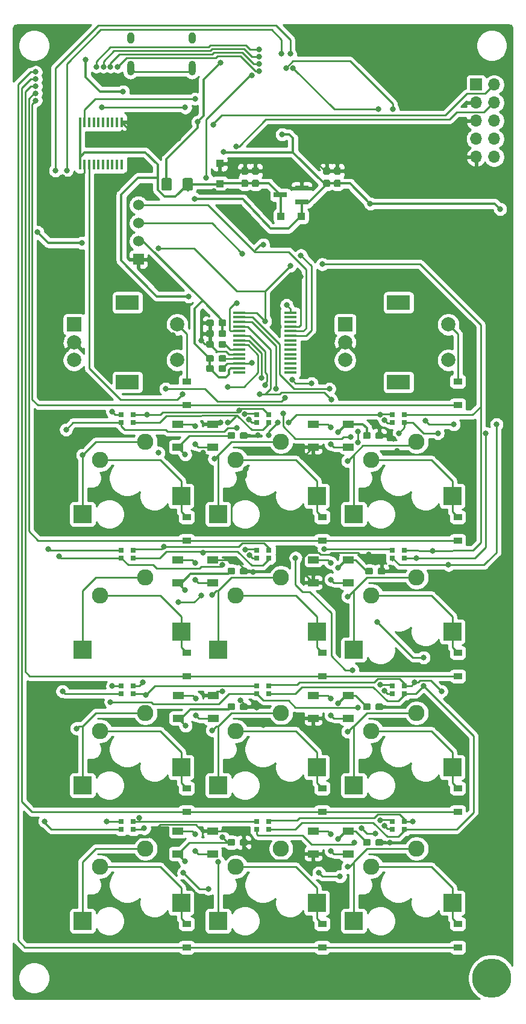
<source format=gbr>
G04 #@! TF.GenerationSoftware,KiCad,Pcbnew,(5.1.5)-3*
G04 #@! TF.CreationDate,2020-11-15T12:52:39-05:00*
G04 #@! TF.ProjectId,MgBoard,4d67426f-6172-4642-9e6b-696361645f70,rev?*
G04 #@! TF.SameCoordinates,PX39a64d0PYa4983b0*
G04 #@! TF.FileFunction,Copper,L2,Bot*
G04 #@! TF.FilePolarity,Positive*
%FSLAX46Y46*%
G04 Gerber Fmt 4.6, Leading zero omitted, Abs format (unit mm)*
G04 Created by KiCad (PCBNEW (5.1.5)-3) date 2020-11-15 12:52:39*
%MOMM*%
%LPD*%
G04 APERTURE LIST*
%ADD10R,1.750000X0.450000*%
%ADD11C,2.000000*%
%ADD12R,3.200000X2.000000*%
%ADD13R,2.000000X2.000000*%
%ADD14R,1.524000X1.524000*%
%ADD15C,1.524000*%
%ADD16R,1.500000X1.000000*%
%ADD17C,0.100000*%
%ADD18R,0.800000X0.700000*%
%ADD19R,1.900000X0.800000*%
%ADD20R,0.450000X1.450000*%
%ADD21R,2.550000X2.500000*%
%ADD22C,2.286000*%
%ADD23R,1.700000X1.700000*%
%ADD24O,1.700000X1.700000*%
%ADD25O,1.000000X1.600000*%
%ADD26O,1.000000X2.100000*%
%ADD27C,5.500000*%
%ADD28R,1.100000X1.100000*%
%ADD29R,1.200000X0.900000*%
%ADD30C,0.800000*%
%ADD31C,0.250000*%
%ADD32C,0.375000*%
%ADD33C,0.254000*%
G04 APERTURE END LIST*
D10*
X32391030Y88592790D03*
X32391030Y89242790D03*
X32391030Y89892790D03*
X32391030Y90542790D03*
X32391030Y91192790D03*
X32391030Y91842790D03*
X32391030Y92492790D03*
X32391030Y93142790D03*
X32391030Y93792790D03*
X32391030Y94442790D03*
X32391030Y95092790D03*
X32391030Y95742790D03*
X32391030Y96392790D03*
X32391030Y97042790D03*
X39591030Y97042790D03*
X39591030Y96392790D03*
X39591030Y95742790D03*
X39591030Y95092790D03*
X39591030Y94442790D03*
X39591030Y93792790D03*
X39591030Y93142790D03*
X39591030Y92492790D03*
X39591030Y91842790D03*
X39591030Y91192790D03*
X39591030Y90542790D03*
X39591030Y89892790D03*
X39591030Y89242790D03*
X39591030Y88592790D03*
D11*
X61769700Y90364640D03*
X61769700Y95364640D03*
D12*
X54769700Y87264640D03*
X54769700Y98464640D03*
D11*
X47269700Y90364640D03*
X47269700Y92864640D03*
D13*
X47269700Y95364640D03*
D14*
X18219620Y104532830D03*
D15*
X18219620Y107072830D03*
X18219620Y109612830D03*
X18219620Y112152830D03*
D16*
X42794660Y21017470D03*
X42794660Y24217470D03*
X47694660Y21017470D03*
X47694660Y24217470D03*
X28644580Y24217470D03*
X28644580Y21017470D03*
X23744580Y24217470D03*
X23744580Y21017470D03*
X42794660Y40067550D03*
X42794660Y43267550D03*
X47694660Y40067550D03*
X47694660Y43267550D03*
X28713320Y43267550D03*
X28713320Y40067550D03*
X23813320Y43267550D03*
X23813320Y40067550D03*
X42794660Y59117630D03*
X42794660Y62317630D03*
X47694660Y59117630D03*
X47694660Y62317630D03*
X28644580Y62317630D03*
X28644580Y59117630D03*
X23744580Y62317630D03*
X23744580Y59117630D03*
X42794660Y78167710D03*
X42794660Y81367710D03*
X47694660Y78167710D03*
X47694660Y81367710D03*
X28644580Y81367710D03*
X28644580Y78167710D03*
X23744580Y81367710D03*
X23744580Y78167710D03*
G04 #@! TA.AperFunction,SMDPad,CuDef*
D17*
G36*
X33333509Y23091326D02*
G01*
X33356564Y23087907D01*
X33379173Y23082243D01*
X33401117Y23074391D01*
X33422187Y23064426D01*
X33442178Y23052444D01*
X33460898Y23038560D01*
X33478168Y23022908D01*
X33493820Y23005638D01*
X33507704Y22986918D01*
X33519686Y22966927D01*
X33529651Y22945857D01*
X33537503Y22923913D01*
X33543167Y22901304D01*
X33546586Y22878249D01*
X33547730Y22854970D01*
X33547730Y22379970D01*
X33546586Y22356691D01*
X33543167Y22333636D01*
X33537503Y22311027D01*
X33529651Y22289083D01*
X33519686Y22268013D01*
X33507704Y22248022D01*
X33493820Y22229302D01*
X33478168Y22212032D01*
X33460898Y22196380D01*
X33442178Y22182496D01*
X33422187Y22170514D01*
X33401117Y22160549D01*
X33379173Y22152697D01*
X33356564Y22147033D01*
X33333509Y22143614D01*
X33310230Y22142470D01*
X32735230Y22142470D01*
X32711951Y22143614D01*
X32688896Y22147033D01*
X32666287Y22152697D01*
X32644343Y22160549D01*
X32623273Y22170514D01*
X32603282Y22182496D01*
X32584562Y22196380D01*
X32567292Y22212032D01*
X32551640Y22229302D01*
X32537756Y22248022D01*
X32525774Y22268013D01*
X32515809Y22289083D01*
X32507957Y22311027D01*
X32502293Y22333636D01*
X32498874Y22356691D01*
X32497730Y22379970D01*
X32497730Y22854970D01*
X32498874Y22878249D01*
X32502293Y22901304D01*
X32507957Y22923913D01*
X32515809Y22945857D01*
X32525774Y22966927D01*
X32537756Y22986918D01*
X32551640Y23005638D01*
X32567292Y23022908D01*
X32584562Y23038560D01*
X32603282Y23052444D01*
X32623273Y23064426D01*
X32644343Y23074391D01*
X32666287Y23082243D01*
X32688896Y23087907D01*
X32711951Y23091326D01*
X32735230Y23092470D01*
X33310230Y23092470D01*
X33333509Y23091326D01*
G37*
G04 #@! TD.AperFunction*
G04 #@! TA.AperFunction,SMDPad,CuDef*
G36*
X31583509Y23091326D02*
G01*
X31606564Y23087907D01*
X31629173Y23082243D01*
X31651117Y23074391D01*
X31672187Y23064426D01*
X31692178Y23052444D01*
X31710898Y23038560D01*
X31728168Y23022908D01*
X31743820Y23005638D01*
X31757704Y22986918D01*
X31769686Y22966927D01*
X31779651Y22945857D01*
X31787503Y22923913D01*
X31793167Y22901304D01*
X31796586Y22878249D01*
X31797730Y22854970D01*
X31797730Y22379970D01*
X31796586Y22356691D01*
X31793167Y22333636D01*
X31787503Y22311027D01*
X31779651Y22289083D01*
X31769686Y22268013D01*
X31757704Y22248022D01*
X31743820Y22229302D01*
X31728168Y22212032D01*
X31710898Y22196380D01*
X31692178Y22182496D01*
X31672187Y22170514D01*
X31651117Y22160549D01*
X31629173Y22152697D01*
X31606564Y22147033D01*
X31583509Y22143614D01*
X31560230Y22142470D01*
X30985230Y22142470D01*
X30961951Y22143614D01*
X30938896Y22147033D01*
X30916287Y22152697D01*
X30894343Y22160549D01*
X30873273Y22170514D01*
X30853282Y22182496D01*
X30834562Y22196380D01*
X30817292Y22212032D01*
X30801640Y22229302D01*
X30787756Y22248022D01*
X30775774Y22268013D01*
X30765809Y22289083D01*
X30757957Y22311027D01*
X30752293Y22333636D01*
X30748874Y22356691D01*
X30747730Y22379970D01*
X30747730Y22854970D01*
X30748874Y22878249D01*
X30752293Y22901304D01*
X30757957Y22923913D01*
X30765809Y22945857D01*
X30775774Y22966927D01*
X30787756Y22986918D01*
X30801640Y23005638D01*
X30817292Y23022908D01*
X30834562Y23038560D01*
X30853282Y23052444D01*
X30873273Y23064426D01*
X30894343Y23074391D01*
X30916287Y23082243D01*
X30938896Y23087907D01*
X30961951Y23091326D01*
X30985230Y23092470D01*
X31560230Y23092470D01*
X31583509Y23091326D01*
G37*
G04 #@! TD.AperFunction*
G04 #@! TA.AperFunction,SMDPad,CuDef*
G36*
X52383589Y23091326D02*
G01*
X52406644Y23087907D01*
X52429253Y23082243D01*
X52451197Y23074391D01*
X52472267Y23064426D01*
X52492258Y23052444D01*
X52510978Y23038560D01*
X52528248Y23022908D01*
X52543900Y23005638D01*
X52557784Y22986918D01*
X52569766Y22966927D01*
X52579731Y22945857D01*
X52587583Y22923913D01*
X52593247Y22901304D01*
X52596666Y22878249D01*
X52597810Y22854970D01*
X52597810Y22379970D01*
X52596666Y22356691D01*
X52593247Y22333636D01*
X52587583Y22311027D01*
X52579731Y22289083D01*
X52569766Y22268013D01*
X52557784Y22248022D01*
X52543900Y22229302D01*
X52528248Y22212032D01*
X52510978Y22196380D01*
X52492258Y22182496D01*
X52472267Y22170514D01*
X52451197Y22160549D01*
X52429253Y22152697D01*
X52406644Y22147033D01*
X52383589Y22143614D01*
X52360310Y22142470D01*
X51785310Y22142470D01*
X51762031Y22143614D01*
X51738976Y22147033D01*
X51716367Y22152697D01*
X51694423Y22160549D01*
X51673353Y22170514D01*
X51653362Y22182496D01*
X51634642Y22196380D01*
X51617372Y22212032D01*
X51601720Y22229302D01*
X51587836Y22248022D01*
X51575854Y22268013D01*
X51565889Y22289083D01*
X51558037Y22311027D01*
X51552373Y22333636D01*
X51548954Y22356691D01*
X51547810Y22379970D01*
X51547810Y22854970D01*
X51548954Y22878249D01*
X51552373Y22901304D01*
X51558037Y22923913D01*
X51565889Y22945857D01*
X51575854Y22966927D01*
X51587836Y22986918D01*
X51601720Y23005638D01*
X51617372Y23022908D01*
X51634642Y23038560D01*
X51653362Y23052444D01*
X51673353Y23064426D01*
X51694423Y23074391D01*
X51716367Y23082243D01*
X51738976Y23087907D01*
X51762031Y23091326D01*
X51785310Y23092470D01*
X52360310Y23092470D01*
X52383589Y23091326D01*
G37*
G04 #@! TD.AperFunction*
G04 #@! TA.AperFunction,SMDPad,CuDef*
G36*
X50633589Y23091326D02*
G01*
X50656644Y23087907D01*
X50679253Y23082243D01*
X50701197Y23074391D01*
X50722267Y23064426D01*
X50742258Y23052444D01*
X50760978Y23038560D01*
X50778248Y23022908D01*
X50793900Y23005638D01*
X50807784Y22986918D01*
X50819766Y22966927D01*
X50829731Y22945857D01*
X50837583Y22923913D01*
X50843247Y22901304D01*
X50846666Y22878249D01*
X50847810Y22854970D01*
X50847810Y22379970D01*
X50846666Y22356691D01*
X50843247Y22333636D01*
X50837583Y22311027D01*
X50829731Y22289083D01*
X50819766Y22268013D01*
X50807784Y22248022D01*
X50793900Y22229302D01*
X50778248Y22212032D01*
X50760978Y22196380D01*
X50742258Y22182496D01*
X50722267Y22170514D01*
X50701197Y22160549D01*
X50679253Y22152697D01*
X50656644Y22147033D01*
X50633589Y22143614D01*
X50610310Y22142470D01*
X50035310Y22142470D01*
X50012031Y22143614D01*
X49988976Y22147033D01*
X49966367Y22152697D01*
X49944423Y22160549D01*
X49923353Y22170514D01*
X49903362Y22182496D01*
X49884642Y22196380D01*
X49867372Y22212032D01*
X49851720Y22229302D01*
X49837836Y22248022D01*
X49825854Y22268013D01*
X49815889Y22289083D01*
X49808037Y22311027D01*
X49802373Y22333636D01*
X49798954Y22356691D01*
X49797810Y22379970D01*
X49797810Y22854970D01*
X49798954Y22878249D01*
X49802373Y22901304D01*
X49808037Y22923913D01*
X49815889Y22945857D01*
X49825854Y22966927D01*
X49837836Y22986918D01*
X49851720Y23005638D01*
X49867372Y23022908D01*
X49884642Y23038560D01*
X49903362Y23052444D01*
X49923353Y23064426D01*
X49944423Y23074391D01*
X49966367Y23082243D01*
X49988976Y23087907D01*
X50012031Y23091326D01*
X50035310Y23092470D01*
X50610310Y23092470D01*
X50633589Y23091326D01*
G37*
G04 #@! TD.AperFunction*
G04 #@! TA.AperFunction,SMDPad,CuDef*
G36*
X33333509Y42141406D02*
G01*
X33356564Y42137987D01*
X33379173Y42132323D01*
X33401117Y42124471D01*
X33422187Y42114506D01*
X33442178Y42102524D01*
X33460898Y42088640D01*
X33478168Y42072988D01*
X33493820Y42055718D01*
X33507704Y42036998D01*
X33519686Y42017007D01*
X33529651Y41995937D01*
X33537503Y41973993D01*
X33543167Y41951384D01*
X33546586Y41928329D01*
X33547730Y41905050D01*
X33547730Y41430050D01*
X33546586Y41406771D01*
X33543167Y41383716D01*
X33537503Y41361107D01*
X33529651Y41339163D01*
X33519686Y41318093D01*
X33507704Y41298102D01*
X33493820Y41279382D01*
X33478168Y41262112D01*
X33460898Y41246460D01*
X33442178Y41232576D01*
X33422187Y41220594D01*
X33401117Y41210629D01*
X33379173Y41202777D01*
X33356564Y41197113D01*
X33333509Y41193694D01*
X33310230Y41192550D01*
X32735230Y41192550D01*
X32711951Y41193694D01*
X32688896Y41197113D01*
X32666287Y41202777D01*
X32644343Y41210629D01*
X32623273Y41220594D01*
X32603282Y41232576D01*
X32584562Y41246460D01*
X32567292Y41262112D01*
X32551640Y41279382D01*
X32537756Y41298102D01*
X32525774Y41318093D01*
X32515809Y41339163D01*
X32507957Y41361107D01*
X32502293Y41383716D01*
X32498874Y41406771D01*
X32497730Y41430050D01*
X32497730Y41905050D01*
X32498874Y41928329D01*
X32502293Y41951384D01*
X32507957Y41973993D01*
X32515809Y41995937D01*
X32525774Y42017007D01*
X32537756Y42036998D01*
X32551640Y42055718D01*
X32567292Y42072988D01*
X32584562Y42088640D01*
X32603282Y42102524D01*
X32623273Y42114506D01*
X32644343Y42124471D01*
X32666287Y42132323D01*
X32688896Y42137987D01*
X32711951Y42141406D01*
X32735230Y42142550D01*
X33310230Y42142550D01*
X33333509Y42141406D01*
G37*
G04 #@! TD.AperFunction*
G04 #@! TA.AperFunction,SMDPad,CuDef*
G36*
X31583509Y42141406D02*
G01*
X31606564Y42137987D01*
X31629173Y42132323D01*
X31651117Y42124471D01*
X31672187Y42114506D01*
X31692178Y42102524D01*
X31710898Y42088640D01*
X31728168Y42072988D01*
X31743820Y42055718D01*
X31757704Y42036998D01*
X31769686Y42017007D01*
X31779651Y41995937D01*
X31787503Y41973993D01*
X31793167Y41951384D01*
X31796586Y41928329D01*
X31797730Y41905050D01*
X31797730Y41430050D01*
X31796586Y41406771D01*
X31793167Y41383716D01*
X31787503Y41361107D01*
X31779651Y41339163D01*
X31769686Y41318093D01*
X31757704Y41298102D01*
X31743820Y41279382D01*
X31728168Y41262112D01*
X31710898Y41246460D01*
X31692178Y41232576D01*
X31672187Y41220594D01*
X31651117Y41210629D01*
X31629173Y41202777D01*
X31606564Y41197113D01*
X31583509Y41193694D01*
X31560230Y41192550D01*
X30985230Y41192550D01*
X30961951Y41193694D01*
X30938896Y41197113D01*
X30916287Y41202777D01*
X30894343Y41210629D01*
X30873273Y41220594D01*
X30853282Y41232576D01*
X30834562Y41246460D01*
X30817292Y41262112D01*
X30801640Y41279382D01*
X30787756Y41298102D01*
X30775774Y41318093D01*
X30765809Y41339163D01*
X30757957Y41361107D01*
X30752293Y41383716D01*
X30748874Y41406771D01*
X30747730Y41430050D01*
X30747730Y41905050D01*
X30748874Y41928329D01*
X30752293Y41951384D01*
X30757957Y41973993D01*
X30765809Y41995937D01*
X30775774Y42017007D01*
X30787756Y42036998D01*
X30801640Y42055718D01*
X30817292Y42072988D01*
X30834562Y42088640D01*
X30853282Y42102524D01*
X30873273Y42114506D01*
X30894343Y42124471D01*
X30916287Y42132323D01*
X30938896Y42137987D01*
X30961951Y42141406D01*
X30985230Y42142550D01*
X31560230Y42142550D01*
X31583509Y42141406D01*
G37*
G04 #@! TD.AperFunction*
G04 #@! TA.AperFunction,SMDPad,CuDef*
G36*
X52383589Y42141406D02*
G01*
X52406644Y42137987D01*
X52429253Y42132323D01*
X52451197Y42124471D01*
X52472267Y42114506D01*
X52492258Y42102524D01*
X52510978Y42088640D01*
X52528248Y42072988D01*
X52543900Y42055718D01*
X52557784Y42036998D01*
X52569766Y42017007D01*
X52579731Y41995937D01*
X52587583Y41973993D01*
X52593247Y41951384D01*
X52596666Y41928329D01*
X52597810Y41905050D01*
X52597810Y41430050D01*
X52596666Y41406771D01*
X52593247Y41383716D01*
X52587583Y41361107D01*
X52579731Y41339163D01*
X52569766Y41318093D01*
X52557784Y41298102D01*
X52543900Y41279382D01*
X52528248Y41262112D01*
X52510978Y41246460D01*
X52492258Y41232576D01*
X52472267Y41220594D01*
X52451197Y41210629D01*
X52429253Y41202777D01*
X52406644Y41197113D01*
X52383589Y41193694D01*
X52360310Y41192550D01*
X51785310Y41192550D01*
X51762031Y41193694D01*
X51738976Y41197113D01*
X51716367Y41202777D01*
X51694423Y41210629D01*
X51673353Y41220594D01*
X51653362Y41232576D01*
X51634642Y41246460D01*
X51617372Y41262112D01*
X51601720Y41279382D01*
X51587836Y41298102D01*
X51575854Y41318093D01*
X51565889Y41339163D01*
X51558037Y41361107D01*
X51552373Y41383716D01*
X51548954Y41406771D01*
X51547810Y41430050D01*
X51547810Y41905050D01*
X51548954Y41928329D01*
X51552373Y41951384D01*
X51558037Y41973993D01*
X51565889Y41995937D01*
X51575854Y42017007D01*
X51587836Y42036998D01*
X51601720Y42055718D01*
X51617372Y42072988D01*
X51634642Y42088640D01*
X51653362Y42102524D01*
X51673353Y42114506D01*
X51694423Y42124471D01*
X51716367Y42132323D01*
X51738976Y42137987D01*
X51762031Y42141406D01*
X51785310Y42142550D01*
X52360310Y42142550D01*
X52383589Y42141406D01*
G37*
G04 #@! TD.AperFunction*
G04 #@! TA.AperFunction,SMDPad,CuDef*
G36*
X50633589Y42141406D02*
G01*
X50656644Y42137987D01*
X50679253Y42132323D01*
X50701197Y42124471D01*
X50722267Y42114506D01*
X50742258Y42102524D01*
X50760978Y42088640D01*
X50778248Y42072988D01*
X50793900Y42055718D01*
X50807784Y42036998D01*
X50819766Y42017007D01*
X50829731Y41995937D01*
X50837583Y41973993D01*
X50843247Y41951384D01*
X50846666Y41928329D01*
X50847810Y41905050D01*
X50847810Y41430050D01*
X50846666Y41406771D01*
X50843247Y41383716D01*
X50837583Y41361107D01*
X50829731Y41339163D01*
X50819766Y41318093D01*
X50807784Y41298102D01*
X50793900Y41279382D01*
X50778248Y41262112D01*
X50760978Y41246460D01*
X50742258Y41232576D01*
X50722267Y41220594D01*
X50701197Y41210629D01*
X50679253Y41202777D01*
X50656644Y41197113D01*
X50633589Y41193694D01*
X50610310Y41192550D01*
X50035310Y41192550D01*
X50012031Y41193694D01*
X49988976Y41197113D01*
X49966367Y41202777D01*
X49944423Y41210629D01*
X49923353Y41220594D01*
X49903362Y41232576D01*
X49884642Y41246460D01*
X49867372Y41262112D01*
X49851720Y41279382D01*
X49837836Y41298102D01*
X49825854Y41318093D01*
X49815889Y41339163D01*
X49808037Y41361107D01*
X49802373Y41383716D01*
X49798954Y41406771D01*
X49797810Y41430050D01*
X49797810Y41905050D01*
X49798954Y41928329D01*
X49802373Y41951384D01*
X49808037Y41973993D01*
X49815889Y41995937D01*
X49825854Y42017007D01*
X49837836Y42036998D01*
X49851720Y42055718D01*
X49867372Y42072988D01*
X49884642Y42088640D01*
X49903362Y42102524D01*
X49923353Y42114506D01*
X49944423Y42124471D01*
X49966367Y42132323D01*
X49988976Y42137987D01*
X50012031Y42141406D01*
X50035310Y42142550D01*
X50610310Y42142550D01*
X50633589Y42141406D01*
G37*
G04 #@! TD.AperFunction*
G04 #@! TA.AperFunction,SMDPad,CuDef*
G36*
X33333509Y61191486D02*
G01*
X33356564Y61188067D01*
X33379173Y61182403D01*
X33401117Y61174551D01*
X33422187Y61164586D01*
X33442178Y61152604D01*
X33460898Y61138720D01*
X33478168Y61123068D01*
X33493820Y61105798D01*
X33507704Y61087078D01*
X33519686Y61067087D01*
X33529651Y61046017D01*
X33537503Y61024073D01*
X33543167Y61001464D01*
X33546586Y60978409D01*
X33547730Y60955130D01*
X33547730Y60480130D01*
X33546586Y60456851D01*
X33543167Y60433796D01*
X33537503Y60411187D01*
X33529651Y60389243D01*
X33519686Y60368173D01*
X33507704Y60348182D01*
X33493820Y60329462D01*
X33478168Y60312192D01*
X33460898Y60296540D01*
X33442178Y60282656D01*
X33422187Y60270674D01*
X33401117Y60260709D01*
X33379173Y60252857D01*
X33356564Y60247193D01*
X33333509Y60243774D01*
X33310230Y60242630D01*
X32735230Y60242630D01*
X32711951Y60243774D01*
X32688896Y60247193D01*
X32666287Y60252857D01*
X32644343Y60260709D01*
X32623273Y60270674D01*
X32603282Y60282656D01*
X32584562Y60296540D01*
X32567292Y60312192D01*
X32551640Y60329462D01*
X32537756Y60348182D01*
X32525774Y60368173D01*
X32515809Y60389243D01*
X32507957Y60411187D01*
X32502293Y60433796D01*
X32498874Y60456851D01*
X32497730Y60480130D01*
X32497730Y60955130D01*
X32498874Y60978409D01*
X32502293Y61001464D01*
X32507957Y61024073D01*
X32515809Y61046017D01*
X32525774Y61067087D01*
X32537756Y61087078D01*
X32551640Y61105798D01*
X32567292Y61123068D01*
X32584562Y61138720D01*
X32603282Y61152604D01*
X32623273Y61164586D01*
X32644343Y61174551D01*
X32666287Y61182403D01*
X32688896Y61188067D01*
X32711951Y61191486D01*
X32735230Y61192630D01*
X33310230Y61192630D01*
X33333509Y61191486D01*
G37*
G04 #@! TD.AperFunction*
G04 #@! TA.AperFunction,SMDPad,CuDef*
G36*
X31583509Y61191486D02*
G01*
X31606564Y61188067D01*
X31629173Y61182403D01*
X31651117Y61174551D01*
X31672187Y61164586D01*
X31692178Y61152604D01*
X31710898Y61138720D01*
X31728168Y61123068D01*
X31743820Y61105798D01*
X31757704Y61087078D01*
X31769686Y61067087D01*
X31779651Y61046017D01*
X31787503Y61024073D01*
X31793167Y61001464D01*
X31796586Y60978409D01*
X31797730Y60955130D01*
X31797730Y60480130D01*
X31796586Y60456851D01*
X31793167Y60433796D01*
X31787503Y60411187D01*
X31779651Y60389243D01*
X31769686Y60368173D01*
X31757704Y60348182D01*
X31743820Y60329462D01*
X31728168Y60312192D01*
X31710898Y60296540D01*
X31692178Y60282656D01*
X31672187Y60270674D01*
X31651117Y60260709D01*
X31629173Y60252857D01*
X31606564Y60247193D01*
X31583509Y60243774D01*
X31560230Y60242630D01*
X30985230Y60242630D01*
X30961951Y60243774D01*
X30938896Y60247193D01*
X30916287Y60252857D01*
X30894343Y60260709D01*
X30873273Y60270674D01*
X30853282Y60282656D01*
X30834562Y60296540D01*
X30817292Y60312192D01*
X30801640Y60329462D01*
X30787756Y60348182D01*
X30775774Y60368173D01*
X30765809Y60389243D01*
X30757957Y60411187D01*
X30752293Y60433796D01*
X30748874Y60456851D01*
X30747730Y60480130D01*
X30747730Y60955130D01*
X30748874Y60978409D01*
X30752293Y61001464D01*
X30757957Y61024073D01*
X30765809Y61046017D01*
X30775774Y61067087D01*
X30787756Y61087078D01*
X30801640Y61105798D01*
X30817292Y61123068D01*
X30834562Y61138720D01*
X30853282Y61152604D01*
X30873273Y61164586D01*
X30894343Y61174551D01*
X30916287Y61182403D01*
X30938896Y61188067D01*
X30961951Y61191486D01*
X30985230Y61192630D01*
X31560230Y61192630D01*
X31583509Y61191486D01*
G37*
G04 #@! TD.AperFunction*
G04 #@! TA.AperFunction,SMDPad,CuDef*
G36*
X52699219Y61191486D02*
G01*
X52722274Y61188067D01*
X52744883Y61182403D01*
X52766827Y61174551D01*
X52787897Y61164586D01*
X52807888Y61152604D01*
X52826608Y61138720D01*
X52843878Y61123068D01*
X52859530Y61105798D01*
X52873414Y61087078D01*
X52885396Y61067087D01*
X52895361Y61046017D01*
X52903213Y61024073D01*
X52908877Y61001464D01*
X52912296Y60978409D01*
X52913440Y60955130D01*
X52913440Y60480130D01*
X52912296Y60456851D01*
X52908877Y60433796D01*
X52903213Y60411187D01*
X52895361Y60389243D01*
X52885396Y60368173D01*
X52873414Y60348182D01*
X52859530Y60329462D01*
X52843878Y60312192D01*
X52826608Y60296540D01*
X52807888Y60282656D01*
X52787897Y60270674D01*
X52766827Y60260709D01*
X52744883Y60252857D01*
X52722274Y60247193D01*
X52699219Y60243774D01*
X52675940Y60242630D01*
X52100940Y60242630D01*
X52077661Y60243774D01*
X52054606Y60247193D01*
X52031997Y60252857D01*
X52010053Y60260709D01*
X51988983Y60270674D01*
X51968992Y60282656D01*
X51950272Y60296540D01*
X51933002Y60312192D01*
X51917350Y60329462D01*
X51903466Y60348182D01*
X51891484Y60368173D01*
X51881519Y60389243D01*
X51873667Y60411187D01*
X51868003Y60433796D01*
X51864584Y60456851D01*
X51863440Y60480130D01*
X51863440Y60955130D01*
X51864584Y60978409D01*
X51868003Y61001464D01*
X51873667Y61024073D01*
X51881519Y61046017D01*
X51891484Y61067087D01*
X51903466Y61087078D01*
X51917350Y61105798D01*
X51933002Y61123068D01*
X51950272Y61138720D01*
X51968992Y61152604D01*
X51988983Y61164586D01*
X52010053Y61174551D01*
X52031997Y61182403D01*
X52054606Y61188067D01*
X52077661Y61191486D01*
X52100940Y61192630D01*
X52675940Y61192630D01*
X52699219Y61191486D01*
G37*
G04 #@! TD.AperFunction*
G04 #@! TA.AperFunction,SMDPad,CuDef*
G36*
X50949219Y61191486D02*
G01*
X50972274Y61188067D01*
X50994883Y61182403D01*
X51016827Y61174551D01*
X51037897Y61164586D01*
X51057888Y61152604D01*
X51076608Y61138720D01*
X51093878Y61123068D01*
X51109530Y61105798D01*
X51123414Y61087078D01*
X51135396Y61067087D01*
X51145361Y61046017D01*
X51153213Y61024073D01*
X51158877Y61001464D01*
X51162296Y60978409D01*
X51163440Y60955130D01*
X51163440Y60480130D01*
X51162296Y60456851D01*
X51158877Y60433796D01*
X51153213Y60411187D01*
X51145361Y60389243D01*
X51135396Y60368173D01*
X51123414Y60348182D01*
X51109530Y60329462D01*
X51093878Y60312192D01*
X51076608Y60296540D01*
X51057888Y60282656D01*
X51037897Y60270674D01*
X51016827Y60260709D01*
X50994883Y60252857D01*
X50972274Y60247193D01*
X50949219Y60243774D01*
X50925940Y60242630D01*
X50350940Y60242630D01*
X50327661Y60243774D01*
X50304606Y60247193D01*
X50281997Y60252857D01*
X50260053Y60260709D01*
X50238983Y60270674D01*
X50218992Y60282656D01*
X50200272Y60296540D01*
X50183002Y60312192D01*
X50167350Y60329462D01*
X50153466Y60348182D01*
X50141484Y60368173D01*
X50131519Y60389243D01*
X50123667Y60411187D01*
X50118003Y60433796D01*
X50114584Y60456851D01*
X50113440Y60480130D01*
X50113440Y60955130D01*
X50114584Y60978409D01*
X50118003Y61001464D01*
X50123667Y61024073D01*
X50131519Y61046017D01*
X50141484Y61067087D01*
X50153466Y61087078D01*
X50167350Y61105798D01*
X50183002Y61123068D01*
X50200272Y61138720D01*
X50218992Y61152604D01*
X50238983Y61164586D01*
X50260053Y61174551D01*
X50281997Y61182403D01*
X50304606Y61188067D01*
X50327661Y61191486D01*
X50350940Y61192630D01*
X50925940Y61192630D01*
X50949219Y61191486D01*
G37*
G04 #@! TD.AperFunction*
G04 #@! TA.AperFunction,SMDPad,CuDef*
G36*
X33333509Y80241566D02*
G01*
X33356564Y80238147D01*
X33379173Y80232483D01*
X33401117Y80224631D01*
X33422187Y80214666D01*
X33442178Y80202684D01*
X33460898Y80188800D01*
X33478168Y80173148D01*
X33493820Y80155878D01*
X33507704Y80137158D01*
X33519686Y80117167D01*
X33529651Y80096097D01*
X33537503Y80074153D01*
X33543167Y80051544D01*
X33546586Y80028489D01*
X33547730Y80005210D01*
X33547730Y79530210D01*
X33546586Y79506931D01*
X33543167Y79483876D01*
X33537503Y79461267D01*
X33529651Y79439323D01*
X33519686Y79418253D01*
X33507704Y79398262D01*
X33493820Y79379542D01*
X33478168Y79362272D01*
X33460898Y79346620D01*
X33442178Y79332736D01*
X33422187Y79320754D01*
X33401117Y79310789D01*
X33379173Y79302937D01*
X33356564Y79297273D01*
X33333509Y79293854D01*
X33310230Y79292710D01*
X32735230Y79292710D01*
X32711951Y79293854D01*
X32688896Y79297273D01*
X32666287Y79302937D01*
X32644343Y79310789D01*
X32623273Y79320754D01*
X32603282Y79332736D01*
X32584562Y79346620D01*
X32567292Y79362272D01*
X32551640Y79379542D01*
X32537756Y79398262D01*
X32525774Y79418253D01*
X32515809Y79439323D01*
X32507957Y79461267D01*
X32502293Y79483876D01*
X32498874Y79506931D01*
X32497730Y79530210D01*
X32497730Y80005210D01*
X32498874Y80028489D01*
X32502293Y80051544D01*
X32507957Y80074153D01*
X32515809Y80096097D01*
X32525774Y80117167D01*
X32537756Y80137158D01*
X32551640Y80155878D01*
X32567292Y80173148D01*
X32584562Y80188800D01*
X32603282Y80202684D01*
X32623273Y80214666D01*
X32644343Y80224631D01*
X32666287Y80232483D01*
X32688896Y80238147D01*
X32711951Y80241566D01*
X32735230Y80242710D01*
X33310230Y80242710D01*
X33333509Y80241566D01*
G37*
G04 #@! TD.AperFunction*
G04 #@! TA.AperFunction,SMDPad,CuDef*
G36*
X31583509Y80241566D02*
G01*
X31606564Y80238147D01*
X31629173Y80232483D01*
X31651117Y80224631D01*
X31672187Y80214666D01*
X31692178Y80202684D01*
X31710898Y80188800D01*
X31728168Y80173148D01*
X31743820Y80155878D01*
X31757704Y80137158D01*
X31769686Y80117167D01*
X31779651Y80096097D01*
X31787503Y80074153D01*
X31793167Y80051544D01*
X31796586Y80028489D01*
X31797730Y80005210D01*
X31797730Y79530210D01*
X31796586Y79506931D01*
X31793167Y79483876D01*
X31787503Y79461267D01*
X31779651Y79439323D01*
X31769686Y79418253D01*
X31757704Y79398262D01*
X31743820Y79379542D01*
X31728168Y79362272D01*
X31710898Y79346620D01*
X31692178Y79332736D01*
X31672187Y79320754D01*
X31651117Y79310789D01*
X31629173Y79302937D01*
X31606564Y79297273D01*
X31583509Y79293854D01*
X31560230Y79292710D01*
X30985230Y79292710D01*
X30961951Y79293854D01*
X30938896Y79297273D01*
X30916287Y79302937D01*
X30894343Y79310789D01*
X30873273Y79320754D01*
X30853282Y79332736D01*
X30834562Y79346620D01*
X30817292Y79362272D01*
X30801640Y79379542D01*
X30787756Y79398262D01*
X30775774Y79418253D01*
X30765809Y79439323D01*
X30757957Y79461267D01*
X30752293Y79483876D01*
X30748874Y79506931D01*
X30747730Y79530210D01*
X30747730Y80005210D01*
X30748874Y80028489D01*
X30752293Y80051544D01*
X30757957Y80074153D01*
X30765809Y80096097D01*
X30775774Y80117167D01*
X30787756Y80137158D01*
X30801640Y80155878D01*
X30817292Y80173148D01*
X30834562Y80188800D01*
X30853282Y80202684D01*
X30873273Y80214666D01*
X30894343Y80224631D01*
X30916287Y80232483D01*
X30938896Y80238147D01*
X30961951Y80241566D01*
X30985230Y80242710D01*
X31560230Y80242710D01*
X31583509Y80241566D01*
G37*
G04 #@! TD.AperFunction*
G04 #@! TA.AperFunction,SMDPad,CuDef*
G36*
X52383589Y80241566D02*
G01*
X52406644Y80238147D01*
X52429253Y80232483D01*
X52451197Y80224631D01*
X52472267Y80214666D01*
X52492258Y80202684D01*
X52510978Y80188800D01*
X52528248Y80173148D01*
X52543900Y80155878D01*
X52557784Y80137158D01*
X52569766Y80117167D01*
X52579731Y80096097D01*
X52587583Y80074153D01*
X52593247Y80051544D01*
X52596666Y80028489D01*
X52597810Y80005210D01*
X52597810Y79530210D01*
X52596666Y79506931D01*
X52593247Y79483876D01*
X52587583Y79461267D01*
X52579731Y79439323D01*
X52569766Y79418253D01*
X52557784Y79398262D01*
X52543900Y79379542D01*
X52528248Y79362272D01*
X52510978Y79346620D01*
X52492258Y79332736D01*
X52472267Y79320754D01*
X52451197Y79310789D01*
X52429253Y79302937D01*
X52406644Y79297273D01*
X52383589Y79293854D01*
X52360310Y79292710D01*
X51785310Y79292710D01*
X51762031Y79293854D01*
X51738976Y79297273D01*
X51716367Y79302937D01*
X51694423Y79310789D01*
X51673353Y79320754D01*
X51653362Y79332736D01*
X51634642Y79346620D01*
X51617372Y79362272D01*
X51601720Y79379542D01*
X51587836Y79398262D01*
X51575854Y79418253D01*
X51565889Y79439323D01*
X51558037Y79461267D01*
X51552373Y79483876D01*
X51548954Y79506931D01*
X51547810Y79530210D01*
X51547810Y80005210D01*
X51548954Y80028489D01*
X51552373Y80051544D01*
X51558037Y80074153D01*
X51565889Y80096097D01*
X51575854Y80117167D01*
X51587836Y80137158D01*
X51601720Y80155878D01*
X51617372Y80173148D01*
X51634642Y80188800D01*
X51653362Y80202684D01*
X51673353Y80214666D01*
X51694423Y80224631D01*
X51716367Y80232483D01*
X51738976Y80238147D01*
X51762031Y80241566D01*
X51785310Y80242710D01*
X52360310Y80242710D01*
X52383589Y80241566D01*
G37*
G04 #@! TD.AperFunction*
G04 #@! TA.AperFunction,SMDPad,CuDef*
G36*
X50633589Y80241566D02*
G01*
X50656644Y80238147D01*
X50679253Y80232483D01*
X50701197Y80224631D01*
X50722267Y80214666D01*
X50742258Y80202684D01*
X50760978Y80188800D01*
X50778248Y80173148D01*
X50793900Y80155878D01*
X50807784Y80137158D01*
X50819766Y80117167D01*
X50829731Y80096097D01*
X50837583Y80074153D01*
X50843247Y80051544D01*
X50846666Y80028489D01*
X50847810Y80005210D01*
X50847810Y79530210D01*
X50846666Y79506931D01*
X50843247Y79483876D01*
X50837583Y79461267D01*
X50829731Y79439323D01*
X50819766Y79418253D01*
X50807784Y79398262D01*
X50793900Y79379542D01*
X50778248Y79362272D01*
X50760978Y79346620D01*
X50742258Y79332736D01*
X50722267Y79320754D01*
X50701197Y79310789D01*
X50679253Y79302937D01*
X50656644Y79297273D01*
X50633589Y79293854D01*
X50610310Y79292710D01*
X50035310Y79292710D01*
X50012031Y79293854D01*
X49988976Y79297273D01*
X49966367Y79302937D01*
X49944423Y79310789D01*
X49923353Y79320754D01*
X49903362Y79332736D01*
X49884642Y79346620D01*
X49867372Y79362272D01*
X49851720Y79379542D01*
X49837836Y79398262D01*
X49825854Y79418253D01*
X49815889Y79439323D01*
X49808037Y79461267D01*
X49802373Y79483876D01*
X49798954Y79506931D01*
X49797810Y79530210D01*
X49797810Y80005210D01*
X49798954Y80028489D01*
X49802373Y80051544D01*
X49808037Y80074153D01*
X49815889Y80096097D01*
X49825854Y80117167D01*
X49837836Y80137158D01*
X49851720Y80155878D01*
X49867372Y80173148D01*
X49884642Y80188800D01*
X49903362Y80202684D01*
X49923353Y80214666D01*
X49944423Y80224631D01*
X49966367Y80232483D01*
X49988976Y80238147D01*
X50012031Y80241566D01*
X50035310Y80242710D01*
X50610310Y80242710D01*
X50633589Y80241566D01*
G37*
G04 #@! TD.AperFunction*
D18*
X55618740Y24449335D03*
X53918740Y24449335D03*
X55618740Y25549335D03*
X53918740Y25549335D03*
X55618740Y43499335D03*
X53918740Y43499335D03*
X55618740Y44599335D03*
X53918740Y44599335D03*
X55618740Y62549335D03*
X53918740Y62549335D03*
X55618740Y63649335D03*
X53918740Y63649335D03*
X55618740Y81599335D03*
X53918740Y81599335D03*
X55618740Y82699335D03*
X53918740Y82699335D03*
X36568740Y24449335D03*
X34868740Y24449335D03*
X36568740Y25549335D03*
X34868740Y25549335D03*
X36568740Y43499335D03*
X34868740Y43499335D03*
X36568740Y44599335D03*
X34868740Y44599335D03*
X36568740Y62549335D03*
X34868740Y62549335D03*
X36568740Y63649335D03*
X34868740Y63649335D03*
X36568740Y81599335D03*
X34868740Y81599335D03*
X36568740Y82699335D03*
X34868740Y82699335D03*
X17518740Y24449335D03*
X15818740Y24449335D03*
X17518740Y25549335D03*
X15818740Y25549335D03*
X17518740Y43499335D03*
X15818740Y43499335D03*
X17518740Y44599335D03*
X15818740Y44599335D03*
X17518740Y62549335D03*
X15818740Y62549335D03*
X17518740Y63649335D03*
X15818740Y63649335D03*
X17518740Y81599335D03*
X15818740Y81599335D03*
X17518740Y82699335D03*
X15818740Y82699335D03*
D11*
X23669540Y90364640D03*
X23669540Y95364640D03*
D12*
X16669540Y87264640D03*
X16669540Y98464640D03*
D11*
X9169540Y90364640D03*
X9169540Y92864640D03*
D13*
X9169540Y95364640D03*
D19*
X41168740Y114514960D03*
X41168740Y112614960D03*
X38168740Y113564960D03*
D20*
X9993740Y123764960D03*
X10643740Y123764960D03*
X11293740Y123764960D03*
X11943740Y123764960D03*
X12593740Y123764960D03*
X13243740Y123764960D03*
X13893740Y123764960D03*
X14543740Y123764960D03*
X15193740Y123764960D03*
X15843740Y123764960D03*
X15843740Y117864960D03*
X15193740Y117864960D03*
X14543740Y117864960D03*
X13893740Y117864960D03*
X13243740Y117864960D03*
X12593740Y117864960D03*
X11943740Y117864960D03*
X11293740Y117864960D03*
X10643740Y117864960D03*
X9993740Y117864960D03*
G04 #@! TA.AperFunction,SMDPad,CuDef*
D17*
G36*
X30335779Y93063856D02*
G01*
X30358834Y93060437D01*
X30381443Y93054773D01*
X30403387Y93046921D01*
X30424457Y93036956D01*
X30444448Y93024974D01*
X30463168Y93011090D01*
X30480438Y92995438D01*
X30496090Y92978168D01*
X30509974Y92959448D01*
X30521956Y92939457D01*
X30531921Y92918387D01*
X30539773Y92896443D01*
X30545437Y92873834D01*
X30548856Y92850779D01*
X30550000Y92827500D01*
X30550000Y92352500D01*
X30548856Y92329221D01*
X30545437Y92306166D01*
X30539773Y92283557D01*
X30531921Y92261613D01*
X30521956Y92240543D01*
X30509974Y92220552D01*
X30496090Y92201832D01*
X30480438Y92184562D01*
X30463168Y92168910D01*
X30444448Y92155026D01*
X30424457Y92143044D01*
X30403387Y92133079D01*
X30381443Y92125227D01*
X30358834Y92119563D01*
X30335779Y92116144D01*
X30312500Y92115000D01*
X29737500Y92115000D01*
X29714221Y92116144D01*
X29691166Y92119563D01*
X29668557Y92125227D01*
X29646613Y92133079D01*
X29625543Y92143044D01*
X29605552Y92155026D01*
X29586832Y92168910D01*
X29569562Y92184562D01*
X29553910Y92201832D01*
X29540026Y92220552D01*
X29528044Y92240543D01*
X29518079Y92261613D01*
X29510227Y92283557D01*
X29504563Y92306166D01*
X29501144Y92329221D01*
X29500000Y92352500D01*
X29500000Y92827500D01*
X29501144Y92850779D01*
X29504563Y92873834D01*
X29510227Y92896443D01*
X29518079Y92918387D01*
X29528044Y92939457D01*
X29540026Y92959448D01*
X29553910Y92978168D01*
X29569562Y92995438D01*
X29586832Y93011090D01*
X29605552Y93024974D01*
X29625543Y93036956D01*
X29646613Y93046921D01*
X29668557Y93054773D01*
X29691166Y93060437D01*
X29714221Y93063856D01*
X29737500Y93065000D01*
X30312500Y93065000D01*
X30335779Y93063856D01*
G37*
G04 #@! TD.AperFunction*
G04 #@! TA.AperFunction,SMDPad,CuDef*
G36*
X28585779Y93063856D02*
G01*
X28608834Y93060437D01*
X28631443Y93054773D01*
X28653387Y93046921D01*
X28674457Y93036956D01*
X28694448Y93024974D01*
X28713168Y93011090D01*
X28730438Y92995438D01*
X28746090Y92978168D01*
X28759974Y92959448D01*
X28771956Y92939457D01*
X28781921Y92918387D01*
X28789773Y92896443D01*
X28795437Y92873834D01*
X28798856Y92850779D01*
X28800000Y92827500D01*
X28800000Y92352500D01*
X28798856Y92329221D01*
X28795437Y92306166D01*
X28789773Y92283557D01*
X28781921Y92261613D01*
X28771956Y92240543D01*
X28759974Y92220552D01*
X28746090Y92201832D01*
X28730438Y92184562D01*
X28713168Y92168910D01*
X28694448Y92155026D01*
X28674457Y92143044D01*
X28653387Y92133079D01*
X28631443Y92125227D01*
X28608834Y92119563D01*
X28585779Y92116144D01*
X28562500Y92115000D01*
X27987500Y92115000D01*
X27964221Y92116144D01*
X27941166Y92119563D01*
X27918557Y92125227D01*
X27896613Y92133079D01*
X27875543Y92143044D01*
X27855552Y92155026D01*
X27836832Y92168910D01*
X27819562Y92184562D01*
X27803910Y92201832D01*
X27790026Y92220552D01*
X27778044Y92240543D01*
X27768079Y92261613D01*
X27760227Y92283557D01*
X27754563Y92306166D01*
X27751144Y92329221D01*
X27750000Y92352500D01*
X27750000Y92827500D01*
X27751144Y92850779D01*
X27754563Y92873834D01*
X27760227Y92896443D01*
X27768079Y92918387D01*
X27778044Y92939457D01*
X27790026Y92959448D01*
X27803910Y92978168D01*
X27819562Y92995438D01*
X27836832Y93011090D01*
X27855552Y93024974D01*
X27875543Y93036956D01*
X27896613Y93046921D01*
X27918557Y93054773D01*
X27941166Y93060437D01*
X27964221Y93063856D01*
X27987500Y93065000D01*
X28562500Y93065000D01*
X28585779Y93063856D01*
G37*
G04 #@! TD.AperFunction*
G04 #@! TA.AperFunction,SMDPad,CuDef*
G36*
X30335779Y91063856D02*
G01*
X30358834Y91060437D01*
X30381443Y91054773D01*
X30403387Y91046921D01*
X30424457Y91036956D01*
X30444448Y91024974D01*
X30463168Y91011090D01*
X30480438Y90995438D01*
X30496090Y90978168D01*
X30509974Y90959448D01*
X30521956Y90939457D01*
X30531921Y90918387D01*
X30539773Y90896443D01*
X30545437Y90873834D01*
X30548856Y90850779D01*
X30550000Y90827500D01*
X30550000Y90352500D01*
X30548856Y90329221D01*
X30545437Y90306166D01*
X30539773Y90283557D01*
X30531921Y90261613D01*
X30521956Y90240543D01*
X30509974Y90220552D01*
X30496090Y90201832D01*
X30480438Y90184562D01*
X30463168Y90168910D01*
X30444448Y90155026D01*
X30424457Y90143044D01*
X30403387Y90133079D01*
X30381443Y90125227D01*
X30358834Y90119563D01*
X30335779Y90116144D01*
X30312500Y90115000D01*
X29737500Y90115000D01*
X29714221Y90116144D01*
X29691166Y90119563D01*
X29668557Y90125227D01*
X29646613Y90133079D01*
X29625543Y90143044D01*
X29605552Y90155026D01*
X29586832Y90168910D01*
X29569562Y90184562D01*
X29553910Y90201832D01*
X29540026Y90220552D01*
X29528044Y90240543D01*
X29518079Y90261613D01*
X29510227Y90283557D01*
X29504563Y90306166D01*
X29501144Y90329221D01*
X29500000Y90352500D01*
X29500000Y90827500D01*
X29501144Y90850779D01*
X29504563Y90873834D01*
X29510227Y90896443D01*
X29518079Y90918387D01*
X29528044Y90939457D01*
X29540026Y90959448D01*
X29553910Y90978168D01*
X29569562Y90995438D01*
X29586832Y91011090D01*
X29605552Y91024974D01*
X29625543Y91036956D01*
X29646613Y91046921D01*
X29668557Y91054773D01*
X29691166Y91060437D01*
X29714221Y91063856D01*
X29737500Y91065000D01*
X30312500Y91065000D01*
X30335779Y91063856D01*
G37*
G04 #@! TD.AperFunction*
G04 #@! TA.AperFunction,SMDPad,CuDef*
G36*
X28585779Y91063856D02*
G01*
X28608834Y91060437D01*
X28631443Y91054773D01*
X28653387Y91046921D01*
X28674457Y91036956D01*
X28694448Y91024974D01*
X28713168Y91011090D01*
X28730438Y90995438D01*
X28746090Y90978168D01*
X28759974Y90959448D01*
X28771956Y90939457D01*
X28781921Y90918387D01*
X28789773Y90896443D01*
X28795437Y90873834D01*
X28798856Y90850779D01*
X28800000Y90827500D01*
X28800000Y90352500D01*
X28798856Y90329221D01*
X28795437Y90306166D01*
X28789773Y90283557D01*
X28781921Y90261613D01*
X28771956Y90240543D01*
X28759974Y90220552D01*
X28746090Y90201832D01*
X28730438Y90184562D01*
X28713168Y90168910D01*
X28694448Y90155026D01*
X28674457Y90143044D01*
X28653387Y90133079D01*
X28631443Y90125227D01*
X28608834Y90119563D01*
X28585779Y90116144D01*
X28562500Y90115000D01*
X27987500Y90115000D01*
X27964221Y90116144D01*
X27941166Y90119563D01*
X27918557Y90125227D01*
X27896613Y90133079D01*
X27875543Y90143044D01*
X27855552Y90155026D01*
X27836832Y90168910D01*
X27819562Y90184562D01*
X27803910Y90201832D01*
X27790026Y90220552D01*
X27778044Y90240543D01*
X27768079Y90261613D01*
X27760227Y90283557D01*
X27754563Y90306166D01*
X27751144Y90329221D01*
X27750000Y90352500D01*
X27750000Y90827500D01*
X27751144Y90850779D01*
X27754563Y90873834D01*
X27760227Y90896443D01*
X27768079Y90918387D01*
X27778044Y90939457D01*
X27790026Y90959448D01*
X27803910Y90978168D01*
X27819562Y90995438D01*
X27836832Y91011090D01*
X27855552Y91024974D01*
X27875543Y91036956D01*
X27896613Y91046921D01*
X27918557Y91054773D01*
X27941166Y91060437D01*
X27964221Y91063856D01*
X27987500Y91065000D01*
X28562500Y91065000D01*
X28585779Y91063856D01*
G37*
G04 #@! TD.AperFunction*
G04 #@! TA.AperFunction,SMDPad,CuDef*
G36*
X28585779Y89663856D02*
G01*
X28608834Y89660437D01*
X28631443Y89654773D01*
X28653387Y89646921D01*
X28674457Y89636956D01*
X28694448Y89624974D01*
X28713168Y89611090D01*
X28730438Y89595438D01*
X28746090Y89578168D01*
X28759974Y89559448D01*
X28771956Y89539457D01*
X28781921Y89518387D01*
X28789773Y89496443D01*
X28795437Y89473834D01*
X28798856Y89450779D01*
X28800000Y89427500D01*
X28800000Y88952500D01*
X28798856Y88929221D01*
X28795437Y88906166D01*
X28789773Y88883557D01*
X28781921Y88861613D01*
X28771956Y88840543D01*
X28759974Y88820552D01*
X28746090Y88801832D01*
X28730438Y88784562D01*
X28713168Y88768910D01*
X28694448Y88755026D01*
X28674457Y88743044D01*
X28653387Y88733079D01*
X28631443Y88725227D01*
X28608834Y88719563D01*
X28585779Y88716144D01*
X28562500Y88715000D01*
X27987500Y88715000D01*
X27964221Y88716144D01*
X27941166Y88719563D01*
X27918557Y88725227D01*
X27896613Y88733079D01*
X27875543Y88743044D01*
X27855552Y88755026D01*
X27836832Y88768910D01*
X27819562Y88784562D01*
X27803910Y88801832D01*
X27790026Y88820552D01*
X27778044Y88840543D01*
X27768079Y88861613D01*
X27760227Y88883557D01*
X27754563Y88906166D01*
X27751144Y88929221D01*
X27750000Y88952500D01*
X27750000Y89427500D01*
X27751144Y89450779D01*
X27754563Y89473834D01*
X27760227Y89496443D01*
X27768079Y89518387D01*
X27778044Y89539457D01*
X27790026Y89559448D01*
X27803910Y89578168D01*
X27819562Y89595438D01*
X27836832Y89611090D01*
X27855552Y89624974D01*
X27875543Y89636956D01*
X27896613Y89646921D01*
X27918557Y89654773D01*
X27941166Y89660437D01*
X27964221Y89663856D01*
X27987500Y89665000D01*
X28562500Y89665000D01*
X28585779Y89663856D01*
G37*
G04 #@! TD.AperFunction*
G04 #@! TA.AperFunction,SMDPad,CuDef*
G36*
X30335779Y89663856D02*
G01*
X30358834Y89660437D01*
X30381443Y89654773D01*
X30403387Y89646921D01*
X30424457Y89636956D01*
X30444448Y89624974D01*
X30463168Y89611090D01*
X30480438Y89595438D01*
X30496090Y89578168D01*
X30509974Y89559448D01*
X30521956Y89539457D01*
X30531921Y89518387D01*
X30539773Y89496443D01*
X30545437Y89473834D01*
X30548856Y89450779D01*
X30550000Y89427500D01*
X30550000Y88952500D01*
X30548856Y88929221D01*
X30545437Y88906166D01*
X30539773Y88883557D01*
X30531921Y88861613D01*
X30521956Y88840543D01*
X30509974Y88820552D01*
X30496090Y88801832D01*
X30480438Y88784562D01*
X30463168Y88768910D01*
X30444448Y88755026D01*
X30424457Y88743044D01*
X30403387Y88733079D01*
X30381443Y88725227D01*
X30358834Y88719563D01*
X30335779Y88716144D01*
X30312500Y88715000D01*
X29737500Y88715000D01*
X29714221Y88716144D01*
X29691166Y88719563D01*
X29668557Y88725227D01*
X29646613Y88733079D01*
X29625543Y88743044D01*
X29605552Y88755026D01*
X29586832Y88768910D01*
X29569562Y88784562D01*
X29553910Y88801832D01*
X29540026Y88820552D01*
X29528044Y88840543D01*
X29518079Y88861613D01*
X29510227Y88883557D01*
X29504563Y88906166D01*
X29501144Y88929221D01*
X29500000Y88952500D01*
X29500000Y89427500D01*
X29501144Y89450779D01*
X29504563Y89473834D01*
X29510227Y89496443D01*
X29518079Y89518387D01*
X29528044Y89539457D01*
X29540026Y89559448D01*
X29553910Y89578168D01*
X29569562Y89595438D01*
X29586832Y89611090D01*
X29605552Y89624974D01*
X29625543Y89636956D01*
X29646613Y89646921D01*
X29668557Y89654773D01*
X29691166Y89660437D01*
X29714221Y89663856D01*
X29737500Y89665000D01*
X30312500Y89665000D01*
X30335779Y89663856D01*
G37*
G04 #@! TD.AperFunction*
G04 #@! TA.AperFunction,SMDPad,CuDef*
G36*
X46429519Y115713816D02*
G01*
X46452574Y115710397D01*
X46475183Y115704733D01*
X46497127Y115696881D01*
X46518197Y115686916D01*
X46538188Y115674934D01*
X46556908Y115661050D01*
X46574178Y115645398D01*
X46589830Y115628128D01*
X46603714Y115609408D01*
X46615696Y115589417D01*
X46625661Y115568347D01*
X46633513Y115546403D01*
X46639177Y115523794D01*
X46642596Y115500739D01*
X46643740Y115477460D01*
X46643740Y114902460D01*
X46642596Y114879181D01*
X46639177Y114856126D01*
X46633513Y114833517D01*
X46625661Y114811573D01*
X46615696Y114790503D01*
X46603714Y114770512D01*
X46589830Y114751792D01*
X46574178Y114734522D01*
X46556908Y114718870D01*
X46538188Y114704986D01*
X46518197Y114693004D01*
X46497127Y114683039D01*
X46475183Y114675187D01*
X46452574Y114669523D01*
X46429519Y114666104D01*
X46406240Y114664960D01*
X45931240Y114664960D01*
X45907961Y114666104D01*
X45884906Y114669523D01*
X45862297Y114675187D01*
X45840353Y114683039D01*
X45819283Y114693004D01*
X45799292Y114704986D01*
X45780572Y114718870D01*
X45763302Y114734522D01*
X45747650Y114751792D01*
X45733766Y114770512D01*
X45721784Y114790503D01*
X45711819Y114811573D01*
X45703967Y114833517D01*
X45698303Y114856126D01*
X45694884Y114879181D01*
X45693740Y114902460D01*
X45693740Y115477460D01*
X45694884Y115500739D01*
X45698303Y115523794D01*
X45703967Y115546403D01*
X45711819Y115568347D01*
X45721784Y115589417D01*
X45733766Y115609408D01*
X45747650Y115628128D01*
X45763302Y115645398D01*
X45780572Y115661050D01*
X45799292Y115674934D01*
X45819283Y115686916D01*
X45840353Y115696881D01*
X45862297Y115704733D01*
X45884906Y115710397D01*
X45907961Y115713816D01*
X45931240Y115714960D01*
X46406240Y115714960D01*
X46429519Y115713816D01*
G37*
G04 #@! TD.AperFunction*
G04 #@! TA.AperFunction,SMDPad,CuDef*
G36*
X46429519Y117463816D02*
G01*
X46452574Y117460397D01*
X46475183Y117454733D01*
X46497127Y117446881D01*
X46518197Y117436916D01*
X46538188Y117424934D01*
X46556908Y117411050D01*
X46574178Y117395398D01*
X46589830Y117378128D01*
X46603714Y117359408D01*
X46615696Y117339417D01*
X46625661Y117318347D01*
X46633513Y117296403D01*
X46639177Y117273794D01*
X46642596Y117250739D01*
X46643740Y117227460D01*
X46643740Y116652460D01*
X46642596Y116629181D01*
X46639177Y116606126D01*
X46633513Y116583517D01*
X46625661Y116561573D01*
X46615696Y116540503D01*
X46603714Y116520512D01*
X46589830Y116501792D01*
X46574178Y116484522D01*
X46556908Y116468870D01*
X46538188Y116454986D01*
X46518197Y116443004D01*
X46497127Y116433039D01*
X46475183Y116425187D01*
X46452574Y116419523D01*
X46429519Y116416104D01*
X46406240Y116414960D01*
X45931240Y116414960D01*
X45907961Y116416104D01*
X45884906Y116419523D01*
X45862297Y116425187D01*
X45840353Y116433039D01*
X45819283Y116443004D01*
X45799292Y116454986D01*
X45780572Y116468870D01*
X45763302Y116484522D01*
X45747650Y116501792D01*
X45733766Y116520512D01*
X45721784Y116540503D01*
X45711819Y116561573D01*
X45703967Y116583517D01*
X45698303Y116606126D01*
X45694884Y116629181D01*
X45693740Y116652460D01*
X45693740Y117227460D01*
X45694884Y117250739D01*
X45698303Y117273794D01*
X45703967Y117296403D01*
X45711819Y117318347D01*
X45721784Y117339417D01*
X45733766Y117359408D01*
X45747650Y117378128D01*
X45763302Y117395398D01*
X45780572Y117411050D01*
X45799292Y117424934D01*
X45819283Y117436916D01*
X45840353Y117446881D01*
X45862297Y117454733D01*
X45884906Y117460397D01*
X45907961Y117463816D01*
X45931240Y117464960D01*
X46406240Y117464960D01*
X46429519Y117463816D01*
G37*
G04 #@! TD.AperFunction*
G04 #@! TA.AperFunction,SMDPad,CuDef*
G36*
X34929519Y115713816D02*
G01*
X34952574Y115710397D01*
X34975183Y115704733D01*
X34997127Y115696881D01*
X35018197Y115686916D01*
X35038188Y115674934D01*
X35056908Y115661050D01*
X35074178Y115645398D01*
X35089830Y115628128D01*
X35103714Y115609408D01*
X35115696Y115589417D01*
X35125661Y115568347D01*
X35133513Y115546403D01*
X35139177Y115523794D01*
X35142596Y115500739D01*
X35143740Y115477460D01*
X35143740Y114902460D01*
X35142596Y114879181D01*
X35139177Y114856126D01*
X35133513Y114833517D01*
X35125661Y114811573D01*
X35115696Y114790503D01*
X35103714Y114770512D01*
X35089830Y114751792D01*
X35074178Y114734522D01*
X35056908Y114718870D01*
X35038188Y114704986D01*
X35018197Y114693004D01*
X34997127Y114683039D01*
X34975183Y114675187D01*
X34952574Y114669523D01*
X34929519Y114666104D01*
X34906240Y114664960D01*
X34431240Y114664960D01*
X34407961Y114666104D01*
X34384906Y114669523D01*
X34362297Y114675187D01*
X34340353Y114683039D01*
X34319283Y114693004D01*
X34299292Y114704986D01*
X34280572Y114718870D01*
X34263302Y114734522D01*
X34247650Y114751792D01*
X34233766Y114770512D01*
X34221784Y114790503D01*
X34211819Y114811573D01*
X34203967Y114833517D01*
X34198303Y114856126D01*
X34194884Y114879181D01*
X34193740Y114902460D01*
X34193740Y115477460D01*
X34194884Y115500739D01*
X34198303Y115523794D01*
X34203967Y115546403D01*
X34211819Y115568347D01*
X34221784Y115589417D01*
X34233766Y115609408D01*
X34247650Y115628128D01*
X34263302Y115645398D01*
X34280572Y115661050D01*
X34299292Y115674934D01*
X34319283Y115686916D01*
X34340353Y115696881D01*
X34362297Y115704733D01*
X34384906Y115710397D01*
X34407961Y115713816D01*
X34431240Y115714960D01*
X34906240Y115714960D01*
X34929519Y115713816D01*
G37*
G04 #@! TD.AperFunction*
G04 #@! TA.AperFunction,SMDPad,CuDef*
G36*
X34929519Y117463816D02*
G01*
X34952574Y117460397D01*
X34975183Y117454733D01*
X34997127Y117446881D01*
X35018197Y117436916D01*
X35038188Y117424934D01*
X35056908Y117411050D01*
X35074178Y117395398D01*
X35089830Y117378128D01*
X35103714Y117359408D01*
X35115696Y117339417D01*
X35125661Y117318347D01*
X35133513Y117296403D01*
X35139177Y117273794D01*
X35142596Y117250739D01*
X35143740Y117227460D01*
X35143740Y116652460D01*
X35142596Y116629181D01*
X35139177Y116606126D01*
X35133513Y116583517D01*
X35125661Y116561573D01*
X35115696Y116540503D01*
X35103714Y116520512D01*
X35089830Y116501792D01*
X35074178Y116484522D01*
X35056908Y116468870D01*
X35038188Y116454986D01*
X35018197Y116443004D01*
X34997127Y116433039D01*
X34975183Y116425187D01*
X34952574Y116419523D01*
X34929519Y116416104D01*
X34906240Y116414960D01*
X34431240Y116414960D01*
X34407961Y116416104D01*
X34384906Y116419523D01*
X34362297Y116425187D01*
X34340353Y116433039D01*
X34319283Y116443004D01*
X34299292Y116454986D01*
X34280572Y116468870D01*
X34263302Y116484522D01*
X34247650Y116501792D01*
X34233766Y116520512D01*
X34221784Y116540503D01*
X34211819Y116561573D01*
X34203967Y116583517D01*
X34198303Y116606126D01*
X34194884Y116629181D01*
X34193740Y116652460D01*
X34193740Y117227460D01*
X34194884Y117250739D01*
X34198303Y117273794D01*
X34203967Y117296403D01*
X34211819Y117318347D01*
X34221784Y117339417D01*
X34233766Y117359408D01*
X34247650Y117378128D01*
X34263302Y117395398D01*
X34280572Y117411050D01*
X34299292Y117424934D01*
X34319283Y117436916D01*
X34340353Y117446881D01*
X34362297Y117454733D01*
X34384906Y117460397D01*
X34407961Y117463816D01*
X34431240Y117464960D01*
X34906240Y117464960D01*
X34929519Y117463816D01*
G37*
G04 #@! TD.AperFunction*
D21*
X48478740Y11584960D03*
D22*
X57308740Y21744960D03*
X50958740Y19204960D03*
D21*
X62328740Y14124960D03*
X48478740Y30634960D03*
D22*
X57308740Y40794960D03*
X50958740Y38254960D03*
D21*
X62328740Y33174960D03*
X48478740Y49684960D03*
D22*
X57308740Y59844960D03*
X50958740Y57304960D03*
D21*
X62328740Y52224960D03*
X48478740Y68734960D03*
D22*
X57308740Y78894960D03*
X50958740Y76354960D03*
D21*
X62328740Y71274960D03*
X29428740Y11584960D03*
D22*
X38258740Y21744960D03*
X31908740Y19204960D03*
D21*
X43278740Y14124960D03*
X29428740Y30634960D03*
D22*
X38258740Y40794960D03*
X31908740Y38254960D03*
D21*
X43278740Y33174960D03*
X29428740Y49684960D03*
D22*
X38258740Y59844960D03*
X31908740Y57304960D03*
D21*
X43278740Y52224960D03*
X29428740Y68734960D03*
D22*
X38258740Y78894960D03*
X31908740Y76354960D03*
D21*
X43278740Y71274960D03*
X10378740Y11584960D03*
D22*
X19208740Y21744960D03*
X12858740Y19204960D03*
D21*
X24228740Y14124960D03*
X10378740Y30634960D03*
D22*
X19208740Y40794960D03*
X12858740Y38254960D03*
D21*
X24228740Y33174960D03*
X10378740Y49684960D03*
D22*
X19208740Y59844960D03*
X12858740Y57304960D03*
D21*
X24228740Y52224960D03*
X10378740Y68734960D03*
D22*
X19208740Y78894960D03*
X12858740Y76354960D03*
D21*
X24228740Y71274960D03*
D23*
X65668740Y129064960D03*
D24*
X68208740Y129064960D03*
X65668740Y126524960D03*
X68208740Y126524960D03*
X65668740Y123984960D03*
X68208740Y123984960D03*
X65668740Y121444960D03*
X68208740Y121444960D03*
X65668740Y118904960D03*
X68208740Y118904960D03*
D25*
X17112060Y135586690D03*
X25752060Y135586690D03*
D26*
X25752060Y131406690D03*
X17112060Y131406690D03*
D27*
X67866630Y3567390D03*
G04 #@! TA.AperFunction,SMDPad,CuDef*
D17*
G36*
X25643244Y115938756D02*
G01*
X25667513Y115935156D01*
X25691311Y115929195D01*
X25714411Y115920930D01*
X25736589Y115910440D01*
X25757633Y115897827D01*
X25777338Y115883213D01*
X25795517Y115866737D01*
X25811993Y115848558D01*
X25826607Y115828853D01*
X25839220Y115807809D01*
X25849710Y115785631D01*
X25857975Y115762531D01*
X25863936Y115738733D01*
X25867536Y115714464D01*
X25868740Y115689960D01*
X25868740Y114439960D01*
X25867536Y114415456D01*
X25863936Y114391187D01*
X25857975Y114367389D01*
X25849710Y114344289D01*
X25839220Y114322111D01*
X25826607Y114301067D01*
X25811993Y114281362D01*
X25795517Y114263183D01*
X25777338Y114246707D01*
X25757633Y114232093D01*
X25736589Y114219480D01*
X25714411Y114208990D01*
X25691311Y114200725D01*
X25667513Y114194764D01*
X25643244Y114191164D01*
X25618740Y114189960D01*
X24693740Y114189960D01*
X24669236Y114191164D01*
X24644967Y114194764D01*
X24621169Y114200725D01*
X24598069Y114208990D01*
X24575891Y114219480D01*
X24554847Y114232093D01*
X24535142Y114246707D01*
X24516963Y114263183D01*
X24500487Y114281362D01*
X24485873Y114301067D01*
X24473260Y114322111D01*
X24462770Y114344289D01*
X24454505Y114367389D01*
X24448544Y114391187D01*
X24444944Y114415456D01*
X24443740Y114439960D01*
X24443740Y115689960D01*
X24444944Y115714464D01*
X24448544Y115738733D01*
X24454505Y115762531D01*
X24462770Y115785631D01*
X24473260Y115807809D01*
X24485873Y115828853D01*
X24500487Y115848558D01*
X24516963Y115866737D01*
X24535142Y115883213D01*
X24554847Y115897827D01*
X24575891Y115910440D01*
X24598069Y115920930D01*
X24621169Y115929195D01*
X24644967Y115935156D01*
X24669236Y115938756D01*
X24693740Y115939960D01*
X25618740Y115939960D01*
X25643244Y115938756D01*
G37*
G04 #@! TD.AperFunction*
G04 #@! TA.AperFunction,SMDPad,CuDef*
G36*
X22668244Y115938756D02*
G01*
X22692513Y115935156D01*
X22716311Y115929195D01*
X22739411Y115920930D01*
X22761589Y115910440D01*
X22782633Y115897827D01*
X22802338Y115883213D01*
X22820517Y115866737D01*
X22836993Y115848558D01*
X22851607Y115828853D01*
X22864220Y115807809D01*
X22874710Y115785631D01*
X22882975Y115762531D01*
X22888936Y115738733D01*
X22892536Y115714464D01*
X22893740Y115689960D01*
X22893740Y114439960D01*
X22892536Y114415456D01*
X22888936Y114391187D01*
X22882975Y114367389D01*
X22874710Y114344289D01*
X22864220Y114322111D01*
X22851607Y114301067D01*
X22836993Y114281362D01*
X22820517Y114263183D01*
X22802338Y114246707D01*
X22782633Y114232093D01*
X22761589Y114219480D01*
X22739411Y114208990D01*
X22716311Y114200725D01*
X22692513Y114194764D01*
X22668244Y114191164D01*
X22643740Y114189960D01*
X21718740Y114189960D01*
X21694236Y114191164D01*
X21669967Y114194764D01*
X21646169Y114200725D01*
X21623069Y114208990D01*
X21600891Y114219480D01*
X21579847Y114232093D01*
X21560142Y114246707D01*
X21541963Y114263183D01*
X21525487Y114281362D01*
X21510873Y114301067D01*
X21498260Y114322111D01*
X21487770Y114344289D01*
X21479505Y114367389D01*
X21473544Y114391187D01*
X21469944Y114415456D01*
X21468740Y114439960D01*
X21468740Y115689960D01*
X21469944Y115714464D01*
X21473544Y115738733D01*
X21479505Y115762531D01*
X21487770Y115785631D01*
X21498260Y115807809D01*
X21510873Y115828853D01*
X21525487Y115848558D01*
X21541963Y115866737D01*
X21560142Y115883213D01*
X21579847Y115897827D01*
X21600891Y115910440D01*
X21623069Y115920930D01*
X21646169Y115929195D01*
X21669967Y115935156D01*
X21694236Y115938756D01*
X21718740Y115939960D01*
X22643740Y115939960D01*
X22668244Y115938756D01*
G37*
G04 #@! TD.AperFunction*
D28*
X38268740Y110564960D03*
X41068740Y110564960D03*
X29668740Y117964960D03*
X29668740Y115164960D03*
D29*
X44053115Y65021210D03*
X44053115Y68321210D03*
X63103115Y45971210D03*
X63103115Y49271210D03*
X63104110Y7870540D03*
X63104110Y11170540D03*
X63103115Y26921210D03*
X63103115Y30221210D03*
X63104110Y84070860D03*
X63104110Y87370860D03*
X63103115Y65021210D03*
X63103115Y68321210D03*
X44053115Y7871210D03*
X44053115Y11171210D03*
X44053115Y26921210D03*
X44053115Y30221210D03*
X44053115Y45971210D03*
X44053115Y49271210D03*
X25003950Y84070860D03*
X25003950Y87370860D03*
X25003115Y7871210D03*
X25003115Y11171210D03*
X25003115Y26921210D03*
X25003115Y30221210D03*
X25003115Y45971210D03*
X25003115Y49271210D03*
X25003115Y65021210D03*
X25003115Y68321210D03*
G04 #@! TA.AperFunction,SMDPad,CuDef*
D17*
G36*
X28585779Y94563856D02*
G01*
X28608834Y94560437D01*
X28631443Y94554773D01*
X28653387Y94546921D01*
X28674457Y94536956D01*
X28694448Y94524974D01*
X28713168Y94511090D01*
X28730438Y94495438D01*
X28746090Y94478168D01*
X28759974Y94459448D01*
X28771956Y94439457D01*
X28781921Y94418387D01*
X28789773Y94396443D01*
X28795437Y94373834D01*
X28798856Y94350779D01*
X28800000Y94327500D01*
X28800000Y93852500D01*
X28798856Y93829221D01*
X28795437Y93806166D01*
X28789773Y93783557D01*
X28781921Y93761613D01*
X28771956Y93740543D01*
X28759974Y93720552D01*
X28746090Y93701832D01*
X28730438Y93684562D01*
X28713168Y93668910D01*
X28694448Y93655026D01*
X28674457Y93643044D01*
X28653387Y93633079D01*
X28631443Y93625227D01*
X28608834Y93619563D01*
X28585779Y93616144D01*
X28562500Y93615000D01*
X27987500Y93615000D01*
X27964221Y93616144D01*
X27941166Y93619563D01*
X27918557Y93625227D01*
X27896613Y93633079D01*
X27875543Y93643044D01*
X27855552Y93655026D01*
X27836832Y93668910D01*
X27819562Y93684562D01*
X27803910Y93701832D01*
X27790026Y93720552D01*
X27778044Y93740543D01*
X27768079Y93761613D01*
X27760227Y93783557D01*
X27754563Y93806166D01*
X27751144Y93829221D01*
X27750000Y93852500D01*
X27750000Y94327500D01*
X27751144Y94350779D01*
X27754563Y94373834D01*
X27760227Y94396443D01*
X27768079Y94418387D01*
X27778044Y94439457D01*
X27790026Y94459448D01*
X27803910Y94478168D01*
X27819562Y94495438D01*
X27836832Y94511090D01*
X27855552Y94524974D01*
X27875543Y94536956D01*
X27896613Y94546921D01*
X27918557Y94554773D01*
X27941166Y94560437D01*
X27964221Y94563856D01*
X27987500Y94565000D01*
X28562500Y94565000D01*
X28585779Y94563856D01*
G37*
G04 #@! TD.AperFunction*
G04 #@! TA.AperFunction,SMDPad,CuDef*
G36*
X30335779Y94563856D02*
G01*
X30358834Y94560437D01*
X30381443Y94554773D01*
X30403387Y94546921D01*
X30424457Y94536956D01*
X30444448Y94524974D01*
X30463168Y94511090D01*
X30480438Y94495438D01*
X30496090Y94478168D01*
X30509974Y94459448D01*
X30521956Y94439457D01*
X30531921Y94418387D01*
X30539773Y94396443D01*
X30545437Y94373834D01*
X30548856Y94350779D01*
X30550000Y94327500D01*
X30550000Y93852500D01*
X30548856Y93829221D01*
X30545437Y93806166D01*
X30539773Y93783557D01*
X30531921Y93761613D01*
X30521956Y93740543D01*
X30509974Y93720552D01*
X30496090Y93701832D01*
X30480438Y93684562D01*
X30463168Y93668910D01*
X30444448Y93655026D01*
X30424457Y93643044D01*
X30403387Y93633079D01*
X30381443Y93625227D01*
X30358834Y93619563D01*
X30335779Y93616144D01*
X30312500Y93615000D01*
X29737500Y93615000D01*
X29714221Y93616144D01*
X29691166Y93619563D01*
X29668557Y93625227D01*
X29646613Y93633079D01*
X29625543Y93643044D01*
X29605552Y93655026D01*
X29586832Y93668910D01*
X29569562Y93684562D01*
X29553910Y93701832D01*
X29540026Y93720552D01*
X29528044Y93740543D01*
X29518079Y93761613D01*
X29510227Y93783557D01*
X29504563Y93806166D01*
X29501144Y93829221D01*
X29500000Y93852500D01*
X29500000Y94327500D01*
X29501144Y94350779D01*
X29504563Y94373834D01*
X29510227Y94396443D01*
X29518079Y94418387D01*
X29528044Y94439457D01*
X29540026Y94459448D01*
X29553910Y94478168D01*
X29569562Y94495438D01*
X29586832Y94511090D01*
X29605552Y94524974D01*
X29625543Y94536956D01*
X29646613Y94546921D01*
X29668557Y94554773D01*
X29691166Y94560437D01*
X29714221Y94563856D01*
X29737500Y94565000D01*
X30312500Y94565000D01*
X30335779Y94563856D01*
G37*
G04 #@! TD.AperFunction*
G04 #@! TA.AperFunction,SMDPad,CuDef*
G36*
X28585779Y96063856D02*
G01*
X28608834Y96060437D01*
X28631443Y96054773D01*
X28653387Y96046921D01*
X28674457Y96036956D01*
X28694448Y96024974D01*
X28713168Y96011090D01*
X28730438Y95995438D01*
X28746090Y95978168D01*
X28759974Y95959448D01*
X28771956Y95939457D01*
X28781921Y95918387D01*
X28789773Y95896443D01*
X28795437Y95873834D01*
X28798856Y95850779D01*
X28800000Y95827500D01*
X28800000Y95352500D01*
X28798856Y95329221D01*
X28795437Y95306166D01*
X28789773Y95283557D01*
X28781921Y95261613D01*
X28771956Y95240543D01*
X28759974Y95220552D01*
X28746090Y95201832D01*
X28730438Y95184562D01*
X28713168Y95168910D01*
X28694448Y95155026D01*
X28674457Y95143044D01*
X28653387Y95133079D01*
X28631443Y95125227D01*
X28608834Y95119563D01*
X28585779Y95116144D01*
X28562500Y95115000D01*
X27987500Y95115000D01*
X27964221Y95116144D01*
X27941166Y95119563D01*
X27918557Y95125227D01*
X27896613Y95133079D01*
X27875543Y95143044D01*
X27855552Y95155026D01*
X27836832Y95168910D01*
X27819562Y95184562D01*
X27803910Y95201832D01*
X27790026Y95220552D01*
X27778044Y95240543D01*
X27768079Y95261613D01*
X27760227Y95283557D01*
X27754563Y95306166D01*
X27751144Y95329221D01*
X27750000Y95352500D01*
X27750000Y95827500D01*
X27751144Y95850779D01*
X27754563Y95873834D01*
X27760227Y95896443D01*
X27768079Y95918387D01*
X27778044Y95939457D01*
X27790026Y95959448D01*
X27803910Y95978168D01*
X27819562Y95995438D01*
X27836832Y96011090D01*
X27855552Y96024974D01*
X27875543Y96036956D01*
X27896613Y96046921D01*
X27918557Y96054773D01*
X27941166Y96060437D01*
X27964221Y96063856D01*
X27987500Y96065000D01*
X28562500Y96065000D01*
X28585779Y96063856D01*
G37*
G04 #@! TD.AperFunction*
G04 #@! TA.AperFunction,SMDPad,CuDef*
G36*
X30335779Y96063856D02*
G01*
X30358834Y96060437D01*
X30381443Y96054773D01*
X30403387Y96046921D01*
X30424457Y96036956D01*
X30444448Y96024974D01*
X30463168Y96011090D01*
X30480438Y95995438D01*
X30496090Y95978168D01*
X30509974Y95959448D01*
X30521956Y95939457D01*
X30531921Y95918387D01*
X30539773Y95896443D01*
X30545437Y95873834D01*
X30548856Y95850779D01*
X30550000Y95827500D01*
X30550000Y95352500D01*
X30548856Y95329221D01*
X30545437Y95306166D01*
X30539773Y95283557D01*
X30531921Y95261613D01*
X30521956Y95240543D01*
X30509974Y95220552D01*
X30496090Y95201832D01*
X30480438Y95184562D01*
X30463168Y95168910D01*
X30444448Y95155026D01*
X30424457Y95143044D01*
X30403387Y95133079D01*
X30381443Y95125227D01*
X30358834Y95119563D01*
X30335779Y95116144D01*
X30312500Y95115000D01*
X29737500Y95115000D01*
X29714221Y95116144D01*
X29691166Y95119563D01*
X29668557Y95125227D01*
X29646613Y95133079D01*
X29625543Y95143044D01*
X29605552Y95155026D01*
X29586832Y95168910D01*
X29569562Y95184562D01*
X29553910Y95201832D01*
X29540026Y95220552D01*
X29528044Y95240543D01*
X29518079Y95261613D01*
X29510227Y95283557D01*
X29504563Y95306166D01*
X29501144Y95329221D01*
X29500000Y95352500D01*
X29500000Y95827500D01*
X29501144Y95850779D01*
X29504563Y95873834D01*
X29510227Y95896443D01*
X29518079Y95918387D01*
X29528044Y95939457D01*
X29540026Y95959448D01*
X29553910Y95978168D01*
X29569562Y95995438D01*
X29586832Y96011090D01*
X29605552Y96024974D01*
X29625543Y96036956D01*
X29646613Y96046921D01*
X29668557Y96054773D01*
X29691166Y96060437D01*
X29714221Y96063856D01*
X29737500Y96065000D01*
X30312500Y96065000D01*
X30335779Y96063856D01*
G37*
G04 #@! TD.AperFunction*
G04 #@! TA.AperFunction,SMDPad,CuDef*
G36*
X44929519Y117463816D02*
G01*
X44952574Y117460397D01*
X44975183Y117454733D01*
X44997127Y117446881D01*
X45018197Y117436916D01*
X45038188Y117424934D01*
X45056908Y117411050D01*
X45074178Y117395398D01*
X45089830Y117378128D01*
X45103714Y117359408D01*
X45115696Y117339417D01*
X45125661Y117318347D01*
X45133513Y117296403D01*
X45139177Y117273794D01*
X45142596Y117250739D01*
X45143740Y117227460D01*
X45143740Y116652460D01*
X45142596Y116629181D01*
X45139177Y116606126D01*
X45133513Y116583517D01*
X45125661Y116561573D01*
X45115696Y116540503D01*
X45103714Y116520512D01*
X45089830Y116501792D01*
X45074178Y116484522D01*
X45056908Y116468870D01*
X45038188Y116454986D01*
X45018197Y116443004D01*
X44997127Y116433039D01*
X44975183Y116425187D01*
X44952574Y116419523D01*
X44929519Y116416104D01*
X44906240Y116414960D01*
X44431240Y116414960D01*
X44407961Y116416104D01*
X44384906Y116419523D01*
X44362297Y116425187D01*
X44340353Y116433039D01*
X44319283Y116443004D01*
X44299292Y116454986D01*
X44280572Y116468870D01*
X44263302Y116484522D01*
X44247650Y116501792D01*
X44233766Y116520512D01*
X44221784Y116540503D01*
X44211819Y116561573D01*
X44203967Y116583517D01*
X44198303Y116606126D01*
X44194884Y116629181D01*
X44193740Y116652460D01*
X44193740Y117227460D01*
X44194884Y117250739D01*
X44198303Y117273794D01*
X44203967Y117296403D01*
X44211819Y117318347D01*
X44221784Y117339417D01*
X44233766Y117359408D01*
X44247650Y117378128D01*
X44263302Y117395398D01*
X44280572Y117411050D01*
X44299292Y117424934D01*
X44319283Y117436916D01*
X44340353Y117446881D01*
X44362297Y117454733D01*
X44384906Y117460397D01*
X44407961Y117463816D01*
X44431240Y117464960D01*
X44906240Y117464960D01*
X44929519Y117463816D01*
G37*
G04 #@! TD.AperFunction*
G04 #@! TA.AperFunction,SMDPad,CuDef*
G36*
X44929519Y115713816D02*
G01*
X44952574Y115710397D01*
X44975183Y115704733D01*
X44997127Y115696881D01*
X45018197Y115686916D01*
X45038188Y115674934D01*
X45056908Y115661050D01*
X45074178Y115645398D01*
X45089830Y115628128D01*
X45103714Y115609408D01*
X45115696Y115589417D01*
X45125661Y115568347D01*
X45133513Y115546403D01*
X45139177Y115523794D01*
X45142596Y115500739D01*
X45143740Y115477460D01*
X45143740Y114902460D01*
X45142596Y114879181D01*
X45139177Y114856126D01*
X45133513Y114833517D01*
X45125661Y114811573D01*
X45115696Y114790503D01*
X45103714Y114770512D01*
X45089830Y114751792D01*
X45074178Y114734522D01*
X45056908Y114718870D01*
X45038188Y114704986D01*
X45018197Y114693004D01*
X44997127Y114683039D01*
X44975183Y114675187D01*
X44952574Y114669523D01*
X44929519Y114666104D01*
X44906240Y114664960D01*
X44431240Y114664960D01*
X44407961Y114666104D01*
X44384906Y114669523D01*
X44362297Y114675187D01*
X44340353Y114683039D01*
X44319283Y114693004D01*
X44299292Y114704986D01*
X44280572Y114718870D01*
X44263302Y114734522D01*
X44247650Y114751792D01*
X44233766Y114770512D01*
X44221784Y114790503D01*
X44211819Y114811573D01*
X44203967Y114833517D01*
X44198303Y114856126D01*
X44194884Y114879181D01*
X44193740Y114902460D01*
X44193740Y115477460D01*
X44194884Y115500739D01*
X44198303Y115523794D01*
X44203967Y115546403D01*
X44211819Y115568347D01*
X44221784Y115589417D01*
X44233766Y115609408D01*
X44247650Y115628128D01*
X44263302Y115645398D01*
X44280572Y115661050D01*
X44299292Y115674934D01*
X44319283Y115686916D01*
X44340353Y115696881D01*
X44362297Y115704733D01*
X44384906Y115710397D01*
X44407961Y115713816D01*
X44431240Y115714960D01*
X44906240Y115714960D01*
X44929519Y115713816D01*
G37*
G04 #@! TD.AperFunction*
G04 #@! TA.AperFunction,SMDPad,CuDef*
G36*
X33429519Y117463816D02*
G01*
X33452574Y117460397D01*
X33475183Y117454733D01*
X33497127Y117446881D01*
X33518197Y117436916D01*
X33538188Y117424934D01*
X33556908Y117411050D01*
X33574178Y117395398D01*
X33589830Y117378128D01*
X33603714Y117359408D01*
X33615696Y117339417D01*
X33625661Y117318347D01*
X33633513Y117296403D01*
X33639177Y117273794D01*
X33642596Y117250739D01*
X33643740Y117227460D01*
X33643740Y116652460D01*
X33642596Y116629181D01*
X33639177Y116606126D01*
X33633513Y116583517D01*
X33625661Y116561573D01*
X33615696Y116540503D01*
X33603714Y116520512D01*
X33589830Y116501792D01*
X33574178Y116484522D01*
X33556908Y116468870D01*
X33538188Y116454986D01*
X33518197Y116443004D01*
X33497127Y116433039D01*
X33475183Y116425187D01*
X33452574Y116419523D01*
X33429519Y116416104D01*
X33406240Y116414960D01*
X32931240Y116414960D01*
X32907961Y116416104D01*
X32884906Y116419523D01*
X32862297Y116425187D01*
X32840353Y116433039D01*
X32819283Y116443004D01*
X32799292Y116454986D01*
X32780572Y116468870D01*
X32763302Y116484522D01*
X32747650Y116501792D01*
X32733766Y116520512D01*
X32721784Y116540503D01*
X32711819Y116561573D01*
X32703967Y116583517D01*
X32698303Y116606126D01*
X32694884Y116629181D01*
X32693740Y116652460D01*
X32693740Y117227460D01*
X32694884Y117250739D01*
X32698303Y117273794D01*
X32703967Y117296403D01*
X32711819Y117318347D01*
X32721784Y117339417D01*
X32733766Y117359408D01*
X32747650Y117378128D01*
X32763302Y117395398D01*
X32780572Y117411050D01*
X32799292Y117424934D01*
X32819283Y117436916D01*
X32840353Y117446881D01*
X32862297Y117454733D01*
X32884906Y117460397D01*
X32907961Y117463816D01*
X32931240Y117464960D01*
X33406240Y117464960D01*
X33429519Y117463816D01*
G37*
G04 #@! TD.AperFunction*
G04 #@! TA.AperFunction,SMDPad,CuDef*
G36*
X33429519Y115713816D02*
G01*
X33452574Y115710397D01*
X33475183Y115704733D01*
X33497127Y115696881D01*
X33518197Y115686916D01*
X33538188Y115674934D01*
X33556908Y115661050D01*
X33574178Y115645398D01*
X33589830Y115628128D01*
X33603714Y115609408D01*
X33615696Y115589417D01*
X33625661Y115568347D01*
X33633513Y115546403D01*
X33639177Y115523794D01*
X33642596Y115500739D01*
X33643740Y115477460D01*
X33643740Y114902460D01*
X33642596Y114879181D01*
X33639177Y114856126D01*
X33633513Y114833517D01*
X33625661Y114811573D01*
X33615696Y114790503D01*
X33603714Y114770512D01*
X33589830Y114751792D01*
X33574178Y114734522D01*
X33556908Y114718870D01*
X33538188Y114704986D01*
X33518197Y114693004D01*
X33497127Y114683039D01*
X33475183Y114675187D01*
X33452574Y114669523D01*
X33429519Y114666104D01*
X33406240Y114664960D01*
X32931240Y114664960D01*
X32907961Y114666104D01*
X32884906Y114669523D01*
X32862297Y114675187D01*
X32840353Y114683039D01*
X32819283Y114693004D01*
X32799292Y114704986D01*
X32780572Y114718870D01*
X32763302Y114734522D01*
X32747650Y114751792D01*
X32733766Y114770512D01*
X32721784Y114790503D01*
X32711819Y114811573D01*
X32703967Y114833517D01*
X32698303Y114856126D01*
X32694884Y114879181D01*
X32693740Y114902460D01*
X32693740Y115477460D01*
X32694884Y115500739D01*
X32698303Y115523794D01*
X32703967Y115546403D01*
X32711819Y115568347D01*
X32721784Y115589417D01*
X32733766Y115609408D01*
X32747650Y115628128D01*
X32763302Y115645398D01*
X32780572Y115661050D01*
X32799292Y115674934D01*
X32819283Y115686916D01*
X32840353Y115696881D01*
X32862297Y115704733D01*
X32884906Y115710397D01*
X32907961Y115713816D01*
X32931240Y115714960D01*
X33406240Y115714960D01*
X33429519Y115713816D01*
G37*
G04 #@! TD.AperFunction*
D30*
X35050000Y79840000D03*
X23813320Y121439760D03*
X24682060Y128722060D03*
X18182060Y128722060D03*
X41050000Y102090000D03*
X44050000Y102090000D03*
X27050000Y93090000D03*
X23050000Y93840000D03*
X13300000Y96840000D03*
X8550000Y136090000D03*
X43300000Y118090000D03*
X40800000Y116090000D03*
X7550000Y116090000D03*
X53800000Y60840000D03*
X50550000Y63090000D03*
X32550000Y42590000D03*
X30050000Y43840000D03*
X34300000Y60590000D03*
X35300000Y77590000D03*
X29800000Y81590000D03*
X27300000Y77340000D03*
X33300000Y75090000D03*
X28800000Y116590000D03*
X28800000Y114090000D03*
X30800000Y114090000D03*
X32050000Y116340000D03*
X35800000Y39090000D03*
X34800000Y41590000D03*
X54050000Y79340000D03*
X54550000Y77590000D03*
X53550000Y22590000D03*
X6550000Y21840000D03*
X26150000Y112990000D03*
X30150000Y119590000D03*
X38418740Y122064960D03*
X10300000Y106840000D03*
X4050000Y108340000D03*
X10800000Y132590000D03*
X16050000Y128090000D03*
X50800000Y112340000D03*
X69050000Y111590000D03*
X8150000Y116990000D03*
X38350000Y133390000D03*
X39550000Y133390000D03*
X6550000Y116990000D03*
X38950000Y131390000D03*
X53950000Y125590000D03*
X39950000Y131390000D03*
X51950000Y125590000D03*
X26550000Y123821020D03*
X29766470Y132155430D03*
X46300000Y61190160D03*
X46300000Y42140080D03*
X46300000Y23090000D03*
X24800000Y19939760D03*
X24868740Y38989840D03*
X24800000Y58039920D03*
X24800000Y77090000D03*
X30050000Y23340000D03*
X46300000Y80240240D03*
X25275360Y99315360D03*
X3800000Y127840000D03*
X15300000Y131590000D03*
X35150000Y130990000D03*
X14300000Y131590000D03*
X3800000Y128840000D03*
X35150000Y131990000D03*
X13300000Y131590000D03*
X3800000Y129840000D03*
X35150000Y132990000D03*
X12300000Y131590000D03*
X3800000Y130840000D03*
X35150000Y133990000D03*
X26194580Y61908260D03*
X26194580Y78577080D03*
X24418740Y85564960D03*
X26194580Y81090000D03*
X45244660Y78577080D03*
X45244660Y61908260D03*
X45244660Y80958340D03*
X45244660Y59527000D03*
X45244660Y42858180D03*
X26263320Y40476920D03*
X26194580Y23808100D03*
X30800000Y86590000D03*
X30800000Y81590000D03*
X27300000Y63340000D03*
X19050000Y24590000D03*
X19300000Y43340000D03*
X23800000Y56340000D03*
X27050000Y57340000D03*
X33831260Y62930665D03*
X52231260Y82730665D03*
X33750000Y81990000D03*
X32050000Y80840000D03*
X39300000Y81590000D03*
X36050000Y86840000D03*
X7050000Y62840000D03*
X8050000Y80590000D03*
X30050000Y61590000D03*
X7550000Y43840000D03*
X5050000Y25590000D03*
X32371890Y83268110D03*
X35550000Y87840000D03*
X21810170Y64155145D03*
X21050000Y77340000D03*
X19409335Y82699335D03*
X18800000Y45090000D03*
X18300000Y26090000D03*
X38800000Y85090000D03*
X22050000Y86340000D03*
X14550000Y83090000D03*
X39050000Y98090000D03*
X54800000Y80090000D03*
X48050000Y79590000D03*
X38550000Y82840000D03*
X67050000Y80090000D03*
X60300000Y80090000D03*
X58300000Y44590000D03*
X58300000Y48590000D03*
X51800000Y53590000D03*
X57300000Y62590000D03*
X36050000Y95840000D03*
X44050000Y103840000D03*
X39550000Y103590000D03*
X5550000Y63840000D03*
X21050000Y106090000D03*
X57050000Y45090000D03*
X59550000Y63590000D03*
X56800000Y25590000D03*
X60800000Y43840000D03*
X52831260Y43930665D03*
X52831260Y81930665D03*
X52831260Y24930665D03*
X45050000Y86340000D03*
X68550000Y81340000D03*
X62550000Y81340000D03*
X58550000Y81840000D03*
X14300000Y42340000D03*
X14550000Y44590000D03*
X61800000Y61590000D03*
X49050000Y41590000D03*
X48550000Y22590000D03*
X49550000Y24590000D03*
X51550000Y23840000D03*
X52231260Y25730665D03*
X37550000Y86340000D03*
X13800000Y25590000D03*
X24550000Y18340000D03*
X28050000Y16090000D03*
X43550000Y18340000D03*
X46550000Y17840000D03*
X48300000Y46840000D03*
X37800000Y81590000D03*
X36550000Y79840000D03*
X40300000Y62590000D03*
X52231260Y44730665D03*
X33150000Y82790000D03*
X35300000Y85590000D03*
X49050000Y78840000D03*
X49050000Y80340000D03*
X45300000Y84840000D03*
X33231260Y63730665D03*
X44300000Y63840000D03*
X42550000Y87090000D03*
X39800000Y87590000D03*
X32050000Y98340000D03*
X35750000Y106590000D03*
X41050000Y105090000D03*
X32800000Y105340000D03*
X31950000Y120390000D03*
X28750000Y123390000D03*
X10378740Y77049960D03*
X9525840Y38614160D03*
X28885010Y76504990D03*
X28575840Y57365840D03*
X29428740Y19899960D03*
X28575840Y38365840D03*
X47625840Y57165840D03*
X47625840Y76195820D03*
X47625840Y19165840D03*
X47625840Y38165840D03*
X34150000Y130390000D03*
X27750000Y115990000D03*
X34150000Y89990000D03*
X26168740Y127064960D03*
X3800000Y126840000D03*
X13050000Y125840000D03*
X24800000Y125840000D03*
X26263320Y42858180D03*
X26194580Y59527000D03*
X45244660Y40476920D03*
X45244660Y23808100D03*
X45244660Y21426840D03*
X26194580Y21426840D03*
D31*
X32391030Y91192790D02*
X30947210Y91192790D01*
X30947210Y91192790D02*
X30550000Y91590000D01*
X29275000Y91590000D02*
X28275000Y92590000D01*
X30550000Y91590000D02*
X29275000Y91590000D01*
X28275000Y94090000D02*
X28275000Y95590000D01*
X28275000Y94090000D02*
X28275000Y92590000D01*
X39591030Y95092790D02*
X40802790Y95092790D01*
X40802790Y95092790D02*
X41050000Y95340000D01*
X41050000Y95340000D02*
X41050000Y102090000D01*
X41050000Y102090000D02*
X41050000Y102090000D01*
X18168940Y121439760D02*
X15843740Y123764960D01*
X23813320Y121439760D02*
X18168940Y121439760D01*
X28275000Y92590000D02*
X27550000Y92590000D01*
X27550000Y92590000D02*
X27050000Y93090000D01*
X23050000Y93840000D02*
X20300000Y96590000D01*
X20300000Y96590000D02*
X20050000Y96840000D01*
X20050000Y96840000D02*
X13300000Y96840000D01*
X33022730Y60717630D02*
X33022730Y61117270D01*
X31822370Y62317630D02*
X28644580Y62317630D01*
X33022730Y61117270D02*
X31822370Y62317630D01*
X33022730Y22617470D02*
X33022730Y23367270D01*
X32172530Y24217470D02*
X28644580Y24217470D01*
X33022730Y23367270D02*
X32172530Y24217470D01*
X44450040Y116939960D02*
X43300000Y118090000D01*
X44668740Y116939960D02*
X44450040Y116939960D01*
X10643740Y117864960D02*
X10643740Y116683740D01*
X10643740Y116683740D02*
X10050000Y116090000D01*
X10050000Y116090000D02*
X7550000Y116090000D01*
X52388440Y60717630D02*
X53677630Y60717630D01*
X53677630Y60717630D02*
X53800000Y60840000D01*
X50550000Y63090000D02*
X49300000Y63090000D01*
X49300000Y63090000D02*
X49050000Y63340000D01*
X49050000Y63340000D02*
X45300000Y63340000D01*
X45300000Y63340000D02*
X45050000Y63090000D01*
X45050000Y63090000D02*
X43800000Y63090000D01*
X43800000Y63090000D02*
X43550000Y63340000D01*
X43550000Y63340000D02*
X42050000Y63340000D01*
X42050000Y63340000D02*
X41300000Y62590000D01*
X41300000Y60612290D02*
X42794660Y59117630D01*
X41300000Y62590000D02*
X41300000Y60612290D01*
X33022730Y41667550D02*
X33022730Y42117270D01*
X33022730Y42117270D02*
X32550000Y42590000D01*
X29285770Y43840000D02*
X28713320Y43267550D01*
X30050000Y43840000D02*
X29285770Y43840000D01*
X33150360Y60590000D02*
X33022730Y60717630D01*
X34300000Y60590000D02*
X33150360Y60590000D01*
X34977710Y79767710D02*
X35050000Y79840000D01*
X33022730Y79767710D02*
X34977710Y79767710D01*
X35300000Y77590000D02*
X35800000Y77090000D01*
X41716950Y77090000D02*
X42794660Y78167710D01*
X35800000Y77090000D02*
X41716950Y77090000D01*
X28644580Y81367710D02*
X29577710Y81367710D01*
X29577710Y81367710D02*
X29800000Y81590000D01*
X27300000Y77340000D02*
X27300000Y66840000D01*
X27300000Y66840000D02*
X27550000Y66590000D01*
X27550000Y66590000D02*
X29800000Y66590000D01*
X29800000Y66590000D02*
X30800000Y66590000D01*
X30800000Y66590000D02*
X31300000Y67090000D01*
X31300000Y67090000D02*
X31300000Y72090000D01*
X31300000Y72090000D02*
X33300000Y74090000D01*
X33300000Y74090000D02*
X33300000Y75090000D01*
X29668740Y117964960D02*
X29668740Y116958740D01*
X29668740Y116958740D02*
X29300000Y116590000D01*
X29300000Y116590000D02*
X28800000Y116590000D01*
X28800000Y114090000D02*
X30800000Y114090000D01*
X32649960Y116939960D02*
X33168740Y116939960D01*
X32050000Y116340000D02*
X32649960Y116939960D01*
X42794660Y21017470D02*
X40227470Y21017470D01*
X40227470Y21017470D02*
X39300000Y20090000D01*
X33022730Y22617470D02*
X33022730Y22117270D01*
X35050000Y20090000D02*
X39300000Y20090000D01*
X33022730Y22117270D02*
X35050000Y20090000D01*
X42794660Y40067550D02*
X40777550Y40067550D01*
X40777550Y40067550D02*
X39800000Y39090000D01*
X39800000Y39090000D02*
X35800000Y39090000D01*
X34722450Y41667550D02*
X33022730Y41667550D01*
X34800000Y41590000D02*
X34722450Y41667550D01*
X52072810Y79767710D02*
X53622290Y79767710D01*
X53622290Y79767710D02*
X54050000Y79340000D01*
X52072810Y22617470D02*
X53522530Y22617470D01*
X53522530Y22617470D02*
X53550000Y22590000D01*
X28644580Y24217470D02*
X27172530Y24217470D01*
X27172530Y24217470D02*
X26300000Y25090000D01*
X26300000Y25090000D02*
X21300000Y25090000D01*
X21300000Y25090000D02*
X19550000Y23340000D01*
X19550000Y23340000D02*
X8050000Y23340000D01*
X8050000Y23340000D02*
X6550000Y21840000D01*
D32*
X39918740Y121564960D02*
X39418740Y122064960D01*
X39918740Y119564960D02*
X39918740Y121564960D01*
X39418740Y122064960D02*
X38418740Y122064960D01*
X39918740Y119564960D02*
X32918740Y119564960D01*
X41168740Y110664960D02*
X41068740Y110564960D01*
X41168740Y112614960D02*
X41168740Y110664960D01*
X46168740Y115189960D02*
X44793740Y115189960D01*
X42218740Y112614960D02*
X41168740Y112614960D01*
X44793740Y115189960D02*
X42218740Y112614960D01*
X44668740Y115189960D02*
X44293740Y115189960D01*
X44293740Y115189960D02*
X39918740Y119564960D01*
X39918740Y121064960D02*
X39918740Y121064960D01*
X32391030Y89242790D02*
X31202790Y89242790D01*
X30550000Y87990000D02*
X29475000Y87990000D01*
X29475000Y87990000D02*
X28275000Y89190000D01*
X30950000Y88390000D02*
X30550000Y87990000D01*
X30950000Y88990000D02*
X30950000Y88390000D01*
X31202790Y89242790D02*
X30950000Y88990000D01*
X28275000Y89190000D02*
X28275000Y90590000D01*
X30025000Y94090000D02*
X30025000Y95590000D01*
X30025000Y95590000D02*
X30025000Y95915000D01*
X18867170Y107072830D02*
X18219620Y107072830D01*
X27350000Y98590000D02*
X27150000Y98590000D01*
X27350000Y98590000D02*
X18867170Y107072830D01*
X30025000Y95915000D02*
X27350000Y98590000D01*
X27150000Y98590000D02*
X26150000Y97590000D01*
X26150000Y92715000D02*
X28275000Y90590000D01*
X26150000Y97590000D02*
X26150000Y92715000D01*
X30175040Y119564960D02*
X30150000Y119590000D01*
X32918740Y119564960D02*
X30175040Y119564960D01*
X26150000Y112990000D02*
X32900000Y112990000D01*
X41068740Y110564960D02*
X41024960Y110564960D01*
X39300000Y108840000D02*
X36800000Y108840000D01*
X41024960Y110564960D02*
X39300000Y108840000D01*
X32900000Y112990000D02*
X36800000Y108840000D01*
X10300000Y106840000D02*
X5550000Y106840000D01*
X5550000Y106840000D02*
X4050000Y108340000D01*
X10800000Y132590000D02*
X10800000Y130090000D01*
X10800000Y130090000D02*
X12800000Y128090000D01*
X12800000Y128090000D02*
X16050000Y128090000D01*
X47950040Y115189960D02*
X46168740Y115189960D01*
X50800000Y112340000D02*
X47950040Y115189960D01*
X50800000Y112340000D02*
X68300000Y112340000D01*
X68300000Y112340000D02*
X69050000Y111590000D01*
D31*
X12950000Y136790000D02*
X34750000Y136790000D01*
X8150000Y116990000D02*
X8150000Y131990000D01*
X8150000Y131990000D02*
X12950000Y136790000D01*
X36950000Y136790000D02*
X34750000Y136790000D01*
X38350000Y135390000D02*
X38350000Y133390000D01*
X38350000Y135390000D02*
X36950000Y136790000D01*
X39550000Y133390000D02*
X39550000Y135390000D01*
X39550000Y135390000D02*
X37950000Y136990000D01*
X12150000Y136990000D02*
X6550000Y131390000D01*
X6550000Y131390000D02*
X6550000Y116990000D01*
X6550000Y116990000D02*
X6550000Y116990000D01*
X37950000Y136990000D02*
X37550000Y137390000D01*
X12150000Y136990000D02*
X12550000Y137390000D01*
X37550000Y137390000D02*
X12550000Y137390000D01*
X53950000Y125590000D02*
X53950000Y126390000D01*
X53950000Y126390000D02*
X47950000Y132390000D01*
X39950000Y132390000D02*
X38950000Y131390000D01*
X47950000Y132390000D02*
X39950000Y132390000D01*
X45750000Y125590000D02*
X39950000Y131390000D01*
X51950000Y125590000D02*
X45750000Y125590000D01*
X17112060Y131406690D02*
X17678750Y130840000D01*
X25185370Y130840000D02*
X25752060Y131406690D01*
X17678750Y130840000D02*
X25185370Y130840000D01*
D32*
X27385210Y129774170D02*
X29766470Y132155430D01*
X29766470Y132155430D02*
X29766470Y132155430D01*
X22181240Y115064960D02*
X22181240Y118617050D01*
X26550000Y123821020D02*
X26550000Y122990000D01*
X22181240Y118617050D02*
X26550000Y122990000D01*
X27385210Y124656230D02*
X26550000Y123821020D01*
X27385210Y129774170D02*
X27385210Y124656230D01*
X47694660Y62317630D02*
X47427470Y62317630D01*
X47427470Y62317630D02*
X46300000Y61190160D01*
X47694660Y43267550D02*
X47427470Y43267550D01*
X47427470Y43267550D02*
X46300000Y42140080D01*
X47694660Y24217470D02*
X47427470Y24217470D01*
X47427470Y24217470D02*
X46300000Y23090000D01*
X23744580Y21017470D02*
X23744580Y20995180D01*
X23744580Y20995180D02*
X24800000Y19939760D01*
X23813320Y40067550D02*
X23813320Y40045260D01*
X23813320Y40045260D02*
X24868740Y38989840D01*
X23744580Y59117630D02*
X23744580Y59095340D01*
X23744580Y59095340D02*
X24800000Y58039920D01*
X23744580Y78167710D02*
X23744580Y78145420D01*
X23744580Y78145420D02*
X24800000Y77090000D01*
D31*
X25344580Y22617470D02*
X23744580Y21017470D01*
X48722810Y24217470D02*
X50322810Y22617470D01*
X47694660Y24217470D02*
X48722810Y24217470D01*
X48722810Y43267550D02*
X50322810Y41667550D01*
X47694660Y43267550D02*
X48722810Y43267550D01*
X48722810Y62317630D02*
X50322810Y60717630D01*
X47694660Y62317630D02*
X48722810Y62317630D01*
X25344580Y79767710D02*
X23744580Y78167710D01*
X31272730Y79767710D02*
X25344580Y79767710D01*
D32*
X38268740Y113464960D02*
X38168740Y113564960D01*
X38268740Y110564960D02*
X38268740Y113464960D01*
X36543740Y115189960D02*
X38168740Y113564960D01*
X33168740Y115189960D02*
X36543740Y115189960D01*
X29693740Y115189960D02*
X29668740Y115164960D01*
X33168740Y115189960D02*
X29693740Y115189960D01*
X29568740Y115064960D02*
X29668740Y115164960D01*
X25156240Y115064960D02*
X29568740Y115064960D01*
X12668740Y119564960D02*
X19168740Y119564960D01*
X19168740Y119564960D02*
X20918740Y117814960D01*
X20918740Y114314960D02*
X21918740Y113314960D01*
X23406240Y113314960D02*
X25156240Y115064960D01*
X21918740Y113314960D02*
X23406240Y113314960D01*
X9993740Y117864960D02*
X9993740Y118889960D01*
X10668740Y119564960D02*
X12668740Y119564960D01*
X9993740Y118889960D02*
X10668740Y119564960D01*
X9993740Y117864960D02*
X9993740Y123764960D01*
D31*
X31272730Y22617470D02*
X25344580Y22617470D01*
D32*
X30772530Y22617470D02*
X30050000Y23340000D01*
X31272730Y22617470D02*
X30772530Y22617470D01*
X47694660Y81367710D02*
X47427470Y81367710D01*
X47427470Y81367710D02*
X46300000Y80240240D01*
X25156240Y115064960D02*
X25156240Y114196240D01*
X20918740Y115971260D02*
X18181260Y115971260D01*
X20918740Y115971260D02*
X20918740Y114314960D01*
X20918740Y117814960D02*
X20918740Y115971260D01*
X18181260Y115971260D02*
X15800000Y113590000D01*
X15800000Y113590000D02*
X15800000Y104340000D01*
X25275360Y99315360D02*
X20824640Y99315360D01*
X20824640Y99315360D02*
X20300000Y99840000D01*
X15800000Y104340000D02*
X20300000Y99840000D01*
X20300000Y99840000D02*
X20550000Y99590000D01*
X23744580Y59117630D02*
X24327630Y59117630D01*
X24327630Y59117630D02*
X25550000Y60340000D01*
X30895100Y60340000D02*
X31272730Y60717630D01*
X25550000Y60340000D02*
X30895100Y60340000D01*
X23813320Y40067550D02*
X24277550Y40067550D01*
X24277550Y40067550D02*
X25550000Y41340000D01*
X30945180Y41340000D02*
X31272730Y41667550D01*
X25550000Y41340000D02*
X30945180Y41340000D01*
X50322810Y79767710D02*
X50322810Y80817190D01*
X49772290Y81367710D02*
X47694660Y81367710D01*
X50322810Y80817190D02*
X49772290Y81367710D01*
D31*
X32550000Y133090000D02*
X34650000Y130990000D01*
X29050000Y132840000D02*
X29300000Y133090000D01*
X29300000Y133090000D02*
X32550000Y133090000D01*
X15300000Y131590000D02*
X16550000Y132840000D01*
X16550000Y132840000D02*
X29050000Y132840000D01*
X34650000Y130990000D02*
X35150000Y130990000D01*
X63103115Y65021210D02*
X25003115Y65021210D01*
X25003115Y65021210D02*
X6868790Y65021210D01*
X6868790Y65021210D02*
X4118790Y65021210D01*
X4118790Y65021210D02*
X2800000Y66340000D01*
X2800000Y69840000D02*
X2800000Y127090000D01*
X2800000Y127090000D02*
X3550000Y127840000D01*
X2800000Y69840000D02*
X2800000Y66340000D01*
X2300000Y128090000D02*
X2300000Y50340000D01*
X3050000Y128840000D02*
X2300000Y128090000D01*
X3800000Y128840000D02*
X3050000Y128840000D01*
X63103115Y45971210D02*
X25003115Y45971210D01*
X25003115Y45971210D02*
X2918790Y45971210D01*
X2918790Y45971210D02*
X2300000Y46590000D01*
X2300000Y46590000D02*
X2300000Y50590000D01*
X14300000Y132090000D02*
X14300000Y131590000D01*
X34400000Y131990000D02*
X32800000Y133590000D01*
X35150000Y131990000D02*
X34400000Y131990000D01*
X32800000Y133590000D02*
X28800000Y133590000D01*
X15550000Y133340000D02*
X14300000Y132090000D01*
X28800000Y133590000D02*
X28550000Y133340000D01*
X28550000Y133340000D02*
X15550000Y133340000D01*
X13300000Y131590000D02*
X13300000Y131840000D01*
X13300000Y131840000D02*
X13300000Y132340000D01*
X1800000Y128590000D02*
X1800000Y31590000D01*
X3050000Y129840000D02*
X1800000Y128590000D01*
X3800000Y129840000D02*
X3050000Y129840000D01*
X63103115Y26921210D02*
X25003115Y26921210D01*
X25003115Y26921210D02*
X3218790Y26921210D01*
X3218790Y26921210D02*
X1800000Y28340000D01*
X1800000Y28340000D02*
X1800000Y31840000D01*
X34150000Y132990000D02*
X35150000Y132990000D01*
X14800000Y133840000D02*
X28300000Y133840000D01*
X28550000Y134090000D02*
X33050000Y134090000D01*
X33050000Y134090000D02*
X34150000Y132990000D01*
X13300000Y132340000D02*
X14800000Y133840000D01*
X28300000Y133840000D02*
X28550000Y134090000D01*
X12300000Y131590000D02*
X12300000Y132090000D01*
X12300000Y132090000D02*
X12300000Y132340000D01*
X1300000Y129090000D02*
X1300000Y127590000D01*
X3050000Y130840000D02*
X1300000Y129090000D01*
X3800000Y130840000D02*
X3050000Y130840000D01*
X1300000Y12340000D02*
X1300000Y127590000D01*
X28050000Y134340000D02*
X15800000Y134340000D01*
X28300000Y134590000D02*
X28050000Y134340000D01*
X35150000Y133990000D02*
X33900000Y133990000D01*
X33300000Y134590000D02*
X28300000Y134590000D01*
X33900000Y133990000D02*
X33300000Y134590000D01*
X63103115Y7871210D02*
X25003115Y7871210D01*
X25003115Y7871210D02*
X2268790Y7871210D01*
X2268790Y7871210D02*
X1300000Y8840000D01*
X1300000Y8840000D02*
X1300000Y12590000D01*
X14300000Y134340000D02*
X15300000Y134340000D01*
X12300000Y132340000D02*
X14300000Y134340000D01*
X15800000Y134340000D02*
X15300000Y134340000D01*
X15300000Y134340000D02*
X15050000Y134340000D01*
X25003950Y94030230D02*
X23669540Y95364640D01*
X25003950Y87370860D02*
X25003950Y94030230D01*
X24228740Y52224960D02*
X24228740Y50045585D01*
X24228740Y50045585D02*
X25003115Y49271210D01*
X12858740Y57304960D02*
X21272490Y57304960D01*
X24228740Y54348710D02*
X24228740Y52224960D01*
X21272490Y57304960D02*
X24228740Y54348710D01*
X24228740Y33174960D02*
X24228740Y30995585D01*
X24228740Y30995585D02*
X25003115Y30221210D01*
X12858740Y38254960D02*
X21272490Y38254960D01*
X24228740Y35298710D02*
X24228740Y33174960D01*
X21272490Y38254960D02*
X24228740Y35298710D01*
X24228740Y14124960D02*
X24228740Y11945585D01*
X24228740Y11945585D02*
X25003115Y11171210D01*
X12858740Y19204960D02*
X21272490Y19204960D01*
X24228740Y16248710D02*
X24228740Y14124960D01*
X21272490Y19204960D02*
X24228740Y16248710D01*
X43278740Y71274960D02*
X43278740Y69095585D01*
X43278740Y69095585D02*
X44053115Y68321210D01*
X31908740Y76354960D02*
X40322490Y76354960D01*
X43278740Y73398710D02*
X43278740Y71274960D01*
X40322490Y76354960D02*
X43278740Y73398710D01*
X63104110Y94030230D02*
X61769700Y95364640D01*
X63104110Y87370860D02*
X63104110Y94030230D01*
X43278740Y33174960D02*
X43278740Y30995585D01*
X43278740Y30995585D02*
X44053115Y30221210D01*
X31908740Y38254960D02*
X40322490Y38254960D01*
X43278740Y35298710D02*
X43278740Y33174960D01*
X40322490Y38254960D02*
X43278740Y35298710D01*
X43278740Y14124960D02*
X43278740Y11945585D01*
X43278740Y11945585D02*
X44053115Y11171210D01*
X31908740Y19204960D02*
X40322490Y19204960D01*
X43278740Y16248710D02*
X43278740Y14124960D01*
X40322490Y19204960D02*
X43278740Y16248710D01*
X62328740Y52224960D02*
X62328740Y50045585D01*
X62328740Y50045585D02*
X63103115Y49271210D01*
X50958740Y57304960D02*
X59372490Y57304960D01*
X62328740Y54348710D02*
X62328740Y52224960D01*
X59372490Y57304960D02*
X62328740Y54348710D01*
X25785210Y62317630D02*
X26194580Y61908260D01*
X23744580Y62317630D02*
X25785210Y62317630D01*
X28644580Y78167710D02*
X26603950Y78167710D01*
X26603950Y78167710D02*
X26194580Y78577080D01*
X23744580Y81367710D02*
X25785210Y81367710D01*
X25785210Y81367710D02*
X26194580Y80958340D01*
X23668740Y84814960D02*
X24418740Y85564960D01*
X11293740Y117864960D02*
X11293740Y89189960D01*
X15668740Y84814960D02*
X23668740Y84814960D01*
X11293740Y89189960D02*
X15668740Y84814960D01*
X45654030Y78167710D02*
X45244660Y78577080D01*
X47694660Y78167710D02*
X45654030Y78167710D01*
X44835290Y62317630D02*
X45244660Y61908260D01*
X42794660Y62317630D02*
X44835290Y62317630D01*
X44835290Y81367710D02*
X45244660Y80958340D01*
X42794660Y81367710D02*
X44835290Y81367710D01*
X45654030Y59117630D02*
X45244660Y59527000D01*
X47694660Y59117630D02*
X45654030Y59117630D01*
X44835290Y43267550D02*
X45244660Y42858180D01*
X42794660Y43267550D02*
X44835290Y43267550D01*
X26672690Y40067550D02*
X26263320Y40476920D01*
X28713320Y40067550D02*
X26672690Y40067550D01*
X25785210Y24217470D02*
X26194580Y23808100D01*
X23744580Y24217470D02*
X25785210Y24217470D01*
X36568740Y62414880D02*
X35668740Y61514880D01*
X35668740Y61514880D02*
X34168740Y61514880D01*
X36568740Y62549255D02*
X36568740Y62414880D01*
X17518740Y62549255D02*
X21203115Y62549255D01*
X21203115Y62549255D02*
X22168740Y63514880D01*
X32168740Y63514880D02*
X34168740Y61514880D01*
X17518740Y81599335D02*
X21203115Y81599335D01*
X36568740Y81464960D02*
X35668740Y80564960D01*
X35668740Y80564960D02*
X34168740Y80564960D01*
X36568740Y81599335D02*
X36568740Y81464960D01*
X32168740Y82564960D02*
X34168740Y80564960D01*
X21203115Y81599335D02*
X22168740Y82564960D01*
X32391030Y92492790D02*
X33647210Y92492790D01*
X33647210Y92492790D02*
X35050000Y91090000D01*
X35050000Y91090000D02*
X35050000Y89340000D01*
X35050000Y89340000D02*
X35050000Y88590000D01*
X35050000Y88590000D02*
X33050000Y86590000D01*
X33050000Y86590000D02*
X30800000Y86590000D01*
X30800000Y81590000D02*
X31050000Y81590000D01*
X22168740Y82564960D02*
X32050000Y82590000D01*
X31050000Y81590000D02*
X32050000Y82590000D01*
X32050000Y82590000D02*
X32168740Y82564960D01*
X27474880Y63514880D02*
X27300000Y63340000D01*
X27875120Y63514880D02*
X32168740Y63514880D01*
X27875120Y63514880D02*
X27474880Y63514880D01*
X22168740Y63514880D02*
X27875120Y63514880D01*
X17518740Y24449335D02*
X18909335Y24449335D01*
X18909335Y24449335D02*
X19050000Y24590000D01*
X19140665Y43499335D02*
X17518740Y43499335D01*
X19300000Y43340000D02*
X19140665Y43499335D01*
X23800000Y56340000D02*
X26050000Y56340000D01*
X26050000Y56340000D02*
X27050000Y57340000D01*
X20559335Y44599335D02*
X19300000Y43340000D01*
X34868740Y44599335D02*
X20559335Y44599335D01*
X34221925Y62540000D02*
X33831260Y62930665D01*
X34950000Y62540000D02*
X34221925Y62540000D01*
X53809335Y82780665D02*
X53950000Y82640000D01*
X52381260Y82780665D02*
X53809335Y82780665D01*
X34140665Y81599335D02*
X33750000Y81990000D01*
X34868740Y81599335D02*
X34140665Y81599335D01*
X36050000Y91590000D02*
X33847210Y93792790D01*
X36050000Y88590000D02*
X36050000Y91590000D01*
X33847210Y93792790D02*
X32391030Y93792790D01*
X15818740Y81599335D02*
X15818740Y81071260D01*
X15818740Y81071260D02*
X16300000Y80590000D01*
X16300000Y80590000D02*
X22050000Y80590000D01*
X22050000Y80590000D02*
X22300000Y80340000D01*
X22300000Y80340000D02*
X30300000Y80340000D01*
X30300000Y80340000D02*
X30800000Y80840000D01*
X30800000Y80840000D02*
X32050000Y80840000D01*
X52231260Y82730665D02*
X40440665Y82730665D01*
X40440665Y82730665D02*
X39300000Y81590000D01*
X36050000Y86840000D02*
X36050000Y87090000D01*
X36050000Y87090000D02*
X36300000Y87340000D01*
X36300000Y88340000D02*
X36050000Y88590000D01*
X36300000Y87340000D02*
X36300000Y88340000D01*
X15818740Y62549335D02*
X7340665Y62549335D01*
X7340665Y62549335D02*
X7050000Y62840000D01*
X9059335Y81599335D02*
X15818740Y81599335D01*
X8050000Y80590000D02*
X9059335Y81599335D01*
X16778075Y61590000D02*
X15818740Y62549335D01*
X29800000Y61340000D02*
X27050000Y61340000D01*
X30050000Y61590000D02*
X29800000Y61340000D01*
X20300000Y61590000D02*
X16778075Y61590000D01*
X26800000Y61090000D02*
X20800000Y61090000D01*
X27050000Y61340000D02*
X26800000Y61090000D01*
X20800000Y61090000D02*
X20300000Y61590000D01*
X15818740Y43499335D02*
X7890665Y43499335D01*
X7890665Y43499335D02*
X7550000Y43840000D01*
X15818740Y24449335D02*
X5940665Y24449335D01*
X5940665Y24449335D02*
X5050000Y25340000D01*
X5050000Y25340000D02*
X5050000Y25590000D01*
X21444545Y63789520D02*
X21810170Y64155145D01*
X32810170Y64655145D02*
X35844545Y64655145D01*
X35844545Y64655145D02*
X36710170Y63789520D01*
X17660170Y63789520D02*
X21444545Y63789520D01*
X32310170Y64155145D02*
X32810170Y64655145D01*
X21810170Y64155145D02*
X32310170Y64155145D01*
X17518740Y82699335D02*
X19409335Y82699335D01*
X21303115Y82699335D02*
X21668740Y83064960D01*
X21668740Y83064960D02*
X32168740Y83064960D01*
X32168740Y83064960D02*
X32371890Y83268110D01*
X35703115Y83564960D02*
X36568740Y82699335D01*
X32668740Y83564960D02*
X35703115Y83564960D01*
X32391030Y93142790D02*
X33747210Y93142790D01*
X33747210Y93142790D02*
X35550000Y91340000D01*
X35550000Y91340000D02*
X35550000Y89340000D01*
X32371890Y83268110D02*
X32668740Y83564960D01*
X35550000Y89340000D02*
X35550000Y87840000D01*
X19409335Y82699335D02*
X21303115Y82699335D01*
X17518740Y44599335D02*
X18309335Y44599335D01*
X18309335Y44599335D02*
X18800000Y45090000D01*
X18340665Y26049335D02*
X18300000Y26090000D01*
X18340665Y25549335D02*
X18340665Y26049335D01*
X18340665Y25549335D02*
X34868740Y25549335D01*
X17518740Y25549335D02*
X18340665Y25549335D01*
X55618820Y24314720D02*
X54718820Y23414720D01*
X54718820Y23414720D02*
X53218820Y23414720D01*
X55618820Y24449095D02*
X55618820Y24314720D01*
X41218820Y25414720D02*
X51218820Y25414720D01*
X36568820Y24449095D02*
X40253195Y24449095D01*
X40253195Y24449095D02*
X41218820Y25414720D01*
X51218820Y25414720D02*
X53218820Y23414720D01*
X55618820Y43364800D02*
X54718820Y42464800D01*
X54718820Y42464800D02*
X53218820Y42464800D01*
X55618820Y43499175D02*
X55618820Y43364800D01*
X41218820Y44464800D02*
X51218820Y44464800D01*
X36568820Y43499175D02*
X40253195Y43499175D01*
X40253195Y43499175D02*
X41218820Y44464800D01*
X51218820Y44464800D02*
X53218820Y42464800D01*
X38300000Y84590000D02*
X38800000Y85090000D01*
X29300000Y84590000D02*
X38300000Y84590000D01*
X27550000Y86340000D02*
X29300000Y84590000D01*
X26050000Y86340000D02*
X27550000Y86340000D01*
X22050000Y86340000D02*
X26050000Y86340000D01*
X14940665Y82699335D02*
X14550000Y83090000D01*
X15818740Y82699335D02*
X14940665Y82699335D01*
X39591030Y97042790D02*
X39591030Y97548970D01*
X39591030Y97548970D02*
X39050000Y98090000D01*
X55618740Y81599335D02*
X55618740Y80908740D01*
X55618740Y80908740D02*
X54800000Y80090000D01*
X48050000Y79590000D02*
X47050000Y79590000D01*
X47050000Y79590000D02*
X46800000Y79340000D01*
X46800000Y79340000D02*
X40300000Y79340000D01*
X40300000Y79340000D02*
X38550000Y81090000D01*
X38550000Y81090000D02*
X38550000Y82840000D01*
X65509335Y62549335D02*
X67050000Y64090000D01*
X67050000Y64090000D02*
X67050000Y80090000D01*
X60300000Y80090000D02*
X58300000Y80090000D01*
X56790665Y81599335D02*
X55618740Y81599335D01*
X58300000Y80090000D02*
X56790665Y81599335D01*
X55618740Y43499335D02*
X57209335Y43499335D01*
X57209335Y43499335D02*
X58300000Y44590000D01*
X58300000Y48590000D02*
X56800000Y48590000D01*
X56800000Y48590000D02*
X51800000Y53590000D01*
X57300000Y62590000D02*
X65509335Y62549335D01*
X55618740Y62549335D02*
X57300000Y62590000D01*
X55618740Y24449335D02*
X62909335Y24449335D01*
X62909335Y24449335D02*
X65300000Y26840000D01*
X65300000Y37590000D02*
X58300000Y44590000D01*
X65300000Y26840000D02*
X65300000Y37590000D01*
X40494625Y44739440D02*
X40860250Y45105065D01*
X40860250Y45105065D02*
X51360250Y45105065D01*
X51360250Y45105065D02*
X51860250Y45605065D01*
X36710250Y44739440D02*
X40494625Y44739440D01*
X54894625Y45605065D02*
X55760250Y44739440D01*
X51860250Y45605065D02*
X54894625Y45605065D01*
X40494625Y25689360D02*
X40860250Y26054985D01*
X40860250Y26054985D02*
X51360250Y26054985D01*
X51360250Y26054985D02*
X51860250Y26554985D01*
X36710250Y25689360D02*
X40494625Y25689360D01*
X54894625Y26554985D02*
X55760250Y25689360D01*
X51860250Y26554985D02*
X54894625Y26554985D01*
X32391030Y97042790D02*
X34847210Y97042790D01*
X34847210Y97042790D02*
X36050000Y95840000D01*
X55618740Y82699335D02*
X65159335Y82699335D01*
X65159335Y82699335D02*
X66300000Y83840000D01*
X66300000Y83840000D02*
X66300000Y95340000D01*
X66300000Y95340000D02*
X57800000Y103840000D01*
X57800000Y103840000D02*
X44050000Y103840000D01*
X36050000Y100090000D02*
X36050000Y95840000D01*
X39550000Y103590000D02*
X36050000Y100090000D01*
X15818740Y63649335D02*
X5740665Y63649335D01*
X5740665Y63649335D02*
X5550000Y63840000D01*
X21050000Y106090000D02*
X26050000Y106090000D01*
X32050000Y100090000D02*
X36050000Y100090000D01*
X26050000Y106090000D02*
X32050000Y100090000D01*
X66300000Y64708670D02*
X66300000Y83840000D01*
X65240665Y63649335D02*
X66300000Y64708670D01*
X55618740Y44599335D02*
X56559335Y44599335D01*
X56559335Y44599335D02*
X57050000Y45090000D01*
X55618740Y63649335D02*
X59550000Y63590000D01*
X59550000Y63590000D02*
X65240665Y63649335D01*
X55618740Y25549335D02*
X56759335Y25549335D01*
X56759335Y25549335D02*
X56800000Y25590000D01*
X60800000Y43840000D02*
X59300000Y45340000D01*
X57050000Y45090000D02*
X57550000Y45090000D01*
X57800000Y45340000D02*
X59300000Y45340000D01*
X57550000Y45090000D02*
X57800000Y45340000D01*
X53221925Y43540000D02*
X52831260Y43930665D01*
X53950000Y43540000D02*
X53221925Y43540000D01*
X53221925Y81540000D02*
X52831260Y81930665D01*
X53950000Y81540000D02*
X53221925Y81540000D01*
X53221925Y24540000D02*
X52831260Y24930665D01*
X53950000Y24540000D02*
X53221925Y24540000D01*
X32391030Y96392790D02*
X34247210Y96392790D01*
X34247210Y96392790D02*
X38050000Y92590000D01*
X40050000Y86340000D02*
X40800000Y86340000D01*
X38050000Y92590000D02*
X38050000Y88340000D01*
X40800000Y86340000D02*
X45050000Y86340000D01*
X38050000Y88340000D02*
X40050000Y86340000D01*
X53918740Y62549335D02*
X53918740Y62221260D01*
X68550000Y63340000D02*
X68550000Y81340000D01*
X62550000Y81340000D02*
X59050000Y81340000D01*
X59050000Y81340000D02*
X58550000Y81840000D01*
X34868740Y43499335D02*
X30959335Y43499335D01*
X30959335Y43499335D02*
X29800000Y42340000D01*
X29800000Y42340000D02*
X29550000Y42090000D01*
X29550000Y42090000D02*
X25550000Y42090000D01*
X25550000Y42090000D02*
X20300000Y42090000D01*
X20300000Y42090000D02*
X20050000Y42340000D01*
X20050000Y42340000D02*
X14300000Y42340000D01*
X14559335Y44599335D02*
X15818740Y44599335D01*
X14550000Y44590000D02*
X14559335Y44599335D01*
X61800000Y61590000D02*
X66800000Y61590000D01*
X66800000Y61590000D02*
X67300000Y62090000D01*
X67050000Y61840000D02*
X67300000Y62090000D01*
X67300000Y62090000D02*
X68550000Y63340000D01*
X54878075Y61590000D02*
X53918740Y62549335D01*
X61800000Y61590000D02*
X54878075Y61590000D01*
X35778075Y42590000D02*
X34868740Y43499335D01*
X49050000Y41590000D02*
X40300000Y41590000D01*
X39300000Y42590000D02*
X35778075Y42590000D01*
X40300000Y41590000D02*
X39300000Y42590000D01*
X34868740Y24449335D02*
X34868740Y23771260D01*
X34868740Y23771260D02*
X35050000Y23590000D01*
X35050000Y23590000D02*
X41300000Y23590000D01*
X41300000Y23590000D02*
X42550000Y22340000D01*
X42550000Y22340000D02*
X48300000Y22340000D01*
X48300000Y22340000D02*
X48550000Y22590000D01*
X49550000Y24590000D02*
X50300000Y23840000D01*
X50300000Y23840000D02*
X51550000Y23840000D01*
X53809335Y25780665D02*
X53950000Y25640000D01*
X52381260Y25780665D02*
X53809335Y25780665D01*
X32391030Y95742790D02*
X34147210Y95742790D01*
X34147210Y95742790D02*
X37550000Y92340000D01*
X37550000Y92340000D02*
X37550000Y89340000D01*
X37550000Y89340000D02*
X37550000Y86340000D01*
X15818740Y25549335D02*
X13840665Y25549335D01*
X13840665Y25549335D02*
X13800000Y25590000D01*
X24550000Y18340000D02*
X26550000Y16340000D01*
X26550000Y16340000D02*
X26800000Y16090000D01*
X26800000Y16090000D02*
X28050000Y16090000D01*
X43550000Y18340000D02*
X44050000Y17840000D01*
X44050000Y17840000D02*
X46550000Y17840000D01*
X48300000Y46840000D02*
X47300000Y46840000D01*
X47300000Y46840000D02*
X45300000Y48840000D01*
X45300000Y48840000D02*
X45300000Y54840000D01*
X45300000Y54840000D02*
X42300000Y57840000D01*
X42300000Y57840000D02*
X41300000Y57840000D01*
X41300000Y57840000D02*
X40300000Y58840000D01*
X40300000Y58840000D02*
X40300000Y62090000D01*
X37800000Y81590000D02*
X36550000Y80340000D01*
X36550000Y80340000D02*
X36550000Y79840000D01*
X40300000Y62090000D02*
X40300000Y62590000D01*
X53809335Y44780665D02*
X53950000Y44640000D01*
X52381260Y44780665D02*
X53809335Y44780665D01*
X33300000Y82840000D02*
X34728075Y82840000D01*
X34728075Y82840000D02*
X34868740Y82699335D01*
X36050000Y85590000D02*
X35300000Y85590000D01*
X36800000Y86340000D02*
X36050000Y85590000D01*
X32391030Y95092790D02*
X33547210Y95092790D01*
X36800000Y91840000D02*
X36800000Y86340000D01*
X33547210Y95092790D02*
X36800000Y91840000D01*
X49050000Y78840000D02*
X49050000Y80340000D01*
X45300000Y84840000D02*
X44300000Y85840000D01*
X44300000Y85840000D02*
X38300000Y85840000D01*
X38050000Y85590000D02*
X35300000Y85590000D01*
X38300000Y85840000D02*
X38050000Y85590000D01*
X34809335Y63780665D02*
X34950000Y63640000D01*
X33381260Y63780665D02*
X34809335Y63780665D01*
X53728075Y63840000D02*
X53918740Y63649335D01*
X44300000Y63840000D02*
X53728075Y63840000D01*
X42550000Y87090000D02*
X40300000Y87090000D01*
X40300000Y87090000D02*
X39800000Y87590000D01*
X32391030Y94442790D02*
X31197210Y94442790D01*
X31197210Y94442790D02*
X31050000Y94590000D01*
X31050000Y94590000D02*
X31050000Y97590000D01*
X31050000Y97590000D02*
X31800000Y98340000D01*
X31800000Y98340000D02*
X32050000Y98340000D01*
X27987170Y112152830D02*
X18219620Y112152830D01*
X39591030Y94442790D02*
X41402790Y94442790D01*
X41402790Y94442790D02*
X41800000Y94840000D01*
X41800000Y94840000D02*
X41800000Y103090000D01*
X41800000Y103090000D02*
X39300000Y105590000D01*
X39300000Y105590000D02*
X34550000Y105590000D01*
X34550000Y105590000D02*
X27987170Y112152830D01*
X34550000Y105590000D02*
X34550000Y105790000D01*
X35350000Y106590000D02*
X35750000Y106590000D01*
X34550000Y105790000D02*
X35350000Y106590000D01*
X32800000Y105340000D02*
X28550000Y109590000D01*
X18219620Y109612830D02*
X28550000Y109590000D01*
X42550000Y103590000D02*
X41050000Y105090000D01*
X42550000Y94590000D02*
X42550000Y103590000D01*
X39591030Y93792790D02*
X41752790Y93792790D01*
X41752790Y93792790D02*
X42550000Y94590000D01*
X32350000Y120390000D02*
X31950000Y120390000D01*
X36150000Y124190000D02*
X32350000Y120390000D01*
X68084960Y126524960D02*
X66750000Y125190000D01*
X68208740Y126524960D02*
X68084960Y126524960D01*
X66750000Y125190000D02*
X62950000Y125190000D01*
X62950000Y125190000D02*
X61950000Y124190000D01*
X61950000Y124190000D02*
X36150000Y124190000D01*
X28750000Y123390000D02*
X28750000Y123590000D01*
X28750000Y123590000D02*
X29950000Y124790000D01*
X29950000Y124790000D02*
X61350000Y124790000D01*
X61350000Y124790000D02*
X64350000Y127790000D01*
X66933780Y127790000D02*
X68208740Y129064960D01*
X64350000Y127790000D02*
X66933780Y127790000D01*
X12223740Y21744960D02*
X19208740Y21744960D01*
X10378740Y19899960D02*
X12223740Y21744960D01*
X10378740Y11584960D02*
X10378740Y19899960D01*
X12223740Y40794960D02*
X19208740Y40794960D01*
X10378740Y38949960D02*
X12223740Y40794960D01*
X10378740Y30634960D02*
X10378740Y38949960D01*
X12223740Y59844960D02*
X19208740Y59844960D01*
X10378740Y57999960D02*
X12223740Y59844960D01*
X10378740Y49684960D02*
X10378740Y57999960D01*
X10378740Y68734960D02*
X10378740Y77049960D01*
X10378740Y77049960D02*
X12223740Y78894960D01*
X12223740Y78894960D02*
X19208740Y78894960D01*
X9861640Y38949960D02*
X9525840Y38614160D01*
X10378740Y38949960D02*
X9861640Y38949960D01*
X29428740Y11584960D02*
X29428740Y19899960D01*
X31273740Y40794960D02*
X38258740Y40794960D01*
X29428740Y38949960D02*
X31273740Y40794960D01*
X29428740Y30634960D02*
X29428740Y38949960D01*
X31273740Y59844960D02*
X38258740Y59844960D01*
X29428740Y57999960D02*
X31273740Y59844960D01*
X29428740Y49684960D02*
X29428740Y57999960D01*
X31273740Y78894960D02*
X38258740Y78894960D01*
X29428740Y77049960D02*
X31273740Y78894960D01*
X29428740Y68734960D02*
X29428740Y77049960D01*
X29428740Y19899960D02*
X29428740Y19899960D01*
X29428740Y77048720D02*
X28885010Y76504990D01*
X29428740Y77049960D02*
X29428740Y77048720D01*
X29209960Y57999960D02*
X28575840Y57365840D01*
X29428740Y57999960D02*
X29209960Y57999960D01*
X29428740Y19899960D02*
X29359960Y19899960D01*
X29159960Y38949960D02*
X28575840Y38365840D01*
X29428740Y38949960D02*
X29159960Y38949960D01*
X50323740Y21744960D02*
X57308740Y21744960D01*
X48478740Y19899960D02*
X50323740Y21744960D01*
X48478740Y11584960D02*
X48478740Y19899960D01*
X50323740Y40794960D02*
X57308740Y40794960D01*
X48478740Y38949960D02*
X50323740Y40794960D01*
X48478740Y30634960D02*
X48478740Y38949960D01*
X50323740Y59844960D02*
X57308740Y59844960D01*
X48478740Y49684960D02*
X48478740Y57999960D01*
X48478740Y68734960D02*
X48478740Y77049960D01*
X47625840Y57165840D02*
X50300000Y59840000D01*
X50300000Y59840000D02*
X50323740Y59844960D01*
X48478740Y77048720D02*
X47625840Y76195820D01*
X48478740Y77049960D02*
X48478740Y77048720D01*
X48478740Y19899960D02*
X48478740Y19768740D01*
X47875840Y19165840D02*
X47625840Y19165840D01*
X48478740Y19768740D02*
X47875840Y19165840D01*
X48409960Y38949960D02*
X47625840Y38165840D01*
X48478740Y38949960D02*
X48409960Y38949960D01*
X49784390Y78355610D02*
X56769390Y78355610D01*
X56769390Y78355610D02*
X57308740Y78894960D01*
X48478740Y77049960D02*
X49784390Y78355610D01*
X30727790Y89892790D02*
X30025000Y89190000D01*
X32391030Y89892790D02*
X30727790Y89892790D01*
X34150000Y130390000D02*
X33950000Y130390000D01*
X33950000Y130390000D02*
X27750000Y124190000D01*
X27750000Y124190000D02*
X27750000Y116190000D01*
X27750000Y116190000D02*
X27750000Y115990000D01*
X27750000Y115990000D02*
X27750000Y115990000D01*
X34052790Y89892790D02*
X34150000Y89990000D01*
X32391030Y89892790D02*
X34052790Y89892790D01*
X30072210Y90542790D02*
X30025000Y90590000D01*
X32391030Y90542790D02*
X30072210Y90542790D01*
X30025000Y92590000D02*
X30350000Y92590000D01*
X31097210Y91842790D02*
X32391030Y91842790D01*
X30350000Y92590000D02*
X31097210Y91842790D01*
X10643740Y123764960D02*
X10643740Y125539960D01*
X10643740Y125539960D02*
X12168740Y127064960D01*
X12168740Y127064960D02*
X26168740Y127064960D01*
X26168740Y127064960D02*
X26168740Y127064960D01*
X12858740Y76354960D02*
X21272490Y76354960D01*
X24228740Y73398710D02*
X24228740Y71274960D01*
X21272490Y76354960D02*
X24228740Y73398710D01*
X24228740Y69095585D02*
X25003115Y68321210D01*
X24228740Y71274960D02*
X24228740Y69095585D01*
X43278740Y52224960D02*
X43278740Y50045585D01*
X43278740Y50045585D02*
X44053115Y49271210D01*
X31908740Y57304960D02*
X40322490Y57304960D01*
X43278740Y54348710D02*
X43278740Y52224960D01*
X40322490Y57304960D02*
X43278740Y54348710D01*
X4069140Y84070860D02*
X3300000Y84840000D01*
X25003950Y84070860D02*
X4069140Y84070860D01*
X3300000Y84840000D02*
X3300000Y126340000D01*
X3300000Y126340000D02*
X3800000Y126840000D01*
X63104110Y84070860D02*
X25003950Y84070860D01*
X24800000Y125840000D02*
X13050000Y125840000D01*
X13050000Y125840000D02*
X13050000Y125840000D01*
X62328740Y71274960D02*
X62328740Y69095585D01*
X62328740Y69095585D02*
X63103115Y68321210D01*
X50958740Y76354960D02*
X59372490Y76354960D01*
X62328740Y73398710D02*
X62328740Y71274960D01*
X59372490Y76354960D02*
X62328740Y73398710D01*
X62328740Y33174960D02*
X62328740Y30995585D01*
X62328740Y30995585D02*
X63103115Y30221210D01*
X50958740Y38254960D02*
X59372490Y38254960D01*
X62328740Y35298710D02*
X62328740Y33174960D01*
X59372490Y38254960D02*
X62328740Y35298710D01*
X62328740Y14124960D02*
X62328740Y11945585D01*
X62328740Y11945585D02*
X63103115Y11171210D01*
X50958740Y19204960D02*
X59372490Y19204960D01*
X62328740Y16248710D02*
X62328740Y14124960D01*
X59372490Y19204960D02*
X62328740Y16248710D01*
X25853950Y43267550D02*
X26263320Y42858180D01*
X23813320Y43267550D02*
X25853950Y43267550D01*
X26603950Y59117630D02*
X26194580Y59527000D01*
X28644580Y59117630D02*
X26603950Y59117630D01*
X45654030Y40067550D02*
X45244660Y40476920D01*
X47694660Y40067550D02*
X45654030Y40067550D01*
X44835290Y24217470D02*
X45244660Y23808100D01*
X42794660Y24217470D02*
X44835290Y24217470D01*
X45654030Y21017470D02*
X45244660Y21426840D01*
X47694660Y21017470D02*
X45654030Y21017470D01*
X26603950Y21017470D02*
X26194580Y21426840D01*
X28644580Y21017470D02*
X26603950Y21017470D01*
D33*
G36*
X70350342Y137435370D02*
G01*
X70448892Y137405615D01*
X70539786Y137357286D01*
X70619559Y137292224D01*
X70685179Y137212903D01*
X70734140Y137122352D01*
X70764581Y137024013D01*
X70778520Y136891393D01*
X70778521Y5302277D01*
X70495932Y5725202D01*
X70024442Y6196692D01*
X69470029Y6567138D01*
X68853998Y6822307D01*
X68200023Y6952390D01*
X67533237Y6952390D01*
X66879262Y6822307D01*
X66263231Y6567138D01*
X65708818Y6196692D01*
X65237328Y5725202D01*
X64866882Y5170789D01*
X64611713Y4554758D01*
X64481630Y3900783D01*
X64481630Y3233997D01*
X64611713Y2580022D01*
X64866882Y1963991D01*
X65237328Y1409578D01*
X65708818Y938088D01*
X66131742Y655500D01*
X1223627Y655500D01*
X1088897Y668710D01*
X990351Y698463D01*
X899454Y746794D01*
X819681Y811855D01*
X754061Y891177D01*
X705100Y981728D01*
X674659Y1080067D01*
X660720Y1212687D01*
X660720Y3787518D01*
X1337610Y3787518D01*
X1337610Y3347262D01*
X1423500Y2915465D01*
X1591979Y2508721D01*
X1836572Y2142661D01*
X2147881Y1831352D01*
X2513941Y1586759D01*
X2920685Y1418280D01*
X3352482Y1332390D01*
X3792738Y1332390D01*
X4224535Y1418280D01*
X4631279Y1586759D01*
X4997339Y1831352D01*
X5308648Y2142661D01*
X5553241Y2508721D01*
X5721720Y2915465D01*
X5807610Y3347262D01*
X5807610Y3787518D01*
X5721720Y4219315D01*
X5553241Y4626059D01*
X5308648Y4992119D01*
X4997339Y5303428D01*
X4631279Y5548021D01*
X4224535Y5716500D01*
X3792738Y5802390D01*
X3352482Y5802390D01*
X2920685Y5716500D01*
X2513941Y5548021D01*
X2147881Y5303428D01*
X1836572Y4992119D01*
X1591979Y4626059D01*
X1423500Y4219315D01*
X1337610Y3787518D01*
X660720Y3787518D01*
X660720Y8423780D01*
X665026Y8415724D01*
X692528Y8382213D01*
X759999Y8299999D01*
X789002Y8276196D01*
X1704991Y7360207D01*
X1728789Y7331209D01*
X1757787Y7307411D01*
X1844513Y7236236D01*
X1955279Y7177030D01*
X1976543Y7165664D01*
X2119804Y7122207D01*
X2231457Y7111210D01*
X2231467Y7111210D01*
X2268790Y7107534D01*
X2306113Y7111210D01*
X23848795Y7111210D01*
X23872578Y7066716D01*
X23951930Y6970025D01*
X24048621Y6890673D01*
X24158935Y6831708D01*
X24278633Y6795398D01*
X24403115Y6783138D01*
X25603115Y6783138D01*
X25727597Y6795398D01*
X25847295Y6831708D01*
X25957609Y6890673D01*
X26054300Y6970025D01*
X26133652Y7066716D01*
X26157435Y7111210D01*
X42898795Y7111210D01*
X42922578Y7066716D01*
X43001930Y6970025D01*
X43098621Y6890673D01*
X43208935Y6831708D01*
X43328633Y6795398D01*
X43453115Y6783138D01*
X44653115Y6783138D01*
X44777597Y6795398D01*
X44897295Y6831708D01*
X45007609Y6890673D01*
X45104300Y6970025D01*
X45183652Y7066716D01*
X45207435Y7111210D01*
X61949432Y7111210D01*
X61973573Y7066046D01*
X62052925Y6969355D01*
X62149616Y6890003D01*
X62259930Y6831038D01*
X62379628Y6794728D01*
X62504110Y6782468D01*
X63704110Y6782468D01*
X63828592Y6794728D01*
X63948290Y6831038D01*
X64058604Y6890003D01*
X64155295Y6969355D01*
X64234647Y7066046D01*
X64293612Y7176360D01*
X64329922Y7296058D01*
X64342182Y7420540D01*
X64342182Y8320540D01*
X64329922Y8445022D01*
X64293612Y8564720D01*
X64234647Y8675034D01*
X64155295Y8771725D01*
X64058604Y8851077D01*
X63948290Y8910042D01*
X63828592Y8946352D01*
X63704110Y8958612D01*
X62504110Y8958612D01*
X62379628Y8946352D01*
X62259930Y8910042D01*
X62149616Y8851077D01*
X62052925Y8771725D01*
X61973573Y8675034D01*
X61950148Y8631210D01*
X45207435Y8631210D01*
X45183652Y8675704D01*
X45104300Y8772395D01*
X45007609Y8851747D01*
X44897295Y8910712D01*
X44777597Y8947022D01*
X44653115Y8959282D01*
X43453115Y8959282D01*
X43328633Y8947022D01*
X43208935Y8910712D01*
X43098621Y8851747D01*
X43001930Y8772395D01*
X42922578Y8675704D01*
X42898795Y8631210D01*
X26157435Y8631210D01*
X26133652Y8675704D01*
X26054300Y8772395D01*
X25957609Y8851747D01*
X25847295Y8910712D01*
X25727597Y8947022D01*
X25603115Y8959282D01*
X24403115Y8959282D01*
X24278633Y8947022D01*
X24158935Y8910712D01*
X24048621Y8851747D01*
X23951930Y8772395D01*
X23872578Y8675704D01*
X23848795Y8631210D01*
X2583592Y8631210D01*
X2060000Y9154801D01*
X2060000Y27005198D01*
X2654991Y26410207D01*
X2678789Y26381209D01*
X2707787Y26357411D01*
X2794513Y26286236D01*
X2900918Y26229361D01*
X2926543Y26215664D01*
X3069804Y26172207D01*
X3181457Y26161210D01*
X3181466Y26161210D01*
X3218789Y26157534D01*
X3256112Y26161210D01*
X4186887Y26161210D01*
X4132795Y26080256D01*
X4054774Y25891898D01*
X4015000Y25691939D01*
X4015000Y25488061D01*
X4054774Y25288102D01*
X4132795Y25099744D01*
X4246063Y24930226D01*
X4390226Y24786063D01*
X4559744Y24672795D01*
X4700854Y24614345D01*
X5376866Y23938332D01*
X5400664Y23909334D01*
X5429662Y23885536D01*
X5516389Y23814361D01*
X5648418Y23743789D01*
X5791679Y23700332D01*
X5940665Y23685658D01*
X5977998Y23689335D01*
X14933755Y23689335D01*
X14967555Y23648150D01*
X15064246Y23568798D01*
X15174560Y23509833D01*
X15294258Y23473523D01*
X15418740Y23461263D01*
X16218740Y23461263D01*
X16343222Y23473523D01*
X16462920Y23509833D01*
X16573234Y23568798D01*
X16614099Y23602335D01*
X16723381Y23602335D01*
X16764246Y23568798D01*
X16874560Y23509833D01*
X16994258Y23473523D01*
X17118740Y23461263D01*
X17918740Y23461263D01*
X18043222Y23473523D01*
X18162920Y23509833D01*
X18273234Y23568798D01*
X18369925Y23648150D01*
X18403725Y23689335D01*
X18534990Y23689335D01*
X18559744Y23672795D01*
X18748102Y23594774D01*
X18948061Y23555000D01*
X19151939Y23555000D01*
X19351898Y23594774D01*
X19540256Y23672795D01*
X19709774Y23786063D01*
X19853937Y23930226D01*
X19967205Y24099744D01*
X20045226Y24288102D01*
X20085000Y24488061D01*
X20085000Y24691939D01*
X20065627Y24789335D01*
X22363586Y24789335D01*
X22356508Y24717470D01*
X22356508Y23717470D01*
X22368768Y23592988D01*
X22405078Y23473290D01*
X22464043Y23362976D01*
X22543395Y23266285D01*
X22640086Y23186933D01*
X22750400Y23127968D01*
X22870098Y23091658D01*
X22994580Y23079398D01*
X24494580Y23079398D01*
X24619062Y23091658D01*
X24738760Y23127968D01*
X24824423Y23173757D01*
X24804579Y23157471D01*
X24780781Y23128473D01*
X23807851Y22155542D01*
X22994580Y22155542D01*
X22870098Y22143282D01*
X22750400Y22106972D01*
X22640086Y22048007D01*
X22543395Y21968655D01*
X22464043Y21871964D01*
X22405078Y21761650D01*
X22368768Y21641952D01*
X22356508Y21517470D01*
X22356508Y20517470D01*
X22368768Y20392988D01*
X22405078Y20273290D01*
X22464043Y20162976D01*
X22543395Y20066285D01*
X22640086Y19986933D01*
X22750400Y19927968D01*
X22870098Y19891658D01*
X22994580Y19879398D01*
X23697172Y19879398D01*
X23771518Y19805052D01*
X23804774Y19637862D01*
X23882795Y19449504D01*
X23996063Y19279986D01*
X24035226Y19240823D01*
X23890226Y19143937D01*
X23746063Y18999774D01*
X23632795Y18830256D01*
X23554774Y18641898D01*
X23515000Y18441939D01*
X23515000Y18238061D01*
X23554774Y18038102D01*
X23583500Y17968751D01*
X21836294Y19715957D01*
X21812491Y19744961D01*
X21696766Y19839934D01*
X21564737Y19910506D01*
X21421476Y19953963D01*
X21309823Y19964960D01*
X21309812Y19964960D01*
X21272490Y19968636D01*
X21235168Y19964960D01*
X14468431Y19964960D01*
X14434383Y20047159D01*
X14239803Y20338369D01*
X13992149Y20586023D01*
X13700939Y20780603D01*
X13377363Y20914632D01*
X13033858Y20982960D01*
X12683622Y20982960D01*
X12500021Y20946439D01*
X12538542Y20984960D01*
X17599049Y20984960D01*
X17633097Y20902761D01*
X17827677Y20611551D01*
X18075331Y20363897D01*
X18366541Y20169317D01*
X18690117Y20035288D01*
X19033622Y19966960D01*
X19383858Y19966960D01*
X19727363Y20035288D01*
X20050939Y20169317D01*
X20342149Y20363897D01*
X20589803Y20611551D01*
X20784383Y20902761D01*
X20918412Y21226337D01*
X20986740Y21569842D01*
X20986740Y21920078D01*
X20918412Y22263583D01*
X20784383Y22587159D01*
X20589803Y22878369D01*
X20342149Y23126023D01*
X20050939Y23320603D01*
X19727363Y23454632D01*
X19383858Y23522960D01*
X19033622Y23522960D01*
X18690117Y23454632D01*
X18366541Y23320603D01*
X18075331Y23126023D01*
X17827677Y22878369D01*
X17633097Y22587159D01*
X17599049Y22504960D01*
X12261062Y22504960D01*
X12223739Y22508636D01*
X12186416Y22504960D01*
X12186407Y22504960D01*
X12074754Y22493963D01*
X11931493Y22450506D01*
X11799463Y22379934D01*
X11732798Y22325223D01*
X11683739Y22284961D01*
X11659941Y22255963D01*
X9867738Y20463759D01*
X9838740Y20439961D01*
X9814942Y20410963D01*
X9814941Y20410962D01*
X9743766Y20324236D01*
X9673194Y20192206D01*
X9629738Y20048945D01*
X9615064Y19899960D01*
X9618741Y19862628D01*
X9618740Y13473032D01*
X9103740Y13473032D01*
X8979258Y13460772D01*
X8859560Y13424462D01*
X8749246Y13365497D01*
X8652555Y13286145D01*
X8573203Y13189454D01*
X8514238Y13079140D01*
X8477928Y12959442D01*
X8465668Y12834960D01*
X8465668Y10334960D01*
X8477928Y10210478D01*
X8514238Y10090780D01*
X8573203Y9980466D01*
X8652555Y9883775D01*
X8749246Y9804423D01*
X8859560Y9745458D01*
X8979258Y9709148D01*
X9103740Y9696888D01*
X11653740Y9696888D01*
X11778222Y9709148D01*
X11897920Y9745458D01*
X12008234Y9804423D01*
X12104925Y9883775D01*
X12184277Y9980466D01*
X12243242Y10090780D01*
X12279552Y10210478D01*
X12291812Y10334960D01*
X12291812Y10491219D01*
X12470377Y10223977D01*
X12767757Y9926597D01*
X13117438Y9692948D01*
X13505984Y9532007D01*
X13918461Y9449960D01*
X14339019Y9449960D01*
X14751496Y9532007D01*
X15140042Y9692948D01*
X15489723Y9926597D01*
X15787103Y10223977D01*
X16020752Y10573658D01*
X16181693Y10962204D01*
X16263740Y11374681D01*
X16263740Y11795239D01*
X16181693Y12207716D01*
X16020752Y12596262D01*
X15787103Y12945943D01*
X15489723Y13243323D01*
X15140042Y13476972D01*
X14751496Y13637913D01*
X14339019Y13719960D01*
X13918461Y13719960D01*
X13505984Y13637913D01*
X13117438Y13476972D01*
X12767757Y13243323D01*
X12470377Y12945943D01*
X12291812Y12678701D01*
X12291812Y12834960D01*
X12279552Y12959442D01*
X12243242Y13079140D01*
X12184277Y13189454D01*
X12104925Y13286145D01*
X12008234Y13365497D01*
X11897920Y13424462D01*
X11778222Y13460772D01*
X11653740Y13473032D01*
X11138740Y13473032D01*
X11138740Y15243029D01*
X11155319Y15236162D01*
X11442392Y15179060D01*
X11735088Y15179060D01*
X12022161Y15236162D01*
X12292578Y15348172D01*
X12535946Y15510786D01*
X12742914Y15717754D01*
X12905528Y15961122D01*
X13017538Y16231539D01*
X13074640Y16518612D01*
X13074640Y16811308D01*
X13017538Y17098381D01*
X12905528Y17368798D01*
X12866665Y17426960D01*
X13033858Y17426960D01*
X13377363Y17495288D01*
X13700939Y17629317D01*
X13992149Y17823897D01*
X14239803Y18071551D01*
X14434383Y18362761D01*
X14468431Y18444960D01*
X14730914Y18444960D01*
X14626740Y18340786D01*
X14339039Y17910211D01*
X14140867Y17431782D01*
X14039840Y16923884D01*
X14039840Y16406036D01*
X14140867Y15898138D01*
X14339039Y15419709D01*
X14626740Y14989134D01*
X14992914Y14622960D01*
X15423489Y14335259D01*
X15901918Y14137087D01*
X16409816Y14036060D01*
X16927664Y14036060D01*
X17435562Y14137087D01*
X17913991Y14335259D01*
X18344566Y14622960D01*
X18414977Y14693371D01*
X18343740Y14335239D01*
X18343740Y13914681D01*
X18425787Y13502204D01*
X18586728Y13113658D01*
X18820377Y12763977D01*
X19117757Y12466597D01*
X19467438Y12232948D01*
X19855984Y12072007D01*
X20268461Y11989960D01*
X20689019Y11989960D01*
X21101496Y12072007D01*
X21490042Y12232948D01*
X21839723Y12466597D01*
X22137103Y12763977D01*
X22315668Y13031219D01*
X22315668Y12874960D01*
X22327928Y12750478D01*
X22364238Y12630780D01*
X22423203Y12520466D01*
X22502555Y12423775D01*
X22599246Y12344423D01*
X22709560Y12285458D01*
X22829258Y12249148D01*
X22953740Y12236888D01*
X23468741Y12236888D01*
X23468741Y11982917D01*
X23465064Y11945585D01*
X23479738Y11796600D01*
X23523194Y11653339D01*
X23593766Y11521309D01*
X23664941Y11434583D01*
X23688740Y11405584D01*
X23717738Y11381786D01*
X23765043Y11334481D01*
X23765043Y10721210D01*
X23777303Y10596728D01*
X23813613Y10477030D01*
X23872578Y10366716D01*
X23951930Y10270025D01*
X24048621Y10190673D01*
X24158935Y10131708D01*
X24278633Y10095398D01*
X24403115Y10083138D01*
X25603115Y10083138D01*
X25727597Y10095398D01*
X25847295Y10131708D01*
X25957609Y10190673D01*
X26054300Y10270025D01*
X26133652Y10366716D01*
X26192617Y10477030D01*
X26228927Y10596728D01*
X26241187Y10721210D01*
X26241187Y11621210D01*
X26228927Y11745692D01*
X26192617Y11865390D01*
X26133652Y11975704D01*
X26054300Y12072395D01*
X25957609Y12151747D01*
X25847295Y12210712D01*
X25727597Y12247022D01*
X25647288Y12254932D01*
X25747920Y12285458D01*
X25858234Y12344423D01*
X25954925Y12423775D01*
X26034277Y12520466D01*
X26093242Y12630780D01*
X26129552Y12750478D01*
X26141812Y12874960D01*
X26141812Y15374960D01*
X26129552Y15499442D01*
X26093242Y15619140D01*
X26034277Y15729454D01*
X25954925Y15826145D01*
X25858234Y15905497D01*
X25747920Y15964462D01*
X25628222Y16000772D01*
X25503740Y16013032D01*
X24988740Y16013032D01*
X24988740Y16211387D01*
X24992416Y16248710D01*
X24988740Y16286033D01*
X24988740Y16286043D01*
X24977743Y16397696D01*
X24934286Y16540957D01*
X24863714Y16672986D01*
X24768741Y16788711D01*
X24739744Y16812508D01*
X24178752Y17373500D01*
X24248102Y17344774D01*
X24448061Y17305000D01*
X24510199Y17305000D01*
X26038997Y15776201D01*
X26039002Y15776197D01*
X26236200Y15578998D01*
X26259999Y15549999D01*
X26375724Y15455026D01*
X26507753Y15384454D01*
X26651014Y15340997D01*
X26762667Y15330000D01*
X26762676Y15330000D01*
X26799999Y15326324D01*
X26837322Y15330000D01*
X27346289Y15330000D01*
X27390226Y15286063D01*
X27559744Y15172795D01*
X27748102Y15094774D01*
X27948061Y15055000D01*
X28151939Y15055000D01*
X28351898Y15094774D01*
X28540256Y15172795D01*
X28668740Y15258645D01*
X28668740Y13473032D01*
X28153740Y13473032D01*
X28029258Y13460772D01*
X27909560Y13424462D01*
X27799246Y13365497D01*
X27702555Y13286145D01*
X27623203Y13189454D01*
X27564238Y13079140D01*
X27527928Y12959442D01*
X27515668Y12834960D01*
X27515668Y10334960D01*
X27527928Y10210478D01*
X27564238Y10090780D01*
X27623203Y9980466D01*
X27702555Y9883775D01*
X27799246Y9804423D01*
X27909560Y9745458D01*
X28029258Y9709148D01*
X28153740Y9696888D01*
X30703740Y9696888D01*
X30828222Y9709148D01*
X30947920Y9745458D01*
X31058234Y9804423D01*
X31154925Y9883775D01*
X31234277Y9980466D01*
X31293242Y10090780D01*
X31329552Y10210478D01*
X31341812Y10334960D01*
X31341812Y10491219D01*
X31520377Y10223977D01*
X31817757Y9926597D01*
X32167438Y9692948D01*
X32555984Y9532007D01*
X32968461Y9449960D01*
X33389019Y9449960D01*
X33801496Y9532007D01*
X34190042Y9692948D01*
X34539723Y9926597D01*
X34837103Y10223977D01*
X35070752Y10573658D01*
X35231693Y10962204D01*
X35313740Y11374681D01*
X35313740Y11795239D01*
X35231693Y12207716D01*
X35070752Y12596262D01*
X34837103Y12945943D01*
X34539723Y13243323D01*
X34190042Y13476972D01*
X33801496Y13637913D01*
X33389019Y13719960D01*
X32968461Y13719960D01*
X32555984Y13637913D01*
X32167438Y13476972D01*
X31817757Y13243323D01*
X31520377Y12945943D01*
X31341812Y12678701D01*
X31341812Y12834960D01*
X31329552Y12959442D01*
X31293242Y13079140D01*
X31234277Y13189454D01*
X31154925Y13286145D01*
X31058234Y13365497D01*
X30947920Y13424462D01*
X30828222Y13460772D01*
X30703740Y13473032D01*
X30188740Y13473032D01*
X30188740Y15243029D01*
X30205319Y15236162D01*
X30492392Y15179060D01*
X30785088Y15179060D01*
X31072161Y15236162D01*
X31342578Y15348172D01*
X31585946Y15510786D01*
X31792914Y15717754D01*
X31955528Y15961122D01*
X32067538Y16231539D01*
X32124640Y16518612D01*
X32124640Y16811308D01*
X32067538Y17098381D01*
X31955528Y17368798D01*
X31916665Y17426960D01*
X32083858Y17426960D01*
X32427363Y17495288D01*
X32750939Y17629317D01*
X33042149Y17823897D01*
X33289803Y18071551D01*
X33484383Y18362761D01*
X33518431Y18444960D01*
X33780914Y18444960D01*
X33676740Y18340786D01*
X33389039Y17910211D01*
X33190867Y17431782D01*
X33089840Y16923884D01*
X33089840Y16406036D01*
X33190867Y15898138D01*
X33389039Y15419709D01*
X33676740Y14989134D01*
X34042914Y14622960D01*
X34473489Y14335259D01*
X34951918Y14137087D01*
X35459816Y14036060D01*
X35977664Y14036060D01*
X36485562Y14137087D01*
X36963991Y14335259D01*
X37394566Y14622960D01*
X37464977Y14693371D01*
X37393740Y14335239D01*
X37393740Y13914681D01*
X37475787Y13502204D01*
X37636728Y13113658D01*
X37870377Y12763977D01*
X38167757Y12466597D01*
X38517438Y12232948D01*
X38905984Y12072007D01*
X39318461Y11989960D01*
X39739019Y11989960D01*
X40151496Y12072007D01*
X40540042Y12232948D01*
X40889723Y12466597D01*
X41187103Y12763977D01*
X41365668Y13031219D01*
X41365668Y12874960D01*
X41377928Y12750478D01*
X41414238Y12630780D01*
X41473203Y12520466D01*
X41552555Y12423775D01*
X41649246Y12344423D01*
X41759560Y12285458D01*
X41879258Y12249148D01*
X42003740Y12236888D01*
X42518741Y12236888D01*
X42518741Y11982917D01*
X42515064Y11945585D01*
X42529738Y11796600D01*
X42573194Y11653339D01*
X42643766Y11521309D01*
X42714941Y11434583D01*
X42738740Y11405584D01*
X42767738Y11381786D01*
X42815043Y11334481D01*
X42815043Y10721210D01*
X42827303Y10596728D01*
X42863613Y10477030D01*
X42922578Y10366716D01*
X43001930Y10270025D01*
X43098621Y10190673D01*
X43208935Y10131708D01*
X43328633Y10095398D01*
X43453115Y10083138D01*
X44653115Y10083138D01*
X44777597Y10095398D01*
X44897295Y10131708D01*
X45007609Y10190673D01*
X45104300Y10270025D01*
X45183652Y10366716D01*
X45242617Y10477030D01*
X45278927Y10596728D01*
X45291187Y10721210D01*
X45291187Y11621210D01*
X45278927Y11745692D01*
X45242617Y11865390D01*
X45183652Y11975704D01*
X45104300Y12072395D01*
X45007609Y12151747D01*
X44897295Y12210712D01*
X44777597Y12247022D01*
X44697288Y12254932D01*
X44797920Y12285458D01*
X44908234Y12344423D01*
X45004925Y12423775D01*
X45084277Y12520466D01*
X45143242Y12630780D01*
X45179552Y12750478D01*
X45191812Y12874960D01*
X45191812Y15374960D01*
X45179552Y15499442D01*
X45143242Y15619140D01*
X45084277Y15729454D01*
X45004925Y15826145D01*
X44908234Y15905497D01*
X44797920Y15964462D01*
X44678222Y16000772D01*
X44553740Y16013032D01*
X44038740Y16013032D01*
X44038740Y16211387D01*
X44042416Y16248710D01*
X44038740Y16286033D01*
X44038740Y16286043D01*
X44027743Y16397696D01*
X43984286Y16540957D01*
X43913714Y16672986D01*
X43818741Y16788711D01*
X43789744Y16812508D01*
X43259806Y17342446D01*
X43448061Y17305000D01*
X43505895Y17305000D01*
X43509999Y17299999D01*
X43625724Y17205026D01*
X43757753Y17134454D01*
X43901014Y17090997D01*
X44012667Y17080000D01*
X44012675Y17080000D01*
X44050000Y17076324D01*
X44087325Y17080000D01*
X45846289Y17080000D01*
X45890226Y17036063D01*
X46059744Y16922795D01*
X46248102Y16844774D01*
X46448061Y16805000D01*
X46651939Y16805000D01*
X46851898Y16844774D01*
X47040256Y16922795D01*
X47209774Y17036063D01*
X47353937Y17180226D01*
X47467205Y17349744D01*
X47545226Y17538102D01*
X47585000Y17738061D01*
X47585000Y17941939D01*
X47547426Y18130840D01*
X47718741Y18130840D01*
X47718740Y13473032D01*
X47203740Y13473032D01*
X47079258Y13460772D01*
X46959560Y13424462D01*
X46849246Y13365497D01*
X46752555Y13286145D01*
X46673203Y13189454D01*
X46614238Y13079140D01*
X46577928Y12959442D01*
X46565668Y12834960D01*
X46565668Y10334960D01*
X46577928Y10210478D01*
X46614238Y10090780D01*
X46673203Y9980466D01*
X46752555Y9883775D01*
X46849246Y9804423D01*
X46959560Y9745458D01*
X47079258Y9709148D01*
X47203740Y9696888D01*
X49753740Y9696888D01*
X49878222Y9709148D01*
X49997920Y9745458D01*
X50108234Y9804423D01*
X50204925Y9883775D01*
X50284277Y9980466D01*
X50343242Y10090780D01*
X50379552Y10210478D01*
X50391812Y10334960D01*
X50391812Y10491219D01*
X50570377Y10223977D01*
X50867757Y9926597D01*
X51217438Y9692948D01*
X51605984Y9532007D01*
X52018461Y9449960D01*
X52439019Y9449960D01*
X52851496Y9532007D01*
X53240042Y9692948D01*
X53589723Y9926597D01*
X53887103Y10223977D01*
X54120752Y10573658D01*
X54281693Y10962204D01*
X54363740Y11374681D01*
X54363740Y11795239D01*
X54281693Y12207716D01*
X54120752Y12596262D01*
X53887103Y12945943D01*
X53589723Y13243323D01*
X53240042Y13476972D01*
X52851496Y13637913D01*
X52439019Y13719960D01*
X52018461Y13719960D01*
X51605984Y13637913D01*
X51217438Y13476972D01*
X50867757Y13243323D01*
X50570377Y12945943D01*
X50391812Y12678701D01*
X50391812Y12834960D01*
X50379552Y12959442D01*
X50343242Y13079140D01*
X50284277Y13189454D01*
X50204925Y13286145D01*
X50108234Y13365497D01*
X49997920Y13424462D01*
X49878222Y13460772D01*
X49753740Y13473032D01*
X49238740Y13473032D01*
X49238740Y15243029D01*
X49255319Y15236162D01*
X49542392Y15179060D01*
X49835088Y15179060D01*
X50122161Y15236162D01*
X50392578Y15348172D01*
X50635946Y15510786D01*
X50842914Y15717754D01*
X51005528Y15961122D01*
X51117538Y16231539D01*
X51174640Y16518612D01*
X51174640Y16811308D01*
X51117538Y17098381D01*
X51005528Y17368798D01*
X50966665Y17426960D01*
X51133858Y17426960D01*
X51477363Y17495288D01*
X51800939Y17629317D01*
X52092149Y17823897D01*
X52339803Y18071551D01*
X52534383Y18362761D01*
X52568431Y18444960D01*
X52830914Y18444960D01*
X52726740Y18340786D01*
X52439039Y17910211D01*
X52240867Y17431782D01*
X52139840Y16923884D01*
X52139840Y16406036D01*
X52240867Y15898138D01*
X52439039Y15419709D01*
X52726740Y14989134D01*
X53092914Y14622960D01*
X53523489Y14335259D01*
X54001918Y14137087D01*
X54509816Y14036060D01*
X55027664Y14036060D01*
X55535562Y14137087D01*
X56013991Y14335259D01*
X56444566Y14622960D01*
X56514977Y14693371D01*
X56443740Y14335239D01*
X56443740Y13914681D01*
X56525787Y13502204D01*
X56686728Y13113658D01*
X56920377Y12763977D01*
X57217757Y12466597D01*
X57567438Y12232948D01*
X57955984Y12072007D01*
X58368461Y11989960D01*
X58789019Y11989960D01*
X59201496Y12072007D01*
X59590042Y12232948D01*
X59939723Y12466597D01*
X60237103Y12763977D01*
X60415668Y13031219D01*
X60415668Y12874960D01*
X60427928Y12750478D01*
X60464238Y12630780D01*
X60523203Y12520466D01*
X60602555Y12423775D01*
X60699246Y12344423D01*
X60809560Y12285458D01*
X60929258Y12249148D01*
X61053740Y12236888D01*
X61568741Y12236888D01*
X61568741Y11982917D01*
X61565064Y11945585D01*
X61579738Y11796600D01*
X61623194Y11653339D01*
X61693766Y11521309D01*
X61764941Y11434583D01*
X61788740Y11405584D01*
X61817738Y11381786D01*
X61866038Y11333486D01*
X61866038Y10720540D01*
X61878298Y10596058D01*
X61914608Y10476360D01*
X61973573Y10366046D01*
X62052925Y10269355D01*
X62149616Y10190003D01*
X62259930Y10131038D01*
X62379628Y10094728D01*
X62504110Y10082468D01*
X63704110Y10082468D01*
X63828592Y10094728D01*
X63948290Y10131038D01*
X64058604Y10190003D01*
X64155295Y10269355D01*
X64234647Y10366046D01*
X64293612Y10476360D01*
X64329922Y10596058D01*
X64342182Y10720540D01*
X64342182Y11620540D01*
X64329922Y11745022D01*
X64293612Y11864720D01*
X64234647Y11975034D01*
X64155295Y12071725D01*
X64058604Y12151077D01*
X63948290Y12210042D01*
X63828592Y12246352D01*
X63745864Y12254500D01*
X63847920Y12285458D01*
X63958234Y12344423D01*
X64054925Y12423775D01*
X64134277Y12520466D01*
X64193242Y12630780D01*
X64229552Y12750478D01*
X64241812Y12874960D01*
X64241812Y15374960D01*
X64229552Y15499442D01*
X64193242Y15619140D01*
X64134277Y15729454D01*
X64054925Y15826145D01*
X63958234Y15905497D01*
X63847920Y15964462D01*
X63728222Y16000772D01*
X63603740Y16013032D01*
X63088740Y16013032D01*
X63088740Y16211387D01*
X63092416Y16248710D01*
X63088740Y16286033D01*
X63088740Y16286043D01*
X63077743Y16397696D01*
X63034286Y16540957D01*
X62963714Y16672986D01*
X62868741Y16788711D01*
X62839744Y16812508D01*
X59936294Y19715957D01*
X59912491Y19744961D01*
X59796766Y19839934D01*
X59664737Y19910506D01*
X59521476Y19953963D01*
X59409823Y19964960D01*
X59409812Y19964960D01*
X59372490Y19968636D01*
X59335168Y19964960D01*
X52568431Y19964960D01*
X52534383Y20047159D01*
X52339803Y20338369D01*
X52092149Y20586023D01*
X51800939Y20780603D01*
X51477363Y20914632D01*
X51133858Y20982960D01*
X50783622Y20982960D01*
X50600021Y20946439D01*
X50638542Y20984960D01*
X55699049Y20984960D01*
X55733097Y20902761D01*
X55927677Y20611551D01*
X56175331Y20363897D01*
X56466541Y20169317D01*
X56790117Y20035288D01*
X57133622Y19966960D01*
X57483858Y19966960D01*
X57827363Y20035288D01*
X58150939Y20169317D01*
X58442149Y20363897D01*
X58689803Y20611551D01*
X58884383Y20902761D01*
X59018412Y21226337D01*
X59086740Y21569842D01*
X59086740Y21920078D01*
X59018412Y22263583D01*
X58884383Y22587159D01*
X58689803Y22878369D01*
X58442149Y23126023D01*
X58150939Y23320603D01*
X57827363Y23454632D01*
X57483858Y23522960D01*
X57133622Y23522960D01*
X56790117Y23454632D01*
X56466541Y23320603D01*
X56175331Y23126023D01*
X55927677Y22878369D01*
X55733097Y22587159D01*
X55699049Y22504960D01*
X51925810Y22504960D01*
X51925810Y22744470D01*
X51945810Y22744470D01*
X51945810Y22764470D01*
X52199810Y22764470D01*
X52199810Y22744470D01*
X52860539Y22744470D01*
X52870801Y22738985D01*
X52926573Y22709174D01*
X53069834Y22665717D01*
X53181487Y22654720D01*
X53181496Y22654720D01*
X53218819Y22651044D01*
X53256142Y22654720D01*
X54681498Y22654720D01*
X54718820Y22651044D01*
X54756142Y22654720D01*
X54756153Y22654720D01*
X54867806Y22665717D01*
X55011067Y22709174D01*
X55143096Y22779746D01*
X55258821Y22874719D01*
X55282623Y22903722D01*
X55840165Y23461263D01*
X56018740Y23461263D01*
X56143222Y23473523D01*
X56262920Y23509833D01*
X56373234Y23568798D01*
X56469925Y23648150D01*
X56503725Y23689335D01*
X62872013Y23689335D01*
X62909335Y23685659D01*
X62946657Y23689335D01*
X62946668Y23689335D01*
X63058321Y23700332D01*
X63201582Y23743789D01*
X63333611Y23814361D01*
X63449336Y23909334D01*
X63473139Y23938338D01*
X65811004Y26276202D01*
X65840001Y26299999D01*
X65934974Y26415724D01*
X66005546Y26547753D01*
X66049003Y26691014D01*
X66060000Y26802667D01*
X66060000Y26802677D01*
X66063676Y26840000D01*
X66060000Y26877323D01*
X66060000Y37552677D01*
X66063676Y37590000D01*
X66060000Y37627323D01*
X66060000Y37627333D01*
X66049003Y37738986D01*
X66005546Y37882247D01*
X65973840Y37941564D01*
X65934974Y38014277D01*
X65863799Y38101003D01*
X65840001Y38130001D01*
X65811003Y38153799D01*
X61114717Y42850084D01*
X61290256Y42922795D01*
X61459774Y43036063D01*
X61603937Y43180226D01*
X61717205Y43349744D01*
X61795226Y43538102D01*
X61835000Y43738061D01*
X61835000Y43941939D01*
X61795226Y44141898D01*
X61717205Y44330256D01*
X61603937Y44499774D01*
X61459774Y44643937D01*
X61290256Y44757205D01*
X61101898Y44835226D01*
X60901939Y44875000D01*
X60839802Y44875000D01*
X60503591Y45211210D01*
X61948795Y45211210D01*
X61972578Y45166716D01*
X62051930Y45070025D01*
X62148621Y44990673D01*
X62258935Y44931708D01*
X62378633Y44895398D01*
X62503115Y44883138D01*
X63703115Y44883138D01*
X63827597Y44895398D01*
X63947295Y44931708D01*
X64057609Y44990673D01*
X64154300Y45070025D01*
X64233652Y45166716D01*
X64292617Y45277030D01*
X64328927Y45396728D01*
X64341187Y45521210D01*
X64341187Y46421210D01*
X64328927Y46545692D01*
X64292617Y46665390D01*
X64233652Y46775704D01*
X64154300Y46872395D01*
X64057609Y46951747D01*
X63947295Y47010712D01*
X63827597Y47047022D01*
X63703115Y47059282D01*
X62503115Y47059282D01*
X62378633Y47047022D01*
X62258935Y47010712D01*
X62148621Y46951747D01*
X62051930Y46872395D01*
X61972578Y46775704D01*
X61948795Y46731210D01*
X49333637Y46731210D01*
X49335000Y46738061D01*
X49335000Y46941939D01*
X49295226Y47141898D01*
X49217205Y47330256D01*
X49103937Y47499774D01*
X48959774Y47643937D01*
X48790256Y47757205D01*
X48694453Y47796888D01*
X49753740Y47796888D01*
X49878222Y47809148D01*
X49997920Y47845458D01*
X50108234Y47904423D01*
X50204925Y47983775D01*
X50284277Y48080466D01*
X50343242Y48190780D01*
X50379552Y48310478D01*
X50391812Y48434960D01*
X50391812Y48591219D01*
X50570377Y48323977D01*
X50867757Y48026597D01*
X51217438Y47792948D01*
X51605984Y47632007D01*
X52018461Y47549960D01*
X52439019Y47549960D01*
X52851496Y47632007D01*
X53240042Y47792948D01*
X53589723Y48026597D01*
X53887103Y48323977D01*
X54120752Y48673658D01*
X54281693Y49062204D01*
X54363740Y49474681D01*
X54363740Y49895239D01*
X54349781Y49965418D01*
X56236201Y48078997D01*
X56259999Y48049999D01*
X56375724Y47955026D01*
X56507753Y47884454D01*
X56651014Y47840997D01*
X56762667Y47830000D01*
X56762677Y47830000D01*
X56800000Y47826324D01*
X56837323Y47830000D01*
X57596289Y47830000D01*
X57640226Y47786063D01*
X57809744Y47672795D01*
X57998102Y47594774D01*
X58198061Y47555000D01*
X58401939Y47555000D01*
X58601898Y47594774D01*
X58790256Y47672795D01*
X58959774Y47786063D01*
X59103937Y47930226D01*
X59217205Y48099744D01*
X59295226Y48288102D01*
X59335000Y48488061D01*
X59335000Y48691939D01*
X59295226Y48891898D01*
X59217205Y49080256D01*
X59103937Y49249774D01*
X58959774Y49393937D01*
X58790256Y49507205D01*
X58601898Y49585226D01*
X58401939Y49625000D01*
X58198061Y49625000D01*
X57998102Y49585226D01*
X57809744Y49507205D01*
X57640226Y49393937D01*
X57596289Y49350000D01*
X57114802Y49350000D01*
X54283780Y52181021D01*
X54509816Y52136060D01*
X55027664Y52136060D01*
X55535562Y52237087D01*
X56013991Y52435259D01*
X56444566Y52722960D01*
X56514977Y52793371D01*
X56443740Y52435239D01*
X56443740Y52014681D01*
X56525787Y51602204D01*
X56686728Y51213658D01*
X56920377Y50863977D01*
X57217757Y50566597D01*
X57567438Y50332948D01*
X57955984Y50172007D01*
X58368461Y50089960D01*
X58789019Y50089960D01*
X59201496Y50172007D01*
X59590042Y50332948D01*
X59939723Y50566597D01*
X60237103Y50863977D01*
X60415668Y51131219D01*
X60415668Y50974960D01*
X60427928Y50850478D01*
X60464238Y50730780D01*
X60523203Y50620466D01*
X60602555Y50523775D01*
X60699246Y50444423D01*
X60809560Y50385458D01*
X60929258Y50349148D01*
X61053740Y50336888D01*
X61568741Y50336888D01*
X61568741Y50082917D01*
X61565064Y50045585D01*
X61579738Y49896600D01*
X61623194Y49753339D01*
X61693766Y49621309D01*
X61764941Y49534583D01*
X61788740Y49505584D01*
X61817738Y49481786D01*
X61865043Y49434481D01*
X61865043Y48821210D01*
X61877303Y48696728D01*
X61913613Y48577030D01*
X61972578Y48466716D01*
X62051930Y48370025D01*
X62148621Y48290673D01*
X62258935Y48231708D01*
X62378633Y48195398D01*
X62503115Y48183138D01*
X63703115Y48183138D01*
X63827597Y48195398D01*
X63947295Y48231708D01*
X64057609Y48290673D01*
X64154300Y48370025D01*
X64233652Y48466716D01*
X64292617Y48577030D01*
X64328927Y48696728D01*
X64341187Y48821210D01*
X64341187Y49721210D01*
X64328927Y49845692D01*
X64292617Y49965390D01*
X64233652Y50075704D01*
X64154300Y50172395D01*
X64057609Y50251747D01*
X63947295Y50310712D01*
X63827597Y50347022D01*
X63747288Y50354932D01*
X63847920Y50385458D01*
X63958234Y50444423D01*
X64054925Y50523775D01*
X64134277Y50620466D01*
X64193242Y50730780D01*
X64229552Y50850478D01*
X64241812Y50974960D01*
X64241812Y53474960D01*
X64229552Y53599442D01*
X64193242Y53719140D01*
X64134277Y53829454D01*
X64054925Y53926145D01*
X63958234Y54005497D01*
X63847920Y54064462D01*
X63728222Y54100772D01*
X63603740Y54113032D01*
X63088740Y54113032D01*
X63088740Y54311387D01*
X63092416Y54348710D01*
X63088740Y54386033D01*
X63088740Y54386043D01*
X63077743Y54497696D01*
X63034286Y54640957D01*
X62963714Y54772986D01*
X62868741Y54888711D01*
X62839744Y54912508D01*
X59936294Y57815957D01*
X59912491Y57844961D01*
X59796766Y57939934D01*
X59664737Y58010506D01*
X59521476Y58053963D01*
X59409823Y58064960D01*
X59409812Y58064960D01*
X59372490Y58068636D01*
X59335168Y58064960D01*
X52568431Y58064960D01*
X52534383Y58147159D01*
X52339803Y58438369D01*
X52092149Y58686023D01*
X51800939Y58880603D01*
X51477363Y59014632D01*
X51133858Y59082960D01*
X50783622Y59082960D01*
X50576578Y59041776D01*
X50619762Y59084960D01*
X55699049Y59084960D01*
X55733097Y59002761D01*
X55927677Y58711551D01*
X56175331Y58463897D01*
X56466541Y58269317D01*
X56790117Y58135288D01*
X57133622Y58066960D01*
X57483858Y58066960D01*
X57827363Y58135288D01*
X58150939Y58269317D01*
X58442149Y58463897D01*
X58689803Y58711551D01*
X58884383Y59002761D01*
X59018412Y59326337D01*
X59086740Y59669842D01*
X59086740Y60020078D01*
X59018412Y60363583D01*
X58884383Y60687159D01*
X58788940Y60830000D01*
X61096289Y60830000D01*
X61140226Y60786063D01*
X61309744Y60672795D01*
X61498102Y60594774D01*
X61698061Y60555000D01*
X61901939Y60555000D01*
X62101898Y60594774D01*
X62290256Y60672795D01*
X62459774Y60786063D01*
X62503711Y60830000D01*
X66762678Y60830000D01*
X66800000Y60826324D01*
X66837322Y60830000D01*
X66837333Y60830000D01*
X66948986Y60840997D01*
X67092247Y60884454D01*
X67224276Y60955026D01*
X67340001Y61049999D01*
X67363804Y61079003D01*
X67705404Y61420603D01*
X67863799Y61578997D01*
X67863803Y61579002D01*
X69061004Y62776202D01*
X69090001Y62799999D01*
X69122011Y62839003D01*
X69184974Y62915723D01*
X69255546Y63047753D01*
X69259363Y63060337D01*
X69299003Y63191014D01*
X69310000Y63302667D01*
X69310000Y63302677D01*
X69313676Y63340000D01*
X69310000Y63377323D01*
X69310000Y80636289D01*
X69353937Y80680226D01*
X69467205Y80849744D01*
X69545226Y81038102D01*
X69585000Y81238061D01*
X69585000Y81441939D01*
X69545226Y81641898D01*
X69467205Y81830256D01*
X69353937Y81999774D01*
X69209774Y82143937D01*
X69040256Y82257205D01*
X68851898Y82335226D01*
X68651939Y82375000D01*
X68448061Y82375000D01*
X68248102Y82335226D01*
X68059744Y82257205D01*
X67890226Y82143937D01*
X67746063Y81999774D01*
X67632795Y81830256D01*
X67554774Y81641898D01*
X67515000Y81441939D01*
X67515000Y81238061D01*
X67554774Y81038102D01*
X67578026Y80981968D01*
X67540256Y81007205D01*
X67351898Y81085226D01*
X67151939Y81125000D01*
X67060000Y81125000D01*
X67060000Y83802677D01*
X67063676Y83840000D01*
X67060000Y83877323D01*
X67060000Y95302678D01*
X67063676Y95340001D01*
X67060000Y95377324D01*
X67060000Y95377333D01*
X67049003Y95488986D01*
X67005546Y95632247D01*
X66934974Y95764276D01*
X66840001Y95880001D01*
X66811003Y95903799D01*
X58363804Y104350997D01*
X58340001Y104380001D01*
X58224276Y104474974D01*
X58092247Y104545546D01*
X57948986Y104589003D01*
X57837333Y104600000D01*
X57837322Y104600000D01*
X57800000Y104603676D01*
X57762678Y104600000D01*
X44753711Y104600000D01*
X44709774Y104643937D01*
X44540256Y104757205D01*
X44351898Y104835226D01*
X44151939Y104875000D01*
X43948061Y104875000D01*
X43748102Y104835226D01*
X43559744Y104757205D01*
X43390226Y104643937D01*
X43246063Y104499774D01*
X43132795Y104330256D01*
X43060084Y104154718D01*
X42085000Y105129801D01*
X42085000Y105191939D01*
X42045226Y105391898D01*
X41967205Y105580256D01*
X41853937Y105749774D01*
X41709774Y105893937D01*
X41540256Y106007205D01*
X41351898Y106085226D01*
X41151939Y106125000D01*
X40948061Y106125000D01*
X40748102Y106085226D01*
X40559744Y106007205D01*
X40390226Y105893937D01*
X40246063Y105749774D01*
X40233632Y105731169D01*
X39863804Y106100997D01*
X39840001Y106130001D01*
X39724276Y106224974D01*
X39592247Y106295546D01*
X39448986Y106339003D01*
X39337333Y106350000D01*
X39337322Y106350000D01*
X39300000Y106353676D01*
X39262678Y106350000D01*
X36757538Y106350000D01*
X36785000Y106488061D01*
X36785000Y106691939D01*
X36745226Y106891898D01*
X36667205Y107080256D01*
X36553937Y107249774D01*
X36409774Y107393937D01*
X36240256Y107507205D01*
X36051898Y107585226D01*
X35851939Y107625000D01*
X35648061Y107625000D01*
X35448102Y107585226D01*
X35259744Y107507205D01*
X35090226Y107393937D01*
X34946063Y107249774D01*
X34931586Y107228107D01*
X34925724Y107224974D01*
X34809999Y107130001D01*
X34786201Y107101002D01*
X34450000Y106764802D01*
X29047301Y112167500D01*
X32544254Y112167500D01*
X36181729Y108296852D01*
X36215591Y108255591D01*
X36268348Y108212295D01*
X36319723Y108167393D01*
X36330879Y108160977D01*
X36340833Y108152808D01*
X36401024Y108120635D01*
X36460170Y108086619D01*
X36472366Y108082502D01*
X36483720Y108076433D01*
X36549034Y108056620D01*
X36613678Y108034798D01*
X36626441Y108033140D01*
X36638762Y108029402D01*
X36706689Y108022712D01*
X36774345Y108013920D01*
X36827595Y108017500D01*
X39259602Y108017500D01*
X39300000Y108013521D01*
X39340398Y108017500D01*
X39414393Y108024788D01*
X39461238Y108029402D01*
X39489918Y108038102D01*
X39616280Y108076433D01*
X39759167Y108152808D01*
X39884409Y108255591D01*
X39910165Y108286975D01*
X41000079Y109376888D01*
X41618740Y109376888D01*
X41743222Y109389148D01*
X41862920Y109425458D01*
X41973234Y109484423D01*
X42069925Y109563775D01*
X42149277Y109660466D01*
X42208242Y109770780D01*
X42244552Y109890478D01*
X42256812Y110014960D01*
X42256812Y111114960D01*
X42244552Y111239442D01*
X42208242Y111359140D01*
X42149277Y111469454D01*
X42069925Y111566145D01*
X42056835Y111576888D01*
X42118740Y111576888D01*
X42243222Y111589148D01*
X42362920Y111625458D01*
X42473234Y111684423D01*
X42569925Y111763775D01*
X42649277Y111860466D01*
X42690991Y111938505D01*
X42803149Y112030551D01*
X42828905Y112061935D01*
X44793859Y114026888D01*
X44906240Y114026888D01*
X45077056Y114043712D01*
X45241307Y114093537D01*
X45392682Y114174448D01*
X45418740Y114195833D01*
X45444798Y114174448D01*
X45596173Y114093537D01*
X45760424Y114043712D01*
X45931240Y114026888D01*
X46406240Y114026888D01*
X46577056Y114043712D01*
X46741307Y114093537D01*
X46892682Y114174448D01*
X47025363Y114283337D01*
X47094401Y114367460D01*
X47609350Y114367460D01*
X49771518Y112205292D01*
X49804774Y112038102D01*
X49882795Y111849744D01*
X49996063Y111680226D01*
X50140226Y111536063D01*
X50309744Y111422795D01*
X50498102Y111344774D01*
X50698061Y111305000D01*
X50901939Y111305000D01*
X51101898Y111344774D01*
X51290256Y111422795D01*
X51431992Y111517500D01*
X67959310Y111517500D01*
X68021518Y111455292D01*
X68054774Y111288102D01*
X68132795Y111099744D01*
X68246063Y110930226D01*
X68390226Y110786063D01*
X68559744Y110672795D01*
X68748102Y110594774D01*
X68948061Y110555000D01*
X69151939Y110555000D01*
X69351898Y110594774D01*
X69540256Y110672795D01*
X69709774Y110786063D01*
X69853937Y110930226D01*
X69967205Y111099744D01*
X70045226Y111288102D01*
X70085000Y111488061D01*
X70085000Y111691939D01*
X70045226Y111891898D01*
X69967205Y112080256D01*
X69853937Y112249774D01*
X69709774Y112393937D01*
X69540256Y112507205D01*
X69351898Y112585226D01*
X69184708Y112618482D01*
X68910165Y112893025D01*
X68884409Y112924409D01*
X68759167Y113027192D01*
X68616280Y113103567D01*
X68461238Y113150598D01*
X68340398Y113162500D01*
X68300000Y113166479D01*
X68259602Y113162500D01*
X51431992Y113162500D01*
X51290256Y113257205D01*
X51101898Y113335226D01*
X50934708Y113368482D01*
X48560205Y115742985D01*
X48534449Y115774369D01*
X48409207Y115877152D01*
X48266320Y115953527D01*
X48111278Y116000558D01*
X47990438Y116012460D01*
X47950040Y116016439D01*
X47909642Y116012460D01*
X47134880Y116012460D01*
X47174277Y116060466D01*
X47233242Y116170780D01*
X47269552Y116290478D01*
X47281812Y116414960D01*
X47278740Y116654210D01*
X47119990Y116812960D01*
X46295740Y116812960D01*
X46295740Y116792960D01*
X46041740Y116792960D01*
X46041740Y116812960D01*
X44795740Y116812960D01*
X44795740Y116792960D01*
X44541740Y116792960D01*
X44541740Y116812960D01*
X44521740Y116812960D01*
X44521740Y117066960D01*
X44541740Y117066960D01*
X44541740Y117941210D01*
X44795740Y117941210D01*
X44795740Y117066960D01*
X46041740Y117066960D01*
X46041740Y117941210D01*
X46295740Y117941210D01*
X46295740Y117066960D01*
X47119990Y117066960D01*
X47278740Y117225710D01*
X47281812Y117464960D01*
X47269552Y117589442D01*
X47233242Y117709140D01*
X47174277Y117819454D01*
X47094925Y117916145D01*
X46998234Y117995497D01*
X46887920Y118054462D01*
X46768222Y118090772D01*
X46643740Y118103032D01*
X46454490Y118099960D01*
X46295740Y117941210D01*
X46041740Y117941210D01*
X45882990Y118099960D01*
X45693740Y118103032D01*
X45569258Y118090772D01*
X45449560Y118054462D01*
X45418740Y118037988D01*
X45387920Y118054462D01*
X45268222Y118090772D01*
X45143740Y118103032D01*
X44954490Y118099960D01*
X44795740Y117941210D01*
X44541740Y117941210D01*
X44382990Y118099960D01*
X44193740Y118103032D01*
X44069258Y118090772D01*
X43949560Y118054462D01*
X43839246Y117995497D01*
X43742555Y117916145D01*
X43663203Y117819454D01*
X43604238Y117709140D01*
X43567928Y117589442D01*
X43555668Y117464960D01*
X43558740Y117225710D01*
X43717488Y117066962D01*
X43579928Y117066962D01*
X42098820Y118548070D01*
X64227264Y118548070D01*
X64271915Y118400861D01*
X64397099Y118138040D01*
X64571152Y117904691D01*
X64787385Y117709782D01*
X65037488Y117560803D01*
X65311849Y117463479D01*
X65541740Y117584146D01*
X65541740Y118777960D01*
X64348585Y118777960D01*
X64227264Y118548070D01*
X42098820Y118548070D01*
X40741240Y119905650D01*
X40741240Y121024562D01*
X40745219Y121064960D01*
X40741240Y121105358D01*
X40741240Y121524562D01*
X40745219Y121564960D01*
X40729338Y121726198D01*
X40682307Y121881240D01*
X40670290Y121903722D01*
X40605932Y122024127D01*
X40503149Y122149369D01*
X40471765Y122175125D01*
X40028905Y122617985D01*
X40003149Y122649369D01*
X39877907Y122752152D01*
X39735020Y122828527D01*
X39579978Y122875558D01*
X39459138Y122887460D01*
X39418740Y122891439D01*
X39378342Y122887460D01*
X39050732Y122887460D01*
X38908996Y122982165D01*
X38720638Y123060186D01*
X38520679Y123099960D01*
X38316801Y123099960D01*
X38116842Y123060186D01*
X37928484Y122982165D01*
X37758966Y122868897D01*
X37614803Y122724734D01*
X37501535Y122555216D01*
X37423514Y122366858D01*
X37383740Y122166899D01*
X37383740Y121963021D01*
X37423514Y121763062D01*
X37501535Y121574704D01*
X37614803Y121405186D01*
X37758966Y121261023D01*
X37928484Y121147755D01*
X38116842Y121069734D01*
X38316801Y121029960D01*
X38520679Y121029960D01*
X38720638Y121069734D01*
X38908996Y121147755D01*
X39050732Y121242460D01*
X39078050Y121242460D01*
X39096241Y121224269D01*
X39096241Y121105366D01*
X39092261Y121064960D01*
X39096241Y121024554D01*
X39096240Y120387460D01*
X33422261Y120387460D01*
X36464802Y123430000D01*
X61912678Y123430000D01*
X61950000Y123426324D01*
X61987322Y123430000D01*
X61987333Y123430000D01*
X62098986Y123440997D01*
X62242247Y123484454D01*
X62374276Y123555026D01*
X62490001Y123649999D01*
X62513804Y123679002D01*
X63264802Y124430000D01*
X64254001Y124430000D01*
X64227264Y124341850D01*
X64348585Y124111960D01*
X65541740Y124111960D01*
X65541740Y124131960D01*
X65795740Y124131960D01*
X65795740Y124111960D01*
X65815740Y124111960D01*
X65815740Y123857960D01*
X65795740Y123857960D01*
X65795740Y123837960D01*
X65541740Y123837960D01*
X65541740Y123857960D01*
X64348585Y123857960D01*
X64227264Y123628070D01*
X64271915Y123480861D01*
X64397099Y123218040D01*
X64571152Y122984691D01*
X64787385Y122789782D01*
X64904274Y122720155D01*
X64722108Y122598435D01*
X64515265Y122391592D01*
X64352750Y122148371D01*
X64240808Y121878118D01*
X64183740Y121591220D01*
X64183740Y121298700D01*
X64240808Y121011802D01*
X64352750Y120741549D01*
X64515265Y120498328D01*
X64722108Y120291485D01*
X64904274Y120169765D01*
X64787385Y120100138D01*
X64571152Y119905229D01*
X64397099Y119671880D01*
X64271915Y119409059D01*
X64227264Y119261850D01*
X64348585Y119031960D01*
X65541740Y119031960D01*
X65541740Y119051960D01*
X65795740Y119051960D01*
X65795740Y119031960D01*
X65815740Y119031960D01*
X65815740Y118777960D01*
X65795740Y118777960D01*
X65795740Y117584146D01*
X66025631Y117463479D01*
X66299992Y117560803D01*
X66550095Y117709782D01*
X66766328Y117904691D01*
X66937640Y118134366D01*
X67055265Y117958328D01*
X67262108Y117751485D01*
X67505329Y117588970D01*
X67775582Y117477028D01*
X68062480Y117419960D01*
X68355000Y117419960D01*
X68641898Y117477028D01*
X68912151Y117588970D01*
X69155372Y117751485D01*
X69362215Y117958328D01*
X69524730Y118201549D01*
X69636672Y118471802D01*
X69693740Y118758700D01*
X69693740Y119051220D01*
X69636672Y119338118D01*
X69524730Y119608371D01*
X69362215Y119851592D01*
X69155372Y120058435D01*
X68980980Y120174960D01*
X69155372Y120291485D01*
X69362215Y120498328D01*
X69524730Y120741549D01*
X69636672Y121011802D01*
X69693740Y121298700D01*
X69693740Y121591220D01*
X69636672Y121878118D01*
X69524730Y122148371D01*
X69362215Y122391592D01*
X69155372Y122598435D01*
X68980980Y122714960D01*
X69155372Y122831485D01*
X69362215Y123038328D01*
X69524730Y123281549D01*
X69636672Y123551802D01*
X69693740Y123838700D01*
X69693740Y124131220D01*
X69636672Y124418118D01*
X69524730Y124688371D01*
X69362215Y124931592D01*
X69155372Y125138435D01*
X68980980Y125254960D01*
X69155372Y125371485D01*
X69362215Y125578328D01*
X69524730Y125821549D01*
X69636672Y126091802D01*
X69693740Y126378700D01*
X69693740Y126671220D01*
X69636672Y126958118D01*
X69524730Y127228371D01*
X69362215Y127471592D01*
X69155372Y127678435D01*
X68980980Y127794960D01*
X69155372Y127911485D01*
X69362215Y128118328D01*
X69524730Y128361549D01*
X69636672Y128631802D01*
X69693740Y128918700D01*
X69693740Y129211220D01*
X69636672Y129498118D01*
X69524730Y129768371D01*
X69362215Y130011592D01*
X69155372Y130218435D01*
X68912151Y130380950D01*
X68641898Y130492892D01*
X68355000Y130549960D01*
X68062480Y130549960D01*
X67775582Y130492892D01*
X67505329Y130380950D01*
X67262108Y130218435D01*
X67130253Y130086580D01*
X67108242Y130159140D01*
X67049277Y130269454D01*
X66969925Y130366145D01*
X66873234Y130445497D01*
X66762920Y130504462D01*
X66643222Y130540772D01*
X66518740Y130553032D01*
X64818740Y130553032D01*
X64694258Y130540772D01*
X64574560Y130504462D01*
X64464246Y130445497D01*
X64367555Y130366145D01*
X64288203Y130269454D01*
X64229238Y130159140D01*
X64192928Y130039442D01*
X64180668Y129914960D01*
X64180668Y128532831D01*
X64057753Y128495546D01*
X63925724Y128424974D01*
X63809999Y128330001D01*
X63786201Y128301003D01*
X61035199Y125550000D01*
X54985000Y125550000D01*
X54985000Y125691939D01*
X54945226Y125891898D01*
X54867205Y126080256D01*
X54753937Y126249774D01*
X54710000Y126293711D01*
X54710000Y126352678D01*
X54713676Y126390001D01*
X54710000Y126427324D01*
X54710000Y126427333D01*
X54699003Y126538986D01*
X54655546Y126682247D01*
X54584974Y126814276D01*
X54554834Y126851002D01*
X54513799Y126901004D01*
X54513795Y126901008D01*
X54490001Y126930001D01*
X54461008Y126953795D01*
X48513804Y132900997D01*
X48490001Y132930001D01*
X48374276Y133024974D01*
X48242247Y133095546D01*
X48098986Y133139003D01*
X47987333Y133150000D01*
X47987322Y133150000D01*
X47950000Y133153676D01*
X47912678Y133150000D01*
X40557538Y133150000D01*
X40585000Y133288061D01*
X40585000Y133491939D01*
X40545226Y133691898D01*
X40467205Y133880256D01*
X40353937Y134049774D01*
X40310000Y134093711D01*
X40310000Y134756818D01*
X65631630Y134756818D01*
X65631630Y134316562D01*
X65717520Y133884765D01*
X65885999Y133478021D01*
X66130592Y133111961D01*
X66441901Y132800652D01*
X66807961Y132556059D01*
X67214705Y132387580D01*
X67646502Y132301690D01*
X68086758Y132301690D01*
X68518555Y132387580D01*
X68925299Y132556059D01*
X69291359Y132800652D01*
X69602668Y133111961D01*
X69847261Y133478021D01*
X70015740Y133884765D01*
X70101630Y134316562D01*
X70101630Y134756818D01*
X70015740Y135188615D01*
X69847261Y135595359D01*
X69602668Y135961419D01*
X69291359Y136272728D01*
X68925299Y136517321D01*
X68518555Y136685800D01*
X68086758Y136771690D01*
X67646502Y136771690D01*
X67214705Y136685800D01*
X66807961Y136517321D01*
X66441901Y136272728D01*
X66130592Y135961419D01*
X65885999Y135595359D01*
X65717520Y135188615D01*
X65631630Y134756818D01*
X40310000Y134756818D01*
X40310000Y135352675D01*
X40313676Y135390000D01*
X40310000Y135427325D01*
X40310000Y135427333D01*
X40299003Y135538986D01*
X40255546Y135682247D01*
X40184974Y135814276D01*
X40090001Y135930001D01*
X40061003Y135953799D01*
X38566221Y137448580D01*
X70215613Y137448580D01*
X70350342Y137435370D01*
G37*
X70350342Y137435370D02*
X70448892Y137405615D01*
X70539786Y137357286D01*
X70619559Y137292224D01*
X70685179Y137212903D01*
X70734140Y137122352D01*
X70764581Y137024013D01*
X70778520Y136891393D01*
X70778521Y5302277D01*
X70495932Y5725202D01*
X70024442Y6196692D01*
X69470029Y6567138D01*
X68853998Y6822307D01*
X68200023Y6952390D01*
X67533237Y6952390D01*
X66879262Y6822307D01*
X66263231Y6567138D01*
X65708818Y6196692D01*
X65237328Y5725202D01*
X64866882Y5170789D01*
X64611713Y4554758D01*
X64481630Y3900783D01*
X64481630Y3233997D01*
X64611713Y2580022D01*
X64866882Y1963991D01*
X65237328Y1409578D01*
X65708818Y938088D01*
X66131742Y655500D01*
X1223627Y655500D01*
X1088897Y668710D01*
X990351Y698463D01*
X899454Y746794D01*
X819681Y811855D01*
X754061Y891177D01*
X705100Y981728D01*
X674659Y1080067D01*
X660720Y1212687D01*
X660720Y3787518D01*
X1337610Y3787518D01*
X1337610Y3347262D01*
X1423500Y2915465D01*
X1591979Y2508721D01*
X1836572Y2142661D01*
X2147881Y1831352D01*
X2513941Y1586759D01*
X2920685Y1418280D01*
X3352482Y1332390D01*
X3792738Y1332390D01*
X4224535Y1418280D01*
X4631279Y1586759D01*
X4997339Y1831352D01*
X5308648Y2142661D01*
X5553241Y2508721D01*
X5721720Y2915465D01*
X5807610Y3347262D01*
X5807610Y3787518D01*
X5721720Y4219315D01*
X5553241Y4626059D01*
X5308648Y4992119D01*
X4997339Y5303428D01*
X4631279Y5548021D01*
X4224535Y5716500D01*
X3792738Y5802390D01*
X3352482Y5802390D01*
X2920685Y5716500D01*
X2513941Y5548021D01*
X2147881Y5303428D01*
X1836572Y4992119D01*
X1591979Y4626059D01*
X1423500Y4219315D01*
X1337610Y3787518D01*
X660720Y3787518D01*
X660720Y8423780D01*
X665026Y8415724D01*
X692528Y8382213D01*
X759999Y8299999D01*
X789002Y8276196D01*
X1704991Y7360207D01*
X1728789Y7331209D01*
X1757787Y7307411D01*
X1844513Y7236236D01*
X1955279Y7177030D01*
X1976543Y7165664D01*
X2119804Y7122207D01*
X2231457Y7111210D01*
X2231467Y7111210D01*
X2268790Y7107534D01*
X2306113Y7111210D01*
X23848795Y7111210D01*
X23872578Y7066716D01*
X23951930Y6970025D01*
X24048621Y6890673D01*
X24158935Y6831708D01*
X24278633Y6795398D01*
X24403115Y6783138D01*
X25603115Y6783138D01*
X25727597Y6795398D01*
X25847295Y6831708D01*
X25957609Y6890673D01*
X26054300Y6970025D01*
X26133652Y7066716D01*
X26157435Y7111210D01*
X42898795Y7111210D01*
X42922578Y7066716D01*
X43001930Y6970025D01*
X43098621Y6890673D01*
X43208935Y6831708D01*
X43328633Y6795398D01*
X43453115Y6783138D01*
X44653115Y6783138D01*
X44777597Y6795398D01*
X44897295Y6831708D01*
X45007609Y6890673D01*
X45104300Y6970025D01*
X45183652Y7066716D01*
X45207435Y7111210D01*
X61949432Y7111210D01*
X61973573Y7066046D01*
X62052925Y6969355D01*
X62149616Y6890003D01*
X62259930Y6831038D01*
X62379628Y6794728D01*
X62504110Y6782468D01*
X63704110Y6782468D01*
X63828592Y6794728D01*
X63948290Y6831038D01*
X64058604Y6890003D01*
X64155295Y6969355D01*
X64234647Y7066046D01*
X64293612Y7176360D01*
X64329922Y7296058D01*
X64342182Y7420540D01*
X64342182Y8320540D01*
X64329922Y8445022D01*
X64293612Y8564720D01*
X64234647Y8675034D01*
X64155295Y8771725D01*
X64058604Y8851077D01*
X63948290Y8910042D01*
X63828592Y8946352D01*
X63704110Y8958612D01*
X62504110Y8958612D01*
X62379628Y8946352D01*
X62259930Y8910042D01*
X62149616Y8851077D01*
X62052925Y8771725D01*
X61973573Y8675034D01*
X61950148Y8631210D01*
X45207435Y8631210D01*
X45183652Y8675704D01*
X45104300Y8772395D01*
X45007609Y8851747D01*
X44897295Y8910712D01*
X44777597Y8947022D01*
X44653115Y8959282D01*
X43453115Y8959282D01*
X43328633Y8947022D01*
X43208935Y8910712D01*
X43098621Y8851747D01*
X43001930Y8772395D01*
X42922578Y8675704D01*
X42898795Y8631210D01*
X26157435Y8631210D01*
X26133652Y8675704D01*
X26054300Y8772395D01*
X25957609Y8851747D01*
X25847295Y8910712D01*
X25727597Y8947022D01*
X25603115Y8959282D01*
X24403115Y8959282D01*
X24278633Y8947022D01*
X24158935Y8910712D01*
X24048621Y8851747D01*
X23951930Y8772395D01*
X23872578Y8675704D01*
X23848795Y8631210D01*
X2583592Y8631210D01*
X2060000Y9154801D01*
X2060000Y27005198D01*
X2654991Y26410207D01*
X2678789Y26381209D01*
X2707787Y26357411D01*
X2794513Y26286236D01*
X2900918Y26229361D01*
X2926543Y26215664D01*
X3069804Y26172207D01*
X3181457Y26161210D01*
X3181466Y26161210D01*
X3218789Y26157534D01*
X3256112Y26161210D01*
X4186887Y26161210D01*
X4132795Y26080256D01*
X4054774Y25891898D01*
X4015000Y25691939D01*
X4015000Y25488061D01*
X4054774Y25288102D01*
X4132795Y25099744D01*
X4246063Y24930226D01*
X4390226Y24786063D01*
X4559744Y24672795D01*
X4700854Y24614345D01*
X5376866Y23938332D01*
X5400664Y23909334D01*
X5429662Y23885536D01*
X5516389Y23814361D01*
X5648418Y23743789D01*
X5791679Y23700332D01*
X5940665Y23685658D01*
X5977998Y23689335D01*
X14933755Y23689335D01*
X14967555Y23648150D01*
X15064246Y23568798D01*
X15174560Y23509833D01*
X15294258Y23473523D01*
X15418740Y23461263D01*
X16218740Y23461263D01*
X16343222Y23473523D01*
X16462920Y23509833D01*
X16573234Y23568798D01*
X16614099Y23602335D01*
X16723381Y23602335D01*
X16764246Y23568798D01*
X16874560Y23509833D01*
X16994258Y23473523D01*
X17118740Y23461263D01*
X17918740Y23461263D01*
X18043222Y23473523D01*
X18162920Y23509833D01*
X18273234Y23568798D01*
X18369925Y23648150D01*
X18403725Y23689335D01*
X18534990Y23689335D01*
X18559744Y23672795D01*
X18748102Y23594774D01*
X18948061Y23555000D01*
X19151939Y23555000D01*
X19351898Y23594774D01*
X19540256Y23672795D01*
X19709774Y23786063D01*
X19853937Y23930226D01*
X19967205Y24099744D01*
X20045226Y24288102D01*
X20085000Y24488061D01*
X20085000Y24691939D01*
X20065627Y24789335D01*
X22363586Y24789335D01*
X22356508Y24717470D01*
X22356508Y23717470D01*
X22368768Y23592988D01*
X22405078Y23473290D01*
X22464043Y23362976D01*
X22543395Y23266285D01*
X22640086Y23186933D01*
X22750400Y23127968D01*
X22870098Y23091658D01*
X22994580Y23079398D01*
X24494580Y23079398D01*
X24619062Y23091658D01*
X24738760Y23127968D01*
X24824423Y23173757D01*
X24804579Y23157471D01*
X24780781Y23128473D01*
X23807851Y22155542D01*
X22994580Y22155542D01*
X22870098Y22143282D01*
X22750400Y22106972D01*
X22640086Y22048007D01*
X22543395Y21968655D01*
X22464043Y21871964D01*
X22405078Y21761650D01*
X22368768Y21641952D01*
X22356508Y21517470D01*
X22356508Y20517470D01*
X22368768Y20392988D01*
X22405078Y20273290D01*
X22464043Y20162976D01*
X22543395Y20066285D01*
X22640086Y19986933D01*
X22750400Y19927968D01*
X22870098Y19891658D01*
X22994580Y19879398D01*
X23697172Y19879398D01*
X23771518Y19805052D01*
X23804774Y19637862D01*
X23882795Y19449504D01*
X23996063Y19279986D01*
X24035226Y19240823D01*
X23890226Y19143937D01*
X23746063Y18999774D01*
X23632795Y18830256D01*
X23554774Y18641898D01*
X23515000Y18441939D01*
X23515000Y18238061D01*
X23554774Y18038102D01*
X23583500Y17968751D01*
X21836294Y19715957D01*
X21812491Y19744961D01*
X21696766Y19839934D01*
X21564737Y19910506D01*
X21421476Y19953963D01*
X21309823Y19964960D01*
X21309812Y19964960D01*
X21272490Y19968636D01*
X21235168Y19964960D01*
X14468431Y19964960D01*
X14434383Y20047159D01*
X14239803Y20338369D01*
X13992149Y20586023D01*
X13700939Y20780603D01*
X13377363Y20914632D01*
X13033858Y20982960D01*
X12683622Y20982960D01*
X12500021Y20946439D01*
X12538542Y20984960D01*
X17599049Y20984960D01*
X17633097Y20902761D01*
X17827677Y20611551D01*
X18075331Y20363897D01*
X18366541Y20169317D01*
X18690117Y20035288D01*
X19033622Y19966960D01*
X19383858Y19966960D01*
X19727363Y20035288D01*
X20050939Y20169317D01*
X20342149Y20363897D01*
X20589803Y20611551D01*
X20784383Y20902761D01*
X20918412Y21226337D01*
X20986740Y21569842D01*
X20986740Y21920078D01*
X20918412Y22263583D01*
X20784383Y22587159D01*
X20589803Y22878369D01*
X20342149Y23126023D01*
X20050939Y23320603D01*
X19727363Y23454632D01*
X19383858Y23522960D01*
X19033622Y23522960D01*
X18690117Y23454632D01*
X18366541Y23320603D01*
X18075331Y23126023D01*
X17827677Y22878369D01*
X17633097Y22587159D01*
X17599049Y22504960D01*
X12261062Y22504960D01*
X12223739Y22508636D01*
X12186416Y22504960D01*
X12186407Y22504960D01*
X12074754Y22493963D01*
X11931493Y22450506D01*
X11799463Y22379934D01*
X11732798Y22325223D01*
X11683739Y22284961D01*
X11659941Y22255963D01*
X9867738Y20463759D01*
X9838740Y20439961D01*
X9814942Y20410963D01*
X9814941Y20410962D01*
X9743766Y20324236D01*
X9673194Y20192206D01*
X9629738Y20048945D01*
X9615064Y19899960D01*
X9618741Y19862628D01*
X9618740Y13473032D01*
X9103740Y13473032D01*
X8979258Y13460772D01*
X8859560Y13424462D01*
X8749246Y13365497D01*
X8652555Y13286145D01*
X8573203Y13189454D01*
X8514238Y13079140D01*
X8477928Y12959442D01*
X8465668Y12834960D01*
X8465668Y10334960D01*
X8477928Y10210478D01*
X8514238Y10090780D01*
X8573203Y9980466D01*
X8652555Y9883775D01*
X8749246Y9804423D01*
X8859560Y9745458D01*
X8979258Y9709148D01*
X9103740Y9696888D01*
X11653740Y9696888D01*
X11778222Y9709148D01*
X11897920Y9745458D01*
X12008234Y9804423D01*
X12104925Y9883775D01*
X12184277Y9980466D01*
X12243242Y10090780D01*
X12279552Y10210478D01*
X12291812Y10334960D01*
X12291812Y10491219D01*
X12470377Y10223977D01*
X12767757Y9926597D01*
X13117438Y9692948D01*
X13505984Y9532007D01*
X13918461Y9449960D01*
X14339019Y9449960D01*
X14751496Y9532007D01*
X15140042Y9692948D01*
X15489723Y9926597D01*
X15787103Y10223977D01*
X16020752Y10573658D01*
X16181693Y10962204D01*
X16263740Y11374681D01*
X16263740Y11795239D01*
X16181693Y12207716D01*
X16020752Y12596262D01*
X15787103Y12945943D01*
X15489723Y13243323D01*
X15140042Y13476972D01*
X14751496Y13637913D01*
X14339019Y13719960D01*
X13918461Y13719960D01*
X13505984Y13637913D01*
X13117438Y13476972D01*
X12767757Y13243323D01*
X12470377Y12945943D01*
X12291812Y12678701D01*
X12291812Y12834960D01*
X12279552Y12959442D01*
X12243242Y13079140D01*
X12184277Y13189454D01*
X12104925Y13286145D01*
X12008234Y13365497D01*
X11897920Y13424462D01*
X11778222Y13460772D01*
X11653740Y13473032D01*
X11138740Y13473032D01*
X11138740Y15243029D01*
X11155319Y15236162D01*
X11442392Y15179060D01*
X11735088Y15179060D01*
X12022161Y15236162D01*
X12292578Y15348172D01*
X12535946Y15510786D01*
X12742914Y15717754D01*
X12905528Y15961122D01*
X13017538Y16231539D01*
X13074640Y16518612D01*
X13074640Y16811308D01*
X13017538Y17098381D01*
X12905528Y17368798D01*
X12866665Y17426960D01*
X13033858Y17426960D01*
X13377363Y17495288D01*
X13700939Y17629317D01*
X13992149Y17823897D01*
X14239803Y18071551D01*
X14434383Y18362761D01*
X14468431Y18444960D01*
X14730914Y18444960D01*
X14626740Y18340786D01*
X14339039Y17910211D01*
X14140867Y17431782D01*
X14039840Y16923884D01*
X14039840Y16406036D01*
X14140867Y15898138D01*
X14339039Y15419709D01*
X14626740Y14989134D01*
X14992914Y14622960D01*
X15423489Y14335259D01*
X15901918Y14137087D01*
X16409816Y14036060D01*
X16927664Y14036060D01*
X17435562Y14137087D01*
X17913991Y14335259D01*
X18344566Y14622960D01*
X18414977Y14693371D01*
X18343740Y14335239D01*
X18343740Y13914681D01*
X18425787Y13502204D01*
X18586728Y13113658D01*
X18820377Y12763977D01*
X19117757Y12466597D01*
X19467438Y12232948D01*
X19855984Y12072007D01*
X20268461Y11989960D01*
X20689019Y11989960D01*
X21101496Y12072007D01*
X21490042Y12232948D01*
X21839723Y12466597D01*
X22137103Y12763977D01*
X22315668Y13031219D01*
X22315668Y12874960D01*
X22327928Y12750478D01*
X22364238Y12630780D01*
X22423203Y12520466D01*
X22502555Y12423775D01*
X22599246Y12344423D01*
X22709560Y12285458D01*
X22829258Y12249148D01*
X22953740Y12236888D01*
X23468741Y12236888D01*
X23468741Y11982917D01*
X23465064Y11945585D01*
X23479738Y11796600D01*
X23523194Y11653339D01*
X23593766Y11521309D01*
X23664941Y11434583D01*
X23688740Y11405584D01*
X23717738Y11381786D01*
X23765043Y11334481D01*
X23765043Y10721210D01*
X23777303Y10596728D01*
X23813613Y10477030D01*
X23872578Y10366716D01*
X23951930Y10270025D01*
X24048621Y10190673D01*
X24158935Y10131708D01*
X24278633Y10095398D01*
X24403115Y10083138D01*
X25603115Y10083138D01*
X25727597Y10095398D01*
X25847295Y10131708D01*
X25957609Y10190673D01*
X26054300Y10270025D01*
X26133652Y10366716D01*
X26192617Y10477030D01*
X26228927Y10596728D01*
X26241187Y10721210D01*
X26241187Y11621210D01*
X26228927Y11745692D01*
X26192617Y11865390D01*
X26133652Y11975704D01*
X26054300Y12072395D01*
X25957609Y12151747D01*
X25847295Y12210712D01*
X25727597Y12247022D01*
X25647288Y12254932D01*
X25747920Y12285458D01*
X25858234Y12344423D01*
X25954925Y12423775D01*
X26034277Y12520466D01*
X26093242Y12630780D01*
X26129552Y12750478D01*
X26141812Y12874960D01*
X26141812Y15374960D01*
X26129552Y15499442D01*
X26093242Y15619140D01*
X26034277Y15729454D01*
X25954925Y15826145D01*
X25858234Y15905497D01*
X25747920Y15964462D01*
X25628222Y16000772D01*
X25503740Y16013032D01*
X24988740Y16013032D01*
X24988740Y16211387D01*
X24992416Y16248710D01*
X24988740Y16286033D01*
X24988740Y16286043D01*
X24977743Y16397696D01*
X24934286Y16540957D01*
X24863714Y16672986D01*
X24768741Y16788711D01*
X24739744Y16812508D01*
X24178752Y17373500D01*
X24248102Y17344774D01*
X24448061Y17305000D01*
X24510199Y17305000D01*
X26038997Y15776201D01*
X26039002Y15776197D01*
X26236200Y15578998D01*
X26259999Y15549999D01*
X26375724Y15455026D01*
X26507753Y15384454D01*
X26651014Y15340997D01*
X26762667Y15330000D01*
X26762676Y15330000D01*
X26799999Y15326324D01*
X26837322Y15330000D01*
X27346289Y15330000D01*
X27390226Y15286063D01*
X27559744Y15172795D01*
X27748102Y15094774D01*
X27948061Y15055000D01*
X28151939Y15055000D01*
X28351898Y15094774D01*
X28540256Y15172795D01*
X28668740Y15258645D01*
X28668740Y13473032D01*
X28153740Y13473032D01*
X28029258Y13460772D01*
X27909560Y13424462D01*
X27799246Y13365497D01*
X27702555Y13286145D01*
X27623203Y13189454D01*
X27564238Y13079140D01*
X27527928Y12959442D01*
X27515668Y12834960D01*
X27515668Y10334960D01*
X27527928Y10210478D01*
X27564238Y10090780D01*
X27623203Y9980466D01*
X27702555Y9883775D01*
X27799246Y9804423D01*
X27909560Y9745458D01*
X28029258Y9709148D01*
X28153740Y9696888D01*
X30703740Y9696888D01*
X30828222Y9709148D01*
X30947920Y9745458D01*
X31058234Y9804423D01*
X31154925Y9883775D01*
X31234277Y9980466D01*
X31293242Y10090780D01*
X31329552Y10210478D01*
X31341812Y10334960D01*
X31341812Y10491219D01*
X31520377Y10223977D01*
X31817757Y9926597D01*
X32167438Y9692948D01*
X32555984Y9532007D01*
X32968461Y9449960D01*
X33389019Y9449960D01*
X33801496Y9532007D01*
X34190042Y9692948D01*
X34539723Y9926597D01*
X34837103Y10223977D01*
X35070752Y10573658D01*
X35231693Y10962204D01*
X35313740Y11374681D01*
X35313740Y11795239D01*
X35231693Y12207716D01*
X35070752Y12596262D01*
X34837103Y12945943D01*
X34539723Y13243323D01*
X34190042Y13476972D01*
X33801496Y13637913D01*
X33389019Y13719960D01*
X32968461Y13719960D01*
X32555984Y13637913D01*
X32167438Y13476972D01*
X31817757Y13243323D01*
X31520377Y12945943D01*
X31341812Y12678701D01*
X31341812Y12834960D01*
X31329552Y12959442D01*
X31293242Y13079140D01*
X31234277Y13189454D01*
X31154925Y13286145D01*
X31058234Y13365497D01*
X30947920Y13424462D01*
X30828222Y13460772D01*
X30703740Y13473032D01*
X30188740Y13473032D01*
X30188740Y15243029D01*
X30205319Y15236162D01*
X30492392Y15179060D01*
X30785088Y15179060D01*
X31072161Y15236162D01*
X31342578Y15348172D01*
X31585946Y15510786D01*
X31792914Y15717754D01*
X31955528Y15961122D01*
X32067538Y16231539D01*
X32124640Y16518612D01*
X32124640Y16811308D01*
X32067538Y17098381D01*
X31955528Y17368798D01*
X31916665Y17426960D01*
X32083858Y17426960D01*
X32427363Y17495288D01*
X32750939Y17629317D01*
X33042149Y17823897D01*
X33289803Y18071551D01*
X33484383Y18362761D01*
X33518431Y18444960D01*
X33780914Y18444960D01*
X33676740Y18340786D01*
X33389039Y17910211D01*
X33190867Y17431782D01*
X33089840Y16923884D01*
X33089840Y16406036D01*
X33190867Y15898138D01*
X33389039Y15419709D01*
X33676740Y14989134D01*
X34042914Y14622960D01*
X34473489Y14335259D01*
X34951918Y14137087D01*
X35459816Y14036060D01*
X35977664Y14036060D01*
X36485562Y14137087D01*
X36963991Y14335259D01*
X37394566Y14622960D01*
X37464977Y14693371D01*
X37393740Y14335239D01*
X37393740Y13914681D01*
X37475787Y13502204D01*
X37636728Y13113658D01*
X37870377Y12763977D01*
X38167757Y12466597D01*
X38517438Y12232948D01*
X38905984Y12072007D01*
X39318461Y11989960D01*
X39739019Y11989960D01*
X40151496Y12072007D01*
X40540042Y12232948D01*
X40889723Y12466597D01*
X41187103Y12763977D01*
X41365668Y13031219D01*
X41365668Y12874960D01*
X41377928Y12750478D01*
X41414238Y12630780D01*
X41473203Y12520466D01*
X41552555Y12423775D01*
X41649246Y12344423D01*
X41759560Y12285458D01*
X41879258Y12249148D01*
X42003740Y12236888D01*
X42518741Y12236888D01*
X42518741Y11982917D01*
X42515064Y11945585D01*
X42529738Y11796600D01*
X42573194Y11653339D01*
X42643766Y11521309D01*
X42714941Y11434583D01*
X42738740Y11405584D01*
X42767738Y11381786D01*
X42815043Y11334481D01*
X42815043Y10721210D01*
X42827303Y10596728D01*
X42863613Y10477030D01*
X42922578Y10366716D01*
X43001930Y10270025D01*
X43098621Y10190673D01*
X43208935Y10131708D01*
X43328633Y10095398D01*
X43453115Y10083138D01*
X44653115Y10083138D01*
X44777597Y10095398D01*
X44897295Y10131708D01*
X45007609Y10190673D01*
X45104300Y10270025D01*
X45183652Y10366716D01*
X45242617Y10477030D01*
X45278927Y10596728D01*
X45291187Y10721210D01*
X45291187Y11621210D01*
X45278927Y11745692D01*
X45242617Y11865390D01*
X45183652Y11975704D01*
X45104300Y12072395D01*
X45007609Y12151747D01*
X44897295Y12210712D01*
X44777597Y12247022D01*
X44697288Y12254932D01*
X44797920Y12285458D01*
X44908234Y12344423D01*
X45004925Y12423775D01*
X45084277Y12520466D01*
X45143242Y12630780D01*
X45179552Y12750478D01*
X45191812Y12874960D01*
X45191812Y15374960D01*
X45179552Y15499442D01*
X45143242Y15619140D01*
X45084277Y15729454D01*
X45004925Y15826145D01*
X44908234Y15905497D01*
X44797920Y15964462D01*
X44678222Y16000772D01*
X44553740Y16013032D01*
X44038740Y16013032D01*
X44038740Y16211387D01*
X44042416Y16248710D01*
X44038740Y16286033D01*
X44038740Y16286043D01*
X44027743Y16397696D01*
X43984286Y16540957D01*
X43913714Y16672986D01*
X43818741Y16788711D01*
X43789744Y16812508D01*
X43259806Y17342446D01*
X43448061Y17305000D01*
X43505895Y17305000D01*
X43509999Y17299999D01*
X43625724Y17205026D01*
X43757753Y17134454D01*
X43901014Y17090997D01*
X44012667Y17080000D01*
X44012675Y17080000D01*
X44050000Y17076324D01*
X44087325Y17080000D01*
X45846289Y17080000D01*
X45890226Y17036063D01*
X46059744Y16922795D01*
X46248102Y16844774D01*
X46448061Y16805000D01*
X46651939Y16805000D01*
X46851898Y16844774D01*
X47040256Y16922795D01*
X47209774Y17036063D01*
X47353937Y17180226D01*
X47467205Y17349744D01*
X47545226Y17538102D01*
X47585000Y17738061D01*
X47585000Y17941939D01*
X47547426Y18130840D01*
X47718741Y18130840D01*
X47718740Y13473032D01*
X47203740Y13473032D01*
X47079258Y13460772D01*
X46959560Y13424462D01*
X46849246Y13365497D01*
X46752555Y13286145D01*
X46673203Y13189454D01*
X46614238Y13079140D01*
X46577928Y12959442D01*
X46565668Y12834960D01*
X46565668Y10334960D01*
X46577928Y10210478D01*
X46614238Y10090780D01*
X46673203Y9980466D01*
X46752555Y9883775D01*
X46849246Y9804423D01*
X46959560Y9745458D01*
X47079258Y9709148D01*
X47203740Y9696888D01*
X49753740Y9696888D01*
X49878222Y9709148D01*
X49997920Y9745458D01*
X50108234Y9804423D01*
X50204925Y9883775D01*
X50284277Y9980466D01*
X50343242Y10090780D01*
X50379552Y10210478D01*
X50391812Y10334960D01*
X50391812Y10491219D01*
X50570377Y10223977D01*
X50867757Y9926597D01*
X51217438Y9692948D01*
X51605984Y9532007D01*
X52018461Y9449960D01*
X52439019Y9449960D01*
X52851496Y9532007D01*
X53240042Y9692948D01*
X53589723Y9926597D01*
X53887103Y10223977D01*
X54120752Y10573658D01*
X54281693Y10962204D01*
X54363740Y11374681D01*
X54363740Y11795239D01*
X54281693Y12207716D01*
X54120752Y12596262D01*
X53887103Y12945943D01*
X53589723Y13243323D01*
X53240042Y13476972D01*
X52851496Y13637913D01*
X52439019Y13719960D01*
X52018461Y13719960D01*
X51605984Y13637913D01*
X51217438Y13476972D01*
X50867757Y13243323D01*
X50570377Y12945943D01*
X50391812Y12678701D01*
X50391812Y12834960D01*
X50379552Y12959442D01*
X50343242Y13079140D01*
X50284277Y13189454D01*
X50204925Y13286145D01*
X50108234Y13365497D01*
X49997920Y13424462D01*
X49878222Y13460772D01*
X49753740Y13473032D01*
X49238740Y13473032D01*
X49238740Y15243029D01*
X49255319Y15236162D01*
X49542392Y15179060D01*
X49835088Y15179060D01*
X50122161Y15236162D01*
X50392578Y15348172D01*
X50635946Y15510786D01*
X50842914Y15717754D01*
X51005528Y15961122D01*
X51117538Y16231539D01*
X51174640Y16518612D01*
X51174640Y16811308D01*
X51117538Y17098381D01*
X51005528Y17368798D01*
X50966665Y17426960D01*
X51133858Y17426960D01*
X51477363Y17495288D01*
X51800939Y17629317D01*
X52092149Y17823897D01*
X52339803Y18071551D01*
X52534383Y18362761D01*
X52568431Y18444960D01*
X52830914Y18444960D01*
X52726740Y18340786D01*
X52439039Y17910211D01*
X52240867Y17431782D01*
X52139840Y16923884D01*
X52139840Y16406036D01*
X52240867Y15898138D01*
X52439039Y15419709D01*
X52726740Y14989134D01*
X53092914Y14622960D01*
X53523489Y14335259D01*
X54001918Y14137087D01*
X54509816Y14036060D01*
X55027664Y14036060D01*
X55535562Y14137087D01*
X56013991Y14335259D01*
X56444566Y14622960D01*
X56514977Y14693371D01*
X56443740Y14335239D01*
X56443740Y13914681D01*
X56525787Y13502204D01*
X56686728Y13113658D01*
X56920377Y12763977D01*
X57217757Y12466597D01*
X57567438Y12232948D01*
X57955984Y12072007D01*
X58368461Y11989960D01*
X58789019Y11989960D01*
X59201496Y12072007D01*
X59590042Y12232948D01*
X59939723Y12466597D01*
X60237103Y12763977D01*
X60415668Y13031219D01*
X60415668Y12874960D01*
X60427928Y12750478D01*
X60464238Y12630780D01*
X60523203Y12520466D01*
X60602555Y12423775D01*
X60699246Y12344423D01*
X60809560Y12285458D01*
X60929258Y12249148D01*
X61053740Y12236888D01*
X61568741Y12236888D01*
X61568741Y11982917D01*
X61565064Y11945585D01*
X61579738Y11796600D01*
X61623194Y11653339D01*
X61693766Y11521309D01*
X61764941Y11434583D01*
X61788740Y11405584D01*
X61817738Y11381786D01*
X61866038Y11333486D01*
X61866038Y10720540D01*
X61878298Y10596058D01*
X61914608Y10476360D01*
X61973573Y10366046D01*
X62052925Y10269355D01*
X62149616Y10190003D01*
X62259930Y10131038D01*
X62379628Y10094728D01*
X62504110Y10082468D01*
X63704110Y10082468D01*
X63828592Y10094728D01*
X63948290Y10131038D01*
X64058604Y10190003D01*
X64155295Y10269355D01*
X64234647Y10366046D01*
X64293612Y10476360D01*
X64329922Y10596058D01*
X64342182Y10720540D01*
X64342182Y11620540D01*
X64329922Y11745022D01*
X64293612Y11864720D01*
X64234647Y11975034D01*
X64155295Y12071725D01*
X64058604Y12151077D01*
X63948290Y12210042D01*
X63828592Y12246352D01*
X63745864Y12254500D01*
X63847920Y12285458D01*
X63958234Y12344423D01*
X64054925Y12423775D01*
X64134277Y12520466D01*
X64193242Y12630780D01*
X64229552Y12750478D01*
X64241812Y12874960D01*
X64241812Y15374960D01*
X64229552Y15499442D01*
X64193242Y15619140D01*
X64134277Y15729454D01*
X64054925Y15826145D01*
X63958234Y15905497D01*
X63847920Y15964462D01*
X63728222Y16000772D01*
X63603740Y16013032D01*
X63088740Y16013032D01*
X63088740Y16211387D01*
X63092416Y16248710D01*
X63088740Y16286033D01*
X63088740Y16286043D01*
X63077743Y16397696D01*
X63034286Y16540957D01*
X62963714Y16672986D01*
X62868741Y16788711D01*
X62839744Y16812508D01*
X59936294Y19715957D01*
X59912491Y19744961D01*
X59796766Y19839934D01*
X59664737Y19910506D01*
X59521476Y19953963D01*
X59409823Y19964960D01*
X59409812Y19964960D01*
X59372490Y19968636D01*
X59335168Y19964960D01*
X52568431Y19964960D01*
X52534383Y20047159D01*
X52339803Y20338369D01*
X52092149Y20586023D01*
X51800939Y20780603D01*
X51477363Y20914632D01*
X51133858Y20982960D01*
X50783622Y20982960D01*
X50600021Y20946439D01*
X50638542Y20984960D01*
X55699049Y20984960D01*
X55733097Y20902761D01*
X55927677Y20611551D01*
X56175331Y20363897D01*
X56466541Y20169317D01*
X56790117Y20035288D01*
X57133622Y19966960D01*
X57483858Y19966960D01*
X57827363Y20035288D01*
X58150939Y20169317D01*
X58442149Y20363897D01*
X58689803Y20611551D01*
X58884383Y20902761D01*
X59018412Y21226337D01*
X59086740Y21569842D01*
X59086740Y21920078D01*
X59018412Y22263583D01*
X58884383Y22587159D01*
X58689803Y22878369D01*
X58442149Y23126023D01*
X58150939Y23320603D01*
X57827363Y23454632D01*
X57483858Y23522960D01*
X57133622Y23522960D01*
X56790117Y23454632D01*
X56466541Y23320603D01*
X56175331Y23126023D01*
X55927677Y22878369D01*
X55733097Y22587159D01*
X55699049Y22504960D01*
X51925810Y22504960D01*
X51925810Y22744470D01*
X51945810Y22744470D01*
X51945810Y22764470D01*
X52199810Y22764470D01*
X52199810Y22744470D01*
X52860539Y22744470D01*
X52870801Y22738985D01*
X52926573Y22709174D01*
X53069834Y22665717D01*
X53181487Y22654720D01*
X53181496Y22654720D01*
X53218819Y22651044D01*
X53256142Y22654720D01*
X54681498Y22654720D01*
X54718820Y22651044D01*
X54756142Y22654720D01*
X54756153Y22654720D01*
X54867806Y22665717D01*
X55011067Y22709174D01*
X55143096Y22779746D01*
X55258821Y22874719D01*
X55282623Y22903722D01*
X55840165Y23461263D01*
X56018740Y23461263D01*
X56143222Y23473523D01*
X56262920Y23509833D01*
X56373234Y23568798D01*
X56469925Y23648150D01*
X56503725Y23689335D01*
X62872013Y23689335D01*
X62909335Y23685659D01*
X62946657Y23689335D01*
X62946668Y23689335D01*
X63058321Y23700332D01*
X63201582Y23743789D01*
X63333611Y23814361D01*
X63449336Y23909334D01*
X63473139Y23938338D01*
X65811004Y26276202D01*
X65840001Y26299999D01*
X65934974Y26415724D01*
X66005546Y26547753D01*
X66049003Y26691014D01*
X66060000Y26802667D01*
X66060000Y26802677D01*
X66063676Y26840000D01*
X66060000Y26877323D01*
X66060000Y37552677D01*
X66063676Y37590000D01*
X66060000Y37627323D01*
X66060000Y37627333D01*
X66049003Y37738986D01*
X66005546Y37882247D01*
X65973840Y37941564D01*
X65934974Y38014277D01*
X65863799Y38101003D01*
X65840001Y38130001D01*
X65811003Y38153799D01*
X61114717Y42850084D01*
X61290256Y42922795D01*
X61459774Y43036063D01*
X61603937Y43180226D01*
X61717205Y43349744D01*
X61795226Y43538102D01*
X61835000Y43738061D01*
X61835000Y43941939D01*
X61795226Y44141898D01*
X61717205Y44330256D01*
X61603937Y44499774D01*
X61459774Y44643937D01*
X61290256Y44757205D01*
X61101898Y44835226D01*
X60901939Y44875000D01*
X60839802Y44875000D01*
X60503591Y45211210D01*
X61948795Y45211210D01*
X61972578Y45166716D01*
X62051930Y45070025D01*
X62148621Y44990673D01*
X62258935Y44931708D01*
X62378633Y44895398D01*
X62503115Y44883138D01*
X63703115Y44883138D01*
X63827597Y44895398D01*
X63947295Y44931708D01*
X64057609Y44990673D01*
X64154300Y45070025D01*
X64233652Y45166716D01*
X64292617Y45277030D01*
X64328927Y45396728D01*
X64341187Y45521210D01*
X64341187Y46421210D01*
X64328927Y46545692D01*
X64292617Y46665390D01*
X64233652Y46775704D01*
X64154300Y46872395D01*
X64057609Y46951747D01*
X63947295Y47010712D01*
X63827597Y47047022D01*
X63703115Y47059282D01*
X62503115Y47059282D01*
X62378633Y47047022D01*
X62258935Y47010712D01*
X62148621Y46951747D01*
X62051930Y46872395D01*
X61972578Y46775704D01*
X61948795Y46731210D01*
X49333637Y46731210D01*
X49335000Y46738061D01*
X49335000Y46941939D01*
X49295226Y47141898D01*
X49217205Y47330256D01*
X49103937Y47499774D01*
X48959774Y47643937D01*
X48790256Y47757205D01*
X48694453Y47796888D01*
X49753740Y47796888D01*
X49878222Y47809148D01*
X49997920Y47845458D01*
X50108234Y47904423D01*
X50204925Y47983775D01*
X50284277Y48080466D01*
X50343242Y48190780D01*
X50379552Y48310478D01*
X50391812Y48434960D01*
X50391812Y48591219D01*
X50570377Y48323977D01*
X50867757Y48026597D01*
X51217438Y47792948D01*
X51605984Y47632007D01*
X52018461Y47549960D01*
X52439019Y47549960D01*
X52851496Y47632007D01*
X53240042Y47792948D01*
X53589723Y48026597D01*
X53887103Y48323977D01*
X54120752Y48673658D01*
X54281693Y49062204D01*
X54363740Y49474681D01*
X54363740Y49895239D01*
X54349781Y49965418D01*
X56236201Y48078997D01*
X56259999Y48049999D01*
X56375724Y47955026D01*
X56507753Y47884454D01*
X56651014Y47840997D01*
X56762667Y47830000D01*
X56762677Y47830000D01*
X56800000Y47826324D01*
X56837323Y47830000D01*
X57596289Y47830000D01*
X57640226Y47786063D01*
X57809744Y47672795D01*
X57998102Y47594774D01*
X58198061Y47555000D01*
X58401939Y47555000D01*
X58601898Y47594774D01*
X58790256Y47672795D01*
X58959774Y47786063D01*
X59103937Y47930226D01*
X59217205Y48099744D01*
X59295226Y48288102D01*
X59335000Y48488061D01*
X59335000Y48691939D01*
X59295226Y48891898D01*
X59217205Y49080256D01*
X59103937Y49249774D01*
X58959774Y49393937D01*
X58790256Y49507205D01*
X58601898Y49585226D01*
X58401939Y49625000D01*
X58198061Y49625000D01*
X57998102Y49585226D01*
X57809744Y49507205D01*
X57640226Y49393937D01*
X57596289Y49350000D01*
X57114802Y49350000D01*
X54283780Y52181021D01*
X54509816Y52136060D01*
X55027664Y52136060D01*
X55535562Y52237087D01*
X56013991Y52435259D01*
X56444566Y52722960D01*
X56514977Y52793371D01*
X56443740Y52435239D01*
X56443740Y52014681D01*
X56525787Y51602204D01*
X56686728Y51213658D01*
X56920377Y50863977D01*
X57217757Y50566597D01*
X57567438Y50332948D01*
X57955984Y50172007D01*
X58368461Y50089960D01*
X58789019Y50089960D01*
X59201496Y50172007D01*
X59590042Y50332948D01*
X59939723Y50566597D01*
X60237103Y50863977D01*
X60415668Y51131219D01*
X60415668Y50974960D01*
X60427928Y50850478D01*
X60464238Y50730780D01*
X60523203Y50620466D01*
X60602555Y50523775D01*
X60699246Y50444423D01*
X60809560Y50385458D01*
X60929258Y50349148D01*
X61053740Y50336888D01*
X61568741Y50336888D01*
X61568741Y50082917D01*
X61565064Y50045585D01*
X61579738Y49896600D01*
X61623194Y49753339D01*
X61693766Y49621309D01*
X61764941Y49534583D01*
X61788740Y49505584D01*
X61817738Y49481786D01*
X61865043Y49434481D01*
X61865043Y48821210D01*
X61877303Y48696728D01*
X61913613Y48577030D01*
X61972578Y48466716D01*
X62051930Y48370025D01*
X62148621Y48290673D01*
X62258935Y48231708D01*
X62378633Y48195398D01*
X62503115Y48183138D01*
X63703115Y48183138D01*
X63827597Y48195398D01*
X63947295Y48231708D01*
X64057609Y48290673D01*
X64154300Y48370025D01*
X64233652Y48466716D01*
X64292617Y48577030D01*
X64328927Y48696728D01*
X64341187Y48821210D01*
X64341187Y49721210D01*
X64328927Y49845692D01*
X64292617Y49965390D01*
X64233652Y50075704D01*
X64154300Y50172395D01*
X64057609Y50251747D01*
X63947295Y50310712D01*
X63827597Y50347022D01*
X63747288Y50354932D01*
X63847920Y50385458D01*
X63958234Y50444423D01*
X64054925Y50523775D01*
X64134277Y50620466D01*
X64193242Y50730780D01*
X64229552Y50850478D01*
X64241812Y50974960D01*
X64241812Y53474960D01*
X64229552Y53599442D01*
X64193242Y53719140D01*
X64134277Y53829454D01*
X64054925Y53926145D01*
X63958234Y54005497D01*
X63847920Y54064462D01*
X63728222Y54100772D01*
X63603740Y54113032D01*
X63088740Y54113032D01*
X63088740Y54311387D01*
X63092416Y54348710D01*
X63088740Y54386033D01*
X63088740Y54386043D01*
X63077743Y54497696D01*
X63034286Y54640957D01*
X62963714Y54772986D01*
X62868741Y54888711D01*
X62839744Y54912508D01*
X59936294Y57815957D01*
X59912491Y57844961D01*
X59796766Y57939934D01*
X59664737Y58010506D01*
X59521476Y58053963D01*
X59409823Y58064960D01*
X59409812Y58064960D01*
X59372490Y58068636D01*
X59335168Y58064960D01*
X52568431Y58064960D01*
X52534383Y58147159D01*
X52339803Y58438369D01*
X52092149Y58686023D01*
X51800939Y58880603D01*
X51477363Y59014632D01*
X51133858Y59082960D01*
X50783622Y59082960D01*
X50576578Y59041776D01*
X50619762Y59084960D01*
X55699049Y59084960D01*
X55733097Y59002761D01*
X55927677Y58711551D01*
X56175331Y58463897D01*
X56466541Y58269317D01*
X56790117Y58135288D01*
X57133622Y58066960D01*
X57483858Y58066960D01*
X57827363Y58135288D01*
X58150939Y58269317D01*
X58442149Y58463897D01*
X58689803Y58711551D01*
X58884383Y59002761D01*
X59018412Y59326337D01*
X59086740Y59669842D01*
X59086740Y60020078D01*
X59018412Y60363583D01*
X58884383Y60687159D01*
X58788940Y60830000D01*
X61096289Y60830000D01*
X61140226Y60786063D01*
X61309744Y60672795D01*
X61498102Y60594774D01*
X61698061Y60555000D01*
X61901939Y60555000D01*
X62101898Y60594774D01*
X62290256Y60672795D01*
X62459774Y60786063D01*
X62503711Y60830000D01*
X66762678Y60830000D01*
X66800000Y60826324D01*
X66837322Y60830000D01*
X66837333Y60830000D01*
X66948986Y60840997D01*
X67092247Y60884454D01*
X67224276Y60955026D01*
X67340001Y61049999D01*
X67363804Y61079003D01*
X67705404Y61420603D01*
X67863799Y61578997D01*
X67863803Y61579002D01*
X69061004Y62776202D01*
X69090001Y62799999D01*
X69122011Y62839003D01*
X69184974Y62915723D01*
X69255546Y63047753D01*
X69259363Y63060337D01*
X69299003Y63191014D01*
X69310000Y63302667D01*
X69310000Y63302677D01*
X69313676Y63340000D01*
X69310000Y63377323D01*
X69310000Y80636289D01*
X69353937Y80680226D01*
X69467205Y80849744D01*
X69545226Y81038102D01*
X69585000Y81238061D01*
X69585000Y81441939D01*
X69545226Y81641898D01*
X69467205Y81830256D01*
X69353937Y81999774D01*
X69209774Y82143937D01*
X69040256Y82257205D01*
X68851898Y82335226D01*
X68651939Y82375000D01*
X68448061Y82375000D01*
X68248102Y82335226D01*
X68059744Y82257205D01*
X67890226Y82143937D01*
X67746063Y81999774D01*
X67632795Y81830256D01*
X67554774Y81641898D01*
X67515000Y81441939D01*
X67515000Y81238061D01*
X67554774Y81038102D01*
X67578026Y80981968D01*
X67540256Y81007205D01*
X67351898Y81085226D01*
X67151939Y81125000D01*
X67060000Y81125000D01*
X67060000Y83802677D01*
X67063676Y83840000D01*
X67060000Y83877323D01*
X67060000Y95302678D01*
X67063676Y95340001D01*
X67060000Y95377324D01*
X67060000Y95377333D01*
X67049003Y95488986D01*
X67005546Y95632247D01*
X66934974Y95764276D01*
X66840001Y95880001D01*
X66811003Y95903799D01*
X58363804Y104350997D01*
X58340001Y104380001D01*
X58224276Y104474974D01*
X58092247Y104545546D01*
X57948986Y104589003D01*
X57837333Y104600000D01*
X57837322Y104600000D01*
X57800000Y104603676D01*
X57762678Y104600000D01*
X44753711Y104600000D01*
X44709774Y104643937D01*
X44540256Y104757205D01*
X44351898Y104835226D01*
X44151939Y104875000D01*
X43948061Y104875000D01*
X43748102Y104835226D01*
X43559744Y104757205D01*
X43390226Y104643937D01*
X43246063Y104499774D01*
X43132795Y104330256D01*
X43060084Y104154718D01*
X42085000Y105129801D01*
X42085000Y105191939D01*
X42045226Y105391898D01*
X41967205Y105580256D01*
X41853937Y105749774D01*
X41709774Y105893937D01*
X41540256Y106007205D01*
X41351898Y106085226D01*
X41151939Y106125000D01*
X40948061Y106125000D01*
X40748102Y106085226D01*
X40559744Y106007205D01*
X40390226Y105893937D01*
X40246063Y105749774D01*
X40233632Y105731169D01*
X39863804Y106100997D01*
X39840001Y106130001D01*
X39724276Y106224974D01*
X39592247Y106295546D01*
X39448986Y106339003D01*
X39337333Y106350000D01*
X39337322Y106350000D01*
X39300000Y106353676D01*
X39262678Y106350000D01*
X36757538Y106350000D01*
X36785000Y106488061D01*
X36785000Y106691939D01*
X36745226Y106891898D01*
X36667205Y107080256D01*
X36553937Y107249774D01*
X36409774Y107393937D01*
X36240256Y107507205D01*
X36051898Y107585226D01*
X35851939Y107625000D01*
X35648061Y107625000D01*
X35448102Y107585226D01*
X35259744Y107507205D01*
X35090226Y107393937D01*
X34946063Y107249774D01*
X34931586Y107228107D01*
X34925724Y107224974D01*
X34809999Y107130001D01*
X34786201Y107101002D01*
X34450000Y106764802D01*
X29047301Y112167500D01*
X32544254Y112167500D01*
X36181729Y108296852D01*
X36215591Y108255591D01*
X36268348Y108212295D01*
X36319723Y108167393D01*
X36330879Y108160977D01*
X36340833Y108152808D01*
X36401024Y108120635D01*
X36460170Y108086619D01*
X36472366Y108082502D01*
X36483720Y108076433D01*
X36549034Y108056620D01*
X36613678Y108034798D01*
X36626441Y108033140D01*
X36638762Y108029402D01*
X36706689Y108022712D01*
X36774345Y108013920D01*
X36827595Y108017500D01*
X39259602Y108017500D01*
X39300000Y108013521D01*
X39340398Y108017500D01*
X39414393Y108024788D01*
X39461238Y108029402D01*
X39489918Y108038102D01*
X39616280Y108076433D01*
X39759167Y108152808D01*
X39884409Y108255591D01*
X39910165Y108286975D01*
X41000079Y109376888D01*
X41618740Y109376888D01*
X41743222Y109389148D01*
X41862920Y109425458D01*
X41973234Y109484423D01*
X42069925Y109563775D01*
X42149277Y109660466D01*
X42208242Y109770780D01*
X42244552Y109890478D01*
X42256812Y110014960D01*
X42256812Y111114960D01*
X42244552Y111239442D01*
X42208242Y111359140D01*
X42149277Y111469454D01*
X42069925Y111566145D01*
X42056835Y111576888D01*
X42118740Y111576888D01*
X42243222Y111589148D01*
X42362920Y111625458D01*
X42473234Y111684423D01*
X42569925Y111763775D01*
X42649277Y111860466D01*
X42690991Y111938505D01*
X42803149Y112030551D01*
X42828905Y112061935D01*
X44793859Y114026888D01*
X44906240Y114026888D01*
X45077056Y114043712D01*
X45241307Y114093537D01*
X45392682Y114174448D01*
X45418740Y114195833D01*
X45444798Y114174448D01*
X45596173Y114093537D01*
X45760424Y114043712D01*
X45931240Y114026888D01*
X46406240Y114026888D01*
X46577056Y114043712D01*
X46741307Y114093537D01*
X46892682Y114174448D01*
X47025363Y114283337D01*
X47094401Y114367460D01*
X47609350Y114367460D01*
X49771518Y112205292D01*
X49804774Y112038102D01*
X49882795Y111849744D01*
X49996063Y111680226D01*
X50140226Y111536063D01*
X50309744Y111422795D01*
X50498102Y111344774D01*
X50698061Y111305000D01*
X50901939Y111305000D01*
X51101898Y111344774D01*
X51290256Y111422795D01*
X51431992Y111517500D01*
X67959310Y111517500D01*
X68021518Y111455292D01*
X68054774Y111288102D01*
X68132795Y111099744D01*
X68246063Y110930226D01*
X68390226Y110786063D01*
X68559744Y110672795D01*
X68748102Y110594774D01*
X68948061Y110555000D01*
X69151939Y110555000D01*
X69351898Y110594774D01*
X69540256Y110672795D01*
X69709774Y110786063D01*
X69853937Y110930226D01*
X69967205Y111099744D01*
X70045226Y111288102D01*
X70085000Y111488061D01*
X70085000Y111691939D01*
X70045226Y111891898D01*
X69967205Y112080256D01*
X69853937Y112249774D01*
X69709774Y112393937D01*
X69540256Y112507205D01*
X69351898Y112585226D01*
X69184708Y112618482D01*
X68910165Y112893025D01*
X68884409Y112924409D01*
X68759167Y113027192D01*
X68616280Y113103567D01*
X68461238Y113150598D01*
X68340398Y113162500D01*
X68300000Y113166479D01*
X68259602Y113162500D01*
X51431992Y113162500D01*
X51290256Y113257205D01*
X51101898Y113335226D01*
X50934708Y113368482D01*
X48560205Y115742985D01*
X48534449Y115774369D01*
X48409207Y115877152D01*
X48266320Y115953527D01*
X48111278Y116000558D01*
X47990438Y116012460D01*
X47950040Y116016439D01*
X47909642Y116012460D01*
X47134880Y116012460D01*
X47174277Y116060466D01*
X47233242Y116170780D01*
X47269552Y116290478D01*
X47281812Y116414960D01*
X47278740Y116654210D01*
X47119990Y116812960D01*
X46295740Y116812960D01*
X46295740Y116792960D01*
X46041740Y116792960D01*
X46041740Y116812960D01*
X44795740Y116812960D01*
X44795740Y116792960D01*
X44541740Y116792960D01*
X44541740Y116812960D01*
X44521740Y116812960D01*
X44521740Y117066960D01*
X44541740Y117066960D01*
X44541740Y117941210D01*
X44795740Y117941210D01*
X44795740Y117066960D01*
X46041740Y117066960D01*
X46041740Y117941210D01*
X46295740Y117941210D01*
X46295740Y117066960D01*
X47119990Y117066960D01*
X47278740Y117225710D01*
X47281812Y117464960D01*
X47269552Y117589442D01*
X47233242Y117709140D01*
X47174277Y117819454D01*
X47094925Y117916145D01*
X46998234Y117995497D01*
X46887920Y118054462D01*
X46768222Y118090772D01*
X46643740Y118103032D01*
X46454490Y118099960D01*
X46295740Y117941210D01*
X46041740Y117941210D01*
X45882990Y118099960D01*
X45693740Y118103032D01*
X45569258Y118090772D01*
X45449560Y118054462D01*
X45418740Y118037988D01*
X45387920Y118054462D01*
X45268222Y118090772D01*
X45143740Y118103032D01*
X44954490Y118099960D01*
X44795740Y117941210D01*
X44541740Y117941210D01*
X44382990Y118099960D01*
X44193740Y118103032D01*
X44069258Y118090772D01*
X43949560Y118054462D01*
X43839246Y117995497D01*
X43742555Y117916145D01*
X43663203Y117819454D01*
X43604238Y117709140D01*
X43567928Y117589442D01*
X43555668Y117464960D01*
X43558740Y117225710D01*
X43717488Y117066962D01*
X43579928Y117066962D01*
X42098820Y118548070D01*
X64227264Y118548070D01*
X64271915Y118400861D01*
X64397099Y118138040D01*
X64571152Y117904691D01*
X64787385Y117709782D01*
X65037488Y117560803D01*
X65311849Y117463479D01*
X65541740Y117584146D01*
X65541740Y118777960D01*
X64348585Y118777960D01*
X64227264Y118548070D01*
X42098820Y118548070D01*
X40741240Y119905650D01*
X40741240Y121024562D01*
X40745219Y121064960D01*
X40741240Y121105358D01*
X40741240Y121524562D01*
X40745219Y121564960D01*
X40729338Y121726198D01*
X40682307Y121881240D01*
X40670290Y121903722D01*
X40605932Y122024127D01*
X40503149Y122149369D01*
X40471765Y122175125D01*
X40028905Y122617985D01*
X40003149Y122649369D01*
X39877907Y122752152D01*
X39735020Y122828527D01*
X39579978Y122875558D01*
X39459138Y122887460D01*
X39418740Y122891439D01*
X39378342Y122887460D01*
X39050732Y122887460D01*
X38908996Y122982165D01*
X38720638Y123060186D01*
X38520679Y123099960D01*
X38316801Y123099960D01*
X38116842Y123060186D01*
X37928484Y122982165D01*
X37758966Y122868897D01*
X37614803Y122724734D01*
X37501535Y122555216D01*
X37423514Y122366858D01*
X37383740Y122166899D01*
X37383740Y121963021D01*
X37423514Y121763062D01*
X37501535Y121574704D01*
X37614803Y121405186D01*
X37758966Y121261023D01*
X37928484Y121147755D01*
X38116842Y121069734D01*
X38316801Y121029960D01*
X38520679Y121029960D01*
X38720638Y121069734D01*
X38908996Y121147755D01*
X39050732Y121242460D01*
X39078050Y121242460D01*
X39096241Y121224269D01*
X39096241Y121105366D01*
X39092261Y121064960D01*
X39096241Y121024554D01*
X39096240Y120387460D01*
X33422261Y120387460D01*
X36464802Y123430000D01*
X61912678Y123430000D01*
X61950000Y123426324D01*
X61987322Y123430000D01*
X61987333Y123430000D01*
X62098986Y123440997D01*
X62242247Y123484454D01*
X62374276Y123555026D01*
X62490001Y123649999D01*
X62513804Y123679002D01*
X63264802Y124430000D01*
X64254001Y124430000D01*
X64227264Y124341850D01*
X64348585Y124111960D01*
X65541740Y124111960D01*
X65541740Y124131960D01*
X65795740Y124131960D01*
X65795740Y124111960D01*
X65815740Y124111960D01*
X65815740Y123857960D01*
X65795740Y123857960D01*
X65795740Y123837960D01*
X65541740Y123837960D01*
X65541740Y123857960D01*
X64348585Y123857960D01*
X64227264Y123628070D01*
X64271915Y123480861D01*
X64397099Y123218040D01*
X64571152Y122984691D01*
X64787385Y122789782D01*
X64904274Y122720155D01*
X64722108Y122598435D01*
X64515265Y122391592D01*
X64352750Y122148371D01*
X64240808Y121878118D01*
X64183740Y121591220D01*
X64183740Y121298700D01*
X64240808Y121011802D01*
X64352750Y120741549D01*
X64515265Y120498328D01*
X64722108Y120291485D01*
X64904274Y120169765D01*
X64787385Y120100138D01*
X64571152Y119905229D01*
X64397099Y119671880D01*
X64271915Y119409059D01*
X64227264Y119261850D01*
X64348585Y119031960D01*
X65541740Y119031960D01*
X65541740Y119051960D01*
X65795740Y119051960D01*
X65795740Y119031960D01*
X65815740Y119031960D01*
X65815740Y118777960D01*
X65795740Y118777960D01*
X65795740Y117584146D01*
X66025631Y117463479D01*
X66299992Y117560803D01*
X66550095Y117709782D01*
X66766328Y117904691D01*
X66937640Y118134366D01*
X67055265Y117958328D01*
X67262108Y117751485D01*
X67505329Y117588970D01*
X67775582Y117477028D01*
X68062480Y117419960D01*
X68355000Y117419960D01*
X68641898Y117477028D01*
X68912151Y117588970D01*
X69155372Y117751485D01*
X69362215Y117958328D01*
X69524730Y118201549D01*
X69636672Y118471802D01*
X69693740Y118758700D01*
X69693740Y119051220D01*
X69636672Y119338118D01*
X69524730Y119608371D01*
X69362215Y119851592D01*
X69155372Y120058435D01*
X68980980Y120174960D01*
X69155372Y120291485D01*
X69362215Y120498328D01*
X69524730Y120741549D01*
X69636672Y121011802D01*
X69693740Y121298700D01*
X69693740Y121591220D01*
X69636672Y121878118D01*
X69524730Y122148371D01*
X69362215Y122391592D01*
X69155372Y122598435D01*
X68980980Y122714960D01*
X69155372Y122831485D01*
X69362215Y123038328D01*
X69524730Y123281549D01*
X69636672Y123551802D01*
X69693740Y123838700D01*
X69693740Y124131220D01*
X69636672Y124418118D01*
X69524730Y124688371D01*
X69362215Y124931592D01*
X69155372Y125138435D01*
X68980980Y125254960D01*
X69155372Y125371485D01*
X69362215Y125578328D01*
X69524730Y125821549D01*
X69636672Y126091802D01*
X69693740Y126378700D01*
X69693740Y126671220D01*
X69636672Y126958118D01*
X69524730Y127228371D01*
X69362215Y127471592D01*
X69155372Y127678435D01*
X68980980Y127794960D01*
X69155372Y127911485D01*
X69362215Y128118328D01*
X69524730Y128361549D01*
X69636672Y128631802D01*
X69693740Y128918700D01*
X69693740Y129211220D01*
X69636672Y129498118D01*
X69524730Y129768371D01*
X69362215Y130011592D01*
X69155372Y130218435D01*
X68912151Y130380950D01*
X68641898Y130492892D01*
X68355000Y130549960D01*
X68062480Y130549960D01*
X67775582Y130492892D01*
X67505329Y130380950D01*
X67262108Y130218435D01*
X67130253Y130086580D01*
X67108242Y130159140D01*
X67049277Y130269454D01*
X66969925Y130366145D01*
X66873234Y130445497D01*
X66762920Y130504462D01*
X66643222Y130540772D01*
X66518740Y130553032D01*
X64818740Y130553032D01*
X64694258Y130540772D01*
X64574560Y130504462D01*
X64464246Y130445497D01*
X64367555Y130366145D01*
X64288203Y130269454D01*
X64229238Y130159140D01*
X64192928Y130039442D01*
X64180668Y129914960D01*
X64180668Y128532831D01*
X64057753Y128495546D01*
X63925724Y128424974D01*
X63809999Y128330001D01*
X63786201Y128301003D01*
X61035199Y125550000D01*
X54985000Y125550000D01*
X54985000Y125691939D01*
X54945226Y125891898D01*
X54867205Y126080256D01*
X54753937Y126249774D01*
X54710000Y126293711D01*
X54710000Y126352678D01*
X54713676Y126390001D01*
X54710000Y126427324D01*
X54710000Y126427333D01*
X54699003Y126538986D01*
X54655546Y126682247D01*
X54584974Y126814276D01*
X54554834Y126851002D01*
X54513799Y126901004D01*
X54513795Y126901008D01*
X54490001Y126930001D01*
X54461008Y126953795D01*
X48513804Y132900997D01*
X48490001Y132930001D01*
X48374276Y133024974D01*
X48242247Y133095546D01*
X48098986Y133139003D01*
X47987333Y133150000D01*
X47987322Y133150000D01*
X47950000Y133153676D01*
X47912678Y133150000D01*
X40557538Y133150000D01*
X40585000Y133288061D01*
X40585000Y133491939D01*
X40545226Y133691898D01*
X40467205Y133880256D01*
X40353937Y134049774D01*
X40310000Y134093711D01*
X40310000Y134756818D01*
X65631630Y134756818D01*
X65631630Y134316562D01*
X65717520Y133884765D01*
X65885999Y133478021D01*
X66130592Y133111961D01*
X66441901Y132800652D01*
X66807961Y132556059D01*
X67214705Y132387580D01*
X67646502Y132301690D01*
X68086758Y132301690D01*
X68518555Y132387580D01*
X68925299Y132556059D01*
X69291359Y132800652D01*
X69602668Y133111961D01*
X69847261Y133478021D01*
X70015740Y133884765D01*
X70101630Y134316562D01*
X70101630Y134756818D01*
X70015740Y135188615D01*
X69847261Y135595359D01*
X69602668Y135961419D01*
X69291359Y136272728D01*
X68925299Y136517321D01*
X68518555Y136685800D01*
X68086758Y136771690D01*
X67646502Y136771690D01*
X67214705Y136685800D01*
X66807961Y136517321D01*
X66441901Y136272728D01*
X66130592Y135961419D01*
X65885999Y135595359D01*
X65717520Y135188615D01*
X65631630Y134756818D01*
X40310000Y134756818D01*
X40310000Y135352675D01*
X40313676Y135390000D01*
X40310000Y135427325D01*
X40310000Y135427333D01*
X40299003Y135538986D01*
X40255546Y135682247D01*
X40184974Y135814276D01*
X40090001Y135930001D01*
X40061003Y135953799D01*
X38566221Y137448580D01*
X70215613Y137448580D01*
X70350342Y137435370D01*
G36*
X33830668Y24099335D02*
G01*
X33842928Y23974853D01*
X33879238Y23855155D01*
X33938203Y23744841D01*
X34017555Y23648150D01*
X34114246Y23568798D01*
X34140161Y23554946D01*
X34147644Y23530278D01*
X34163194Y23479014D01*
X34233766Y23346984D01*
X34291857Y23276201D01*
X34328740Y23231259D01*
X34357738Y23207461D01*
X34486196Y23079003D01*
X34509999Y23049999D01*
X34625724Y22955026D01*
X34757753Y22884454D01*
X34901014Y22840997D01*
X35012667Y22830000D01*
X35012676Y22830000D01*
X35049999Y22826324D01*
X35087322Y22830000D01*
X36845358Y22830000D01*
X36683097Y22587159D01*
X36549068Y22263583D01*
X36480740Y21920078D01*
X36480740Y21569842D01*
X36549068Y21226337D01*
X36683097Y20902761D01*
X36877677Y20611551D01*
X37125331Y20363897D01*
X37416541Y20169317D01*
X37740117Y20035288D01*
X38083622Y19966960D01*
X38433858Y19966960D01*
X38777363Y20035288D01*
X39100939Y20169317D01*
X39392149Y20363897D01*
X39545722Y20517470D01*
X41406588Y
... [209353 chars truncated]
</source>
